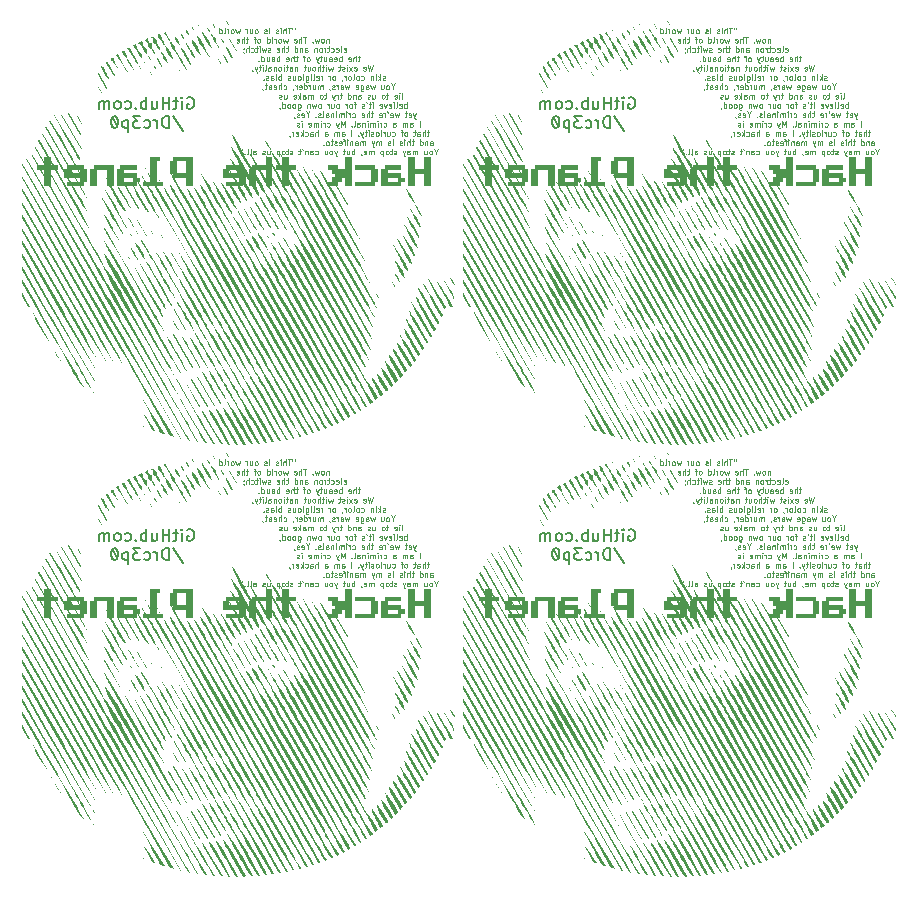
<source format=gbr>
%TF.GenerationSoftware,KiCad,Pcbnew,8.0.4*%
%TF.CreationDate,2024-08-25T23:20:03-07:00*%
%TF.ProjectId,HackthePlanetPin_panelized,4861636b-7468-4655-906c-616e65745069,rev?*%
%TF.SameCoordinates,Original*%
%TF.FileFunction,Legend,Bot*%
%TF.FilePolarity,Positive*%
%FSLAX46Y46*%
G04 Gerber Fmt 4.6, Leading zero omitted, Abs format (unit mm)*
G04 Created by KiCad (PCBNEW 8.0.4) date 2024-08-25 23:20:03*
%MOMM*%
%LPD*%
G01*
G04 APERTURE LIST*
%ADD10C,0.150000*%
%ADD11C,0.300000*%
%ADD12C,0.075000*%
%ADD13C,0.000000*%
%ADD14C,2.151371*%
%ADD15C,1.300000*%
G04 APERTURE END LIST*
D10*
X180331747Y-47587829D02*
X180426985Y-47540210D01*
X180426985Y-47540210D02*
X180569842Y-47540210D01*
X180569842Y-47540210D02*
X180712699Y-47587829D01*
X180712699Y-47587829D02*
X180807937Y-47683067D01*
X180807937Y-47683067D02*
X180855556Y-47778305D01*
X180855556Y-47778305D02*
X180903175Y-47968781D01*
X180903175Y-47968781D02*
X180903175Y-48111638D01*
X180903175Y-48111638D02*
X180855556Y-48302114D01*
X180855556Y-48302114D02*
X180807937Y-48397352D01*
X180807937Y-48397352D02*
X180712699Y-48492591D01*
X180712699Y-48492591D02*
X180569842Y-48540210D01*
X180569842Y-48540210D02*
X180474604Y-48540210D01*
X180474604Y-48540210D02*
X180331747Y-48492591D01*
X180331747Y-48492591D02*
X180284128Y-48444971D01*
X180284128Y-48444971D02*
X180284128Y-48111638D01*
X180284128Y-48111638D02*
X180474604Y-48111638D01*
X179855556Y-48540210D02*
X179855556Y-47873543D01*
X179855556Y-47540210D02*
X179903175Y-47587829D01*
X179903175Y-47587829D02*
X179855556Y-47635448D01*
X179855556Y-47635448D02*
X179807937Y-47587829D01*
X179807937Y-47587829D02*
X179855556Y-47540210D01*
X179855556Y-47540210D02*
X179855556Y-47635448D01*
X179522223Y-47873543D02*
X179141271Y-47873543D01*
X179379366Y-47540210D02*
X179379366Y-48397352D01*
X179379366Y-48397352D02*
X179331747Y-48492591D01*
X179331747Y-48492591D02*
X179236509Y-48540210D01*
X179236509Y-48540210D02*
X179141271Y-48540210D01*
X178807937Y-48540210D02*
X178807937Y-47540210D01*
X178807937Y-48016400D02*
X178236509Y-48016400D01*
X178236509Y-48540210D02*
X178236509Y-47540210D01*
X177331747Y-47873543D02*
X177331747Y-48540210D01*
X177760318Y-47873543D02*
X177760318Y-48397352D01*
X177760318Y-48397352D02*
X177712699Y-48492591D01*
X177712699Y-48492591D02*
X177617461Y-48540210D01*
X177617461Y-48540210D02*
X177474604Y-48540210D01*
X177474604Y-48540210D02*
X177379366Y-48492591D01*
X177379366Y-48492591D02*
X177331747Y-48444971D01*
X176855556Y-48540210D02*
X176855556Y-47540210D01*
X176855556Y-47921162D02*
X176760318Y-47873543D01*
X176760318Y-47873543D02*
X176569842Y-47873543D01*
X176569842Y-47873543D02*
X176474604Y-47921162D01*
X176474604Y-47921162D02*
X176426985Y-47968781D01*
X176426985Y-47968781D02*
X176379366Y-48064019D01*
X176379366Y-48064019D02*
X176379366Y-48349733D01*
X176379366Y-48349733D02*
X176426985Y-48444971D01*
X176426985Y-48444971D02*
X176474604Y-48492591D01*
X176474604Y-48492591D02*
X176569842Y-48540210D01*
X176569842Y-48540210D02*
X176760318Y-48540210D01*
X176760318Y-48540210D02*
X176855556Y-48492591D01*
X175950794Y-48444971D02*
X175903175Y-48492591D01*
X175903175Y-48492591D02*
X175950794Y-48540210D01*
X175950794Y-48540210D02*
X175998413Y-48492591D01*
X175998413Y-48492591D02*
X175950794Y-48444971D01*
X175950794Y-48444971D02*
X175950794Y-48540210D01*
X175046033Y-48492591D02*
X175141271Y-48540210D01*
X175141271Y-48540210D02*
X175331747Y-48540210D01*
X175331747Y-48540210D02*
X175426985Y-48492591D01*
X175426985Y-48492591D02*
X175474604Y-48444971D01*
X175474604Y-48444971D02*
X175522223Y-48349733D01*
X175522223Y-48349733D02*
X175522223Y-48064019D01*
X175522223Y-48064019D02*
X175474604Y-47968781D01*
X175474604Y-47968781D02*
X175426985Y-47921162D01*
X175426985Y-47921162D02*
X175331747Y-47873543D01*
X175331747Y-47873543D02*
X175141271Y-47873543D01*
X175141271Y-47873543D02*
X175046033Y-47921162D01*
X174474604Y-48540210D02*
X174569842Y-48492591D01*
X174569842Y-48492591D02*
X174617461Y-48444971D01*
X174617461Y-48444971D02*
X174665080Y-48349733D01*
X174665080Y-48349733D02*
X174665080Y-48064019D01*
X174665080Y-48064019D02*
X174617461Y-47968781D01*
X174617461Y-47968781D02*
X174569842Y-47921162D01*
X174569842Y-47921162D02*
X174474604Y-47873543D01*
X174474604Y-47873543D02*
X174331747Y-47873543D01*
X174331747Y-47873543D02*
X174236509Y-47921162D01*
X174236509Y-47921162D02*
X174188890Y-47968781D01*
X174188890Y-47968781D02*
X174141271Y-48064019D01*
X174141271Y-48064019D02*
X174141271Y-48349733D01*
X174141271Y-48349733D02*
X174188890Y-48444971D01*
X174188890Y-48444971D02*
X174236509Y-48492591D01*
X174236509Y-48492591D02*
X174331747Y-48540210D01*
X174331747Y-48540210D02*
X174474604Y-48540210D01*
X173712699Y-48540210D02*
X173712699Y-47873543D01*
X173712699Y-47968781D02*
X173665080Y-47921162D01*
X173665080Y-47921162D02*
X173569842Y-47873543D01*
X173569842Y-47873543D02*
X173426985Y-47873543D01*
X173426985Y-47873543D02*
X173331747Y-47921162D01*
X173331747Y-47921162D02*
X173284128Y-48016400D01*
X173284128Y-48016400D02*
X173284128Y-48540210D01*
X173284128Y-48016400D02*
X173236509Y-47921162D01*
X173236509Y-47921162D02*
X173141271Y-47873543D01*
X173141271Y-47873543D02*
X172998414Y-47873543D01*
X172998414Y-47873543D02*
X172903175Y-47921162D01*
X172903175Y-47921162D02*
X172855556Y-48016400D01*
X172855556Y-48016400D02*
X172855556Y-48540210D01*
X179069843Y-49102535D02*
X179926985Y-50388249D01*
X178736509Y-50150154D02*
X178736509Y-49150154D01*
X178736509Y-49150154D02*
X178498414Y-49150154D01*
X178498414Y-49150154D02*
X178355557Y-49197773D01*
X178355557Y-49197773D02*
X178260319Y-49293011D01*
X178260319Y-49293011D02*
X178212700Y-49388249D01*
X178212700Y-49388249D02*
X178165081Y-49578725D01*
X178165081Y-49578725D02*
X178165081Y-49721582D01*
X178165081Y-49721582D02*
X178212700Y-49912058D01*
X178212700Y-49912058D02*
X178260319Y-50007296D01*
X178260319Y-50007296D02*
X178355557Y-50102535D01*
X178355557Y-50102535D02*
X178498414Y-50150154D01*
X178498414Y-50150154D02*
X178736509Y-50150154D01*
X177736509Y-50150154D02*
X177736509Y-49483487D01*
X177736509Y-49673963D02*
X177688890Y-49578725D01*
X177688890Y-49578725D02*
X177641271Y-49531106D01*
X177641271Y-49531106D02*
X177546033Y-49483487D01*
X177546033Y-49483487D02*
X177450795Y-49483487D01*
X176688890Y-50102535D02*
X176784128Y-50150154D01*
X176784128Y-50150154D02*
X176974604Y-50150154D01*
X176974604Y-50150154D02*
X177069842Y-50102535D01*
X177069842Y-50102535D02*
X177117461Y-50054915D01*
X177117461Y-50054915D02*
X177165080Y-49959677D01*
X177165080Y-49959677D02*
X177165080Y-49673963D01*
X177165080Y-49673963D02*
X177117461Y-49578725D01*
X177117461Y-49578725D02*
X177069842Y-49531106D01*
X177069842Y-49531106D02*
X176974604Y-49483487D01*
X176974604Y-49483487D02*
X176784128Y-49483487D01*
X176784128Y-49483487D02*
X176688890Y-49531106D01*
X176355556Y-49150154D02*
X175736509Y-49150154D01*
X175736509Y-49150154D02*
X176069842Y-49531106D01*
X176069842Y-49531106D02*
X175926985Y-49531106D01*
X175926985Y-49531106D02*
X175831747Y-49578725D01*
X175831747Y-49578725D02*
X175784128Y-49626344D01*
X175784128Y-49626344D02*
X175736509Y-49721582D01*
X175736509Y-49721582D02*
X175736509Y-49959677D01*
X175736509Y-49959677D02*
X175784128Y-50054915D01*
X175784128Y-50054915D02*
X175831747Y-50102535D01*
X175831747Y-50102535D02*
X175926985Y-50150154D01*
X175926985Y-50150154D02*
X176212699Y-50150154D01*
X176212699Y-50150154D02*
X176307937Y-50102535D01*
X176307937Y-50102535D02*
X176355556Y-50054915D01*
X175307937Y-49483487D02*
X175307937Y-50483487D01*
X175307937Y-49531106D02*
X175212699Y-49483487D01*
X175212699Y-49483487D02*
X175022223Y-49483487D01*
X175022223Y-49483487D02*
X174926985Y-49531106D01*
X174926985Y-49531106D02*
X174879366Y-49578725D01*
X174879366Y-49578725D02*
X174831747Y-49673963D01*
X174831747Y-49673963D02*
X174831747Y-49959677D01*
X174831747Y-49959677D02*
X174879366Y-50054915D01*
X174879366Y-50054915D02*
X174926985Y-50102535D01*
X174926985Y-50102535D02*
X175022223Y-50150154D01*
X175022223Y-50150154D02*
X175212699Y-50150154D01*
X175212699Y-50150154D02*
X175307937Y-50102535D01*
X174212699Y-49150154D02*
X174117461Y-49150154D01*
X174117461Y-49150154D02*
X174022223Y-49197773D01*
X174022223Y-49197773D02*
X173974604Y-49245392D01*
X173974604Y-49245392D02*
X173926985Y-49340630D01*
X173926985Y-49340630D02*
X173879366Y-49531106D01*
X173879366Y-49531106D02*
X173879366Y-49769201D01*
X173879366Y-49769201D02*
X173926985Y-49959677D01*
X173926985Y-49959677D02*
X173974604Y-50054915D01*
X173974604Y-50054915D02*
X174022223Y-50102535D01*
X174022223Y-50102535D02*
X174117461Y-50150154D01*
X174117461Y-50150154D02*
X174212699Y-50150154D01*
X174212699Y-50150154D02*
X174307937Y-50102535D01*
X174307937Y-50102535D02*
X174355556Y-50054915D01*
X174355556Y-50054915D02*
X174403175Y-49959677D01*
X174403175Y-49959677D02*
X174450794Y-49769201D01*
X174450794Y-49769201D02*
X174450794Y-49531106D01*
X174450794Y-49531106D02*
X174403175Y-49340630D01*
X174403175Y-49340630D02*
X174355556Y-49245392D01*
X174355556Y-49245392D02*
X174307937Y-49197773D01*
X174307937Y-49197773D02*
X174212699Y-49150154D01*
X180331747Y-84157494D02*
X180426985Y-84109875D01*
X180426985Y-84109875D02*
X180569842Y-84109875D01*
X180569842Y-84109875D02*
X180712699Y-84157494D01*
X180712699Y-84157494D02*
X180807937Y-84252732D01*
X180807937Y-84252732D02*
X180855556Y-84347970D01*
X180855556Y-84347970D02*
X180903175Y-84538446D01*
X180903175Y-84538446D02*
X180903175Y-84681303D01*
X180903175Y-84681303D02*
X180855556Y-84871779D01*
X180855556Y-84871779D02*
X180807937Y-84967017D01*
X180807937Y-84967017D02*
X180712699Y-85062256D01*
X180712699Y-85062256D02*
X180569842Y-85109875D01*
X180569842Y-85109875D02*
X180474604Y-85109875D01*
X180474604Y-85109875D02*
X180331747Y-85062256D01*
X180331747Y-85062256D02*
X180284128Y-85014636D01*
X180284128Y-85014636D02*
X180284128Y-84681303D01*
X180284128Y-84681303D02*
X180474604Y-84681303D01*
X179855556Y-85109875D02*
X179855556Y-84443208D01*
X179855556Y-84109875D02*
X179903175Y-84157494D01*
X179903175Y-84157494D02*
X179855556Y-84205113D01*
X179855556Y-84205113D02*
X179807937Y-84157494D01*
X179807937Y-84157494D02*
X179855556Y-84109875D01*
X179855556Y-84109875D02*
X179855556Y-84205113D01*
X179522223Y-84443208D02*
X179141271Y-84443208D01*
X179379366Y-84109875D02*
X179379366Y-84967017D01*
X179379366Y-84967017D02*
X179331747Y-85062256D01*
X179331747Y-85062256D02*
X179236509Y-85109875D01*
X179236509Y-85109875D02*
X179141271Y-85109875D01*
X178807937Y-85109875D02*
X178807937Y-84109875D01*
X178807937Y-84586065D02*
X178236509Y-84586065D01*
X178236509Y-85109875D02*
X178236509Y-84109875D01*
X177331747Y-84443208D02*
X177331747Y-85109875D01*
X177760318Y-84443208D02*
X177760318Y-84967017D01*
X177760318Y-84967017D02*
X177712699Y-85062256D01*
X177712699Y-85062256D02*
X177617461Y-85109875D01*
X177617461Y-85109875D02*
X177474604Y-85109875D01*
X177474604Y-85109875D02*
X177379366Y-85062256D01*
X177379366Y-85062256D02*
X177331747Y-85014636D01*
X176855556Y-85109875D02*
X176855556Y-84109875D01*
X176855556Y-84490827D02*
X176760318Y-84443208D01*
X176760318Y-84443208D02*
X176569842Y-84443208D01*
X176569842Y-84443208D02*
X176474604Y-84490827D01*
X176474604Y-84490827D02*
X176426985Y-84538446D01*
X176426985Y-84538446D02*
X176379366Y-84633684D01*
X176379366Y-84633684D02*
X176379366Y-84919398D01*
X176379366Y-84919398D02*
X176426985Y-85014636D01*
X176426985Y-85014636D02*
X176474604Y-85062256D01*
X176474604Y-85062256D02*
X176569842Y-85109875D01*
X176569842Y-85109875D02*
X176760318Y-85109875D01*
X176760318Y-85109875D02*
X176855556Y-85062256D01*
X175950794Y-85014636D02*
X175903175Y-85062256D01*
X175903175Y-85062256D02*
X175950794Y-85109875D01*
X175950794Y-85109875D02*
X175998413Y-85062256D01*
X175998413Y-85062256D02*
X175950794Y-85014636D01*
X175950794Y-85014636D02*
X175950794Y-85109875D01*
X175046033Y-85062256D02*
X175141271Y-85109875D01*
X175141271Y-85109875D02*
X175331747Y-85109875D01*
X175331747Y-85109875D02*
X175426985Y-85062256D01*
X175426985Y-85062256D02*
X175474604Y-85014636D01*
X175474604Y-85014636D02*
X175522223Y-84919398D01*
X175522223Y-84919398D02*
X175522223Y-84633684D01*
X175522223Y-84633684D02*
X175474604Y-84538446D01*
X175474604Y-84538446D02*
X175426985Y-84490827D01*
X175426985Y-84490827D02*
X175331747Y-84443208D01*
X175331747Y-84443208D02*
X175141271Y-84443208D01*
X175141271Y-84443208D02*
X175046033Y-84490827D01*
X174474604Y-85109875D02*
X174569842Y-85062256D01*
X174569842Y-85062256D02*
X174617461Y-85014636D01*
X174617461Y-85014636D02*
X174665080Y-84919398D01*
X174665080Y-84919398D02*
X174665080Y-84633684D01*
X174665080Y-84633684D02*
X174617461Y-84538446D01*
X174617461Y-84538446D02*
X174569842Y-84490827D01*
X174569842Y-84490827D02*
X174474604Y-84443208D01*
X174474604Y-84443208D02*
X174331747Y-84443208D01*
X174331747Y-84443208D02*
X174236509Y-84490827D01*
X174236509Y-84490827D02*
X174188890Y-84538446D01*
X174188890Y-84538446D02*
X174141271Y-84633684D01*
X174141271Y-84633684D02*
X174141271Y-84919398D01*
X174141271Y-84919398D02*
X174188890Y-85014636D01*
X174188890Y-85014636D02*
X174236509Y-85062256D01*
X174236509Y-85062256D02*
X174331747Y-85109875D01*
X174331747Y-85109875D02*
X174474604Y-85109875D01*
X173712699Y-85109875D02*
X173712699Y-84443208D01*
X173712699Y-84538446D02*
X173665080Y-84490827D01*
X173665080Y-84490827D02*
X173569842Y-84443208D01*
X173569842Y-84443208D02*
X173426985Y-84443208D01*
X173426985Y-84443208D02*
X173331747Y-84490827D01*
X173331747Y-84490827D02*
X173284128Y-84586065D01*
X173284128Y-84586065D02*
X173284128Y-85109875D01*
X173284128Y-84586065D02*
X173236509Y-84490827D01*
X173236509Y-84490827D02*
X173141271Y-84443208D01*
X173141271Y-84443208D02*
X172998414Y-84443208D01*
X172998414Y-84443208D02*
X172903175Y-84490827D01*
X172903175Y-84490827D02*
X172855556Y-84586065D01*
X172855556Y-84586065D02*
X172855556Y-85109875D01*
X179069843Y-85672200D02*
X179926985Y-86957914D01*
X178736509Y-86719819D02*
X178736509Y-85719819D01*
X178736509Y-85719819D02*
X178498414Y-85719819D01*
X178498414Y-85719819D02*
X178355557Y-85767438D01*
X178355557Y-85767438D02*
X178260319Y-85862676D01*
X178260319Y-85862676D02*
X178212700Y-85957914D01*
X178212700Y-85957914D02*
X178165081Y-86148390D01*
X178165081Y-86148390D02*
X178165081Y-86291247D01*
X178165081Y-86291247D02*
X178212700Y-86481723D01*
X178212700Y-86481723D02*
X178260319Y-86576961D01*
X178260319Y-86576961D02*
X178355557Y-86672200D01*
X178355557Y-86672200D02*
X178498414Y-86719819D01*
X178498414Y-86719819D02*
X178736509Y-86719819D01*
X177736509Y-86719819D02*
X177736509Y-86053152D01*
X177736509Y-86243628D02*
X177688890Y-86148390D01*
X177688890Y-86148390D02*
X177641271Y-86100771D01*
X177641271Y-86100771D02*
X177546033Y-86053152D01*
X177546033Y-86053152D02*
X177450795Y-86053152D01*
X176688890Y-86672200D02*
X176784128Y-86719819D01*
X176784128Y-86719819D02*
X176974604Y-86719819D01*
X176974604Y-86719819D02*
X177069842Y-86672200D01*
X177069842Y-86672200D02*
X177117461Y-86624580D01*
X177117461Y-86624580D02*
X177165080Y-86529342D01*
X177165080Y-86529342D02*
X177165080Y-86243628D01*
X177165080Y-86243628D02*
X177117461Y-86148390D01*
X177117461Y-86148390D02*
X177069842Y-86100771D01*
X177069842Y-86100771D02*
X176974604Y-86053152D01*
X176974604Y-86053152D02*
X176784128Y-86053152D01*
X176784128Y-86053152D02*
X176688890Y-86100771D01*
X176355556Y-85719819D02*
X175736509Y-85719819D01*
X175736509Y-85719819D02*
X176069842Y-86100771D01*
X176069842Y-86100771D02*
X175926985Y-86100771D01*
X175926985Y-86100771D02*
X175831747Y-86148390D01*
X175831747Y-86148390D02*
X175784128Y-86196009D01*
X175784128Y-86196009D02*
X175736509Y-86291247D01*
X175736509Y-86291247D02*
X175736509Y-86529342D01*
X175736509Y-86529342D02*
X175784128Y-86624580D01*
X175784128Y-86624580D02*
X175831747Y-86672200D01*
X175831747Y-86672200D02*
X175926985Y-86719819D01*
X175926985Y-86719819D02*
X176212699Y-86719819D01*
X176212699Y-86719819D02*
X176307937Y-86672200D01*
X176307937Y-86672200D02*
X176355556Y-86624580D01*
X175307937Y-86053152D02*
X175307937Y-87053152D01*
X175307937Y-86100771D02*
X175212699Y-86053152D01*
X175212699Y-86053152D02*
X175022223Y-86053152D01*
X175022223Y-86053152D02*
X174926985Y-86100771D01*
X174926985Y-86100771D02*
X174879366Y-86148390D01*
X174879366Y-86148390D02*
X174831747Y-86243628D01*
X174831747Y-86243628D02*
X174831747Y-86529342D01*
X174831747Y-86529342D02*
X174879366Y-86624580D01*
X174879366Y-86624580D02*
X174926985Y-86672200D01*
X174926985Y-86672200D02*
X175022223Y-86719819D01*
X175022223Y-86719819D02*
X175212699Y-86719819D01*
X175212699Y-86719819D02*
X175307937Y-86672200D01*
X174212699Y-85719819D02*
X174117461Y-85719819D01*
X174117461Y-85719819D02*
X174022223Y-85767438D01*
X174022223Y-85767438D02*
X173974604Y-85815057D01*
X173974604Y-85815057D02*
X173926985Y-85910295D01*
X173926985Y-85910295D02*
X173879366Y-86100771D01*
X173879366Y-86100771D02*
X173879366Y-86338866D01*
X173879366Y-86338866D02*
X173926985Y-86529342D01*
X173926985Y-86529342D02*
X173974604Y-86624580D01*
X173974604Y-86624580D02*
X174022223Y-86672200D01*
X174022223Y-86672200D02*
X174117461Y-86719819D01*
X174117461Y-86719819D02*
X174212699Y-86719819D01*
X174212699Y-86719819D02*
X174307937Y-86672200D01*
X174307937Y-86672200D02*
X174355556Y-86624580D01*
X174355556Y-86624580D02*
X174403175Y-86529342D01*
X174403175Y-86529342D02*
X174450794Y-86338866D01*
X174450794Y-86338866D02*
X174450794Y-86100771D01*
X174450794Y-86100771D02*
X174403175Y-85910295D01*
X174403175Y-85910295D02*
X174355556Y-85815057D01*
X174355556Y-85815057D02*
X174307937Y-85767438D01*
X174307937Y-85767438D02*
X174212699Y-85719819D01*
X142976190Y-47587829D02*
X143071428Y-47540210D01*
X143071428Y-47540210D02*
X143214285Y-47540210D01*
X143214285Y-47540210D02*
X143357142Y-47587829D01*
X143357142Y-47587829D02*
X143452380Y-47683067D01*
X143452380Y-47683067D02*
X143499999Y-47778305D01*
X143499999Y-47778305D02*
X143547618Y-47968781D01*
X143547618Y-47968781D02*
X143547618Y-48111638D01*
X143547618Y-48111638D02*
X143499999Y-48302114D01*
X143499999Y-48302114D02*
X143452380Y-48397352D01*
X143452380Y-48397352D02*
X143357142Y-48492591D01*
X143357142Y-48492591D02*
X143214285Y-48540210D01*
X143214285Y-48540210D02*
X143119047Y-48540210D01*
X143119047Y-48540210D02*
X142976190Y-48492591D01*
X142976190Y-48492591D02*
X142928571Y-48444971D01*
X142928571Y-48444971D02*
X142928571Y-48111638D01*
X142928571Y-48111638D02*
X143119047Y-48111638D01*
X142499999Y-48540210D02*
X142499999Y-47873543D01*
X142499999Y-47540210D02*
X142547618Y-47587829D01*
X142547618Y-47587829D02*
X142499999Y-47635448D01*
X142499999Y-47635448D02*
X142452380Y-47587829D01*
X142452380Y-47587829D02*
X142499999Y-47540210D01*
X142499999Y-47540210D02*
X142499999Y-47635448D01*
X142166666Y-47873543D02*
X141785714Y-47873543D01*
X142023809Y-47540210D02*
X142023809Y-48397352D01*
X142023809Y-48397352D02*
X141976190Y-48492591D01*
X141976190Y-48492591D02*
X141880952Y-48540210D01*
X141880952Y-48540210D02*
X141785714Y-48540210D01*
X141452380Y-48540210D02*
X141452380Y-47540210D01*
X141452380Y-48016400D02*
X140880952Y-48016400D01*
X140880952Y-48540210D02*
X140880952Y-47540210D01*
X139976190Y-47873543D02*
X139976190Y-48540210D01*
X140404761Y-47873543D02*
X140404761Y-48397352D01*
X140404761Y-48397352D02*
X140357142Y-48492591D01*
X140357142Y-48492591D02*
X140261904Y-48540210D01*
X140261904Y-48540210D02*
X140119047Y-48540210D01*
X140119047Y-48540210D02*
X140023809Y-48492591D01*
X140023809Y-48492591D02*
X139976190Y-48444971D01*
X139499999Y-48540210D02*
X139499999Y-47540210D01*
X139499999Y-47921162D02*
X139404761Y-47873543D01*
X139404761Y-47873543D02*
X139214285Y-47873543D01*
X139214285Y-47873543D02*
X139119047Y-47921162D01*
X139119047Y-47921162D02*
X139071428Y-47968781D01*
X139071428Y-47968781D02*
X139023809Y-48064019D01*
X139023809Y-48064019D02*
X139023809Y-48349733D01*
X139023809Y-48349733D02*
X139071428Y-48444971D01*
X139071428Y-48444971D02*
X139119047Y-48492591D01*
X139119047Y-48492591D02*
X139214285Y-48540210D01*
X139214285Y-48540210D02*
X139404761Y-48540210D01*
X139404761Y-48540210D02*
X139499999Y-48492591D01*
X138595237Y-48444971D02*
X138547618Y-48492591D01*
X138547618Y-48492591D02*
X138595237Y-48540210D01*
X138595237Y-48540210D02*
X138642856Y-48492591D01*
X138642856Y-48492591D02*
X138595237Y-48444971D01*
X138595237Y-48444971D02*
X138595237Y-48540210D01*
X137690476Y-48492591D02*
X137785714Y-48540210D01*
X137785714Y-48540210D02*
X137976190Y-48540210D01*
X137976190Y-48540210D02*
X138071428Y-48492591D01*
X138071428Y-48492591D02*
X138119047Y-48444971D01*
X138119047Y-48444971D02*
X138166666Y-48349733D01*
X138166666Y-48349733D02*
X138166666Y-48064019D01*
X138166666Y-48064019D02*
X138119047Y-47968781D01*
X138119047Y-47968781D02*
X138071428Y-47921162D01*
X138071428Y-47921162D02*
X137976190Y-47873543D01*
X137976190Y-47873543D02*
X137785714Y-47873543D01*
X137785714Y-47873543D02*
X137690476Y-47921162D01*
X137119047Y-48540210D02*
X137214285Y-48492591D01*
X137214285Y-48492591D02*
X137261904Y-48444971D01*
X137261904Y-48444971D02*
X137309523Y-48349733D01*
X137309523Y-48349733D02*
X137309523Y-48064019D01*
X137309523Y-48064019D02*
X137261904Y-47968781D01*
X137261904Y-47968781D02*
X137214285Y-47921162D01*
X137214285Y-47921162D02*
X137119047Y-47873543D01*
X137119047Y-47873543D02*
X136976190Y-47873543D01*
X136976190Y-47873543D02*
X136880952Y-47921162D01*
X136880952Y-47921162D02*
X136833333Y-47968781D01*
X136833333Y-47968781D02*
X136785714Y-48064019D01*
X136785714Y-48064019D02*
X136785714Y-48349733D01*
X136785714Y-48349733D02*
X136833333Y-48444971D01*
X136833333Y-48444971D02*
X136880952Y-48492591D01*
X136880952Y-48492591D02*
X136976190Y-48540210D01*
X136976190Y-48540210D02*
X137119047Y-48540210D01*
X136357142Y-48540210D02*
X136357142Y-47873543D01*
X136357142Y-47968781D02*
X136309523Y-47921162D01*
X136309523Y-47921162D02*
X136214285Y-47873543D01*
X136214285Y-47873543D02*
X136071428Y-47873543D01*
X136071428Y-47873543D02*
X135976190Y-47921162D01*
X135976190Y-47921162D02*
X135928571Y-48016400D01*
X135928571Y-48016400D02*
X135928571Y-48540210D01*
X135928571Y-48016400D02*
X135880952Y-47921162D01*
X135880952Y-47921162D02*
X135785714Y-47873543D01*
X135785714Y-47873543D02*
X135642857Y-47873543D01*
X135642857Y-47873543D02*
X135547618Y-47921162D01*
X135547618Y-47921162D02*
X135499999Y-48016400D01*
X135499999Y-48016400D02*
X135499999Y-48540210D01*
X141714286Y-49102535D02*
X142571428Y-50388249D01*
X141380952Y-50150154D02*
X141380952Y-49150154D01*
X141380952Y-49150154D02*
X141142857Y-49150154D01*
X141142857Y-49150154D02*
X141000000Y-49197773D01*
X141000000Y-49197773D02*
X140904762Y-49293011D01*
X140904762Y-49293011D02*
X140857143Y-49388249D01*
X140857143Y-49388249D02*
X140809524Y-49578725D01*
X140809524Y-49578725D02*
X140809524Y-49721582D01*
X140809524Y-49721582D02*
X140857143Y-49912058D01*
X140857143Y-49912058D02*
X140904762Y-50007296D01*
X140904762Y-50007296D02*
X141000000Y-50102535D01*
X141000000Y-50102535D02*
X141142857Y-50150154D01*
X141142857Y-50150154D02*
X141380952Y-50150154D01*
X140380952Y-50150154D02*
X140380952Y-49483487D01*
X140380952Y-49673963D02*
X140333333Y-49578725D01*
X140333333Y-49578725D02*
X140285714Y-49531106D01*
X140285714Y-49531106D02*
X140190476Y-49483487D01*
X140190476Y-49483487D02*
X140095238Y-49483487D01*
X139333333Y-50102535D02*
X139428571Y-50150154D01*
X139428571Y-50150154D02*
X139619047Y-50150154D01*
X139619047Y-50150154D02*
X139714285Y-50102535D01*
X139714285Y-50102535D02*
X139761904Y-50054915D01*
X139761904Y-50054915D02*
X139809523Y-49959677D01*
X139809523Y-49959677D02*
X139809523Y-49673963D01*
X139809523Y-49673963D02*
X139761904Y-49578725D01*
X139761904Y-49578725D02*
X139714285Y-49531106D01*
X139714285Y-49531106D02*
X139619047Y-49483487D01*
X139619047Y-49483487D02*
X139428571Y-49483487D01*
X139428571Y-49483487D02*
X139333333Y-49531106D01*
X138999999Y-49150154D02*
X138380952Y-49150154D01*
X138380952Y-49150154D02*
X138714285Y-49531106D01*
X138714285Y-49531106D02*
X138571428Y-49531106D01*
X138571428Y-49531106D02*
X138476190Y-49578725D01*
X138476190Y-49578725D02*
X138428571Y-49626344D01*
X138428571Y-49626344D02*
X138380952Y-49721582D01*
X138380952Y-49721582D02*
X138380952Y-49959677D01*
X138380952Y-49959677D02*
X138428571Y-50054915D01*
X138428571Y-50054915D02*
X138476190Y-50102535D01*
X138476190Y-50102535D02*
X138571428Y-50150154D01*
X138571428Y-50150154D02*
X138857142Y-50150154D01*
X138857142Y-50150154D02*
X138952380Y-50102535D01*
X138952380Y-50102535D02*
X138999999Y-50054915D01*
X137952380Y-49483487D02*
X137952380Y-50483487D01*
X137952380Y-49531106D02*
X137857142Y-49483487D01*
X137857142Y-49483487D02*
X137666666Y-49483487D01*
X137666666Y-49483487D02*
X137571428Y-49531106D01*
X137571428Y-49531106D02*
X137523809Y-49578725D01*
X137523809Y-49578725D02*
X137476190Y-49673963D01*
X137476190Y-49673963D02*
X137476190Y-49959677D01*
X137476190Y-49959677D02*
X137523809Y-50054915D01*
X137523809Y-50054915D02*
X137571428Y-50102535D01*
X137571428Y-50102535D02*
X137666666Y-50150154D01*
X137666666Y-50150154D02*
X137857142Y-50150154D01*
X137857142Y-50150154D02*
X137952380Y-50102535D01*
X136857142Y-49150154D02*
X136761904Y-49150154D01*
X136761904Y-49150154D02*
X136666666Y-49197773D01*
X136666666Y-49197773D02*
X136619047Y-49245392D01*
X136619047Y-49245392D02*
X136571428Y-49340630D01*
X136571428Y-49340630D02*
X136523809Y-49531106D01*
X136523809Y-49531106D02*
X136523809Y-49769201D01*
X136523809Y-49769201D02*
X136571428Y-49959677D01*
X136571428Y-49959677D02*
X136619047Y-50054915D01*
X136619047Y-50054915D02*
X136666666Y-50102535D01*
X136666666Y-50102535D02*
X136761904Y-50150154D01*
X136761904Y-50150154D02*
X136857142Y-50150154D01*
X136857142Y-50150154D02*
X136952380Y-50102535D01*
X136952380Y-50102535D02*
X136999999Y-50054915D01*
X136999999Y-50054915D02*
X137047618Y-49959677D01*
X137047618Y-49959677D02*
X137095237Y-49769201D01*
X137095237Y-49769201D02*
X137095237Y-49531106D01*
X137095237Y-49531106D02*
X137047618Y-49340630D01*
X137047618Y-49340630D02*
X136999999Y-49245392D01*
X136999999Y-49245392D02*
X136952380Y-49197773D01*
X136952380Y-49197773D02*
X136857142Y-49150154D01*
D11*
G36*
X200966557Y-53834549D02*
G01*
X200966557Y-52599657D01*
X200673856Y-52599657D01*
X200381546Y-52599657D01*
X200381546Y-53131129D01*
X200381546Y-53631339D01*
X199973954Y-53631339D01*
X199565970Y-53631339D01*
X199565970Y-53131129D01*
X199565970Y-52599657D01*
X199273660Y-52599657D01*
X198980960Y-52599657D01*
X198980960Y-53834549D01*
X198980960Y-55069441D01*
X199273660Y-55069441D01*
X199565970Y-55069441D01*
X199565970Y-54524779D01*
X199565970Y-54011869D01*
X199973954Y-54011869D01*
X200381546Y-54011869D01*
X200381546Y-54524779D01*
X200381546Y-55069441D01*
X200673856Y-55069441D01*
X200966557Y-55069441D01*
X200966557Y-53834549D01*
G37*
G36*
X198451441Y-53477466D02*
G01*
X198451441Y-53667975D01*
X197876201Y-53667975D01*
X197325970Y-53667975D01*
X197325970Y-53834549D01*
X197325970Y-54001122D01*
X197876201Y-54001122D01*
X198451441Y-54001122D01*
X198451441Y-54188701D01*
X198451441Y-54345016D01*
X198576494Y-54345016D01*
X198726557Y-54345016D01*
X198726557Y-54532595D01*
X198726557Y-54720173D01*
X198576494Y-54720173D01*
X198451441Y-54720173D01*
X198451441Y-54878931D01*
X198451441Y-55069441D01*
X197596396Y-55069441D01*
X196740960Y-55069441D01*
X196740960Y-54532595D01*
X197325970Y-54532595D01*
X197325970Y-54688910D01*
X197733954Y-54688910D01*
X198141546Y-54688910D01*
X198141546Y-54532595D01*
X198141546Y-54376279D01*
X197733954Y-54376279D01*
X197325970Y-54376279D01*
X197325970Y-54532595D01*
X196740960Y-54532595D01*
X196740960Y-54353321D01*
X196740960Y-53636712D01*
X196896103Y-53636712D01*
X197025845Y-53636712D01*
X197025845Y-53477466D01*
X197025845Y-53287445D01*
X197738643Y-53287445D01*
X198451441Y-53287445D01*
X198451441Y-53477466D01*
G37*
G36*
X196211441Y-53475023D02*
G01*
X196211441Y-53287445D01*
X195361476Y-53287445D01*
X194510730Y-53287445D01*
X194510730Y-53477466D01*
X194510730Y-53667975D01*
X195218838Y-53667975D01*
X195901546Y-53667975D01*
X195901546Y-54178443D01*
X195901546Y-54688910D01*
X195218838Y-54688910D01*
X194510730Y-54688910D01*
X194510730Y-54878931D01*
X194510730Y-55069441D01*
X195361476Y-55069441D01*
X196211441Y-55069441D01*
X196211441Y-54878931D01*
X196211441Y-54720173D01*
X196336494Y-54720173D01*
X196486557Y-54720173D01*
X196486557Y-54175512D01*
X196486557Y-53631339D01*
X196336494Y-53631339D01*
X196211441Y-53631339D01*
X196211441Y-53475023D01*
G37*
G36*
X194246557Y-53834549D02*
G01*
X194246557Y-52599657D01*
X193953856Y-52599657D01*
X193661546Y-52599657D01*
X193661546Y-53146761D01*
X193661546Y-53662602D01*
X193391120Y-53662602D01*
X193121085Y-53662602D01*
X193121085Y-53490166D01*
X193121085Y-53287445D01*
X192683402Y-53287445D01*
X192245719Y-53287445D01*
X192245719Y-53477466D01*
X192245719Y-53667975D01*
X192408678Y-53667975D01*
X192545845Y-53667975D01*
X192545845Y-53833572D01*
X192545845Y-54029943D01*
X192695908Y-54029943D01*
X192820960Y-54029943D01*
X192820960Y-54182351D01*
X192820960Y-54334758D01*
X192695908Y-54334758D01*
X192545845Y-54334758D01*
X192545845Y-54527221D01*
X192545845Y-54688910D01*
X192408678Y-54688910D01*
X192245719Y-54688910D01*
X192245719Y-54878931D01*
X192245719Y-55069441D01*
X192683402Y-55069441D01*
X193121085Y-55069441D01*
X193121085Y-54878931D01*
X193121085Y-54720173D01*
X193258643Y-54720173D01*
X193421211Y-54720173D01*
X193421211Y-54527221D01*
X193421211Y-54366021D01*
X193541574Y-54366021D01*
X193661546Y-54366021D01*
X193661546Y-54702588D01*
X193661546Y-55069441D01*
X193953856Y-55069441D01*
X194246557Y-55069441D01*
X194246557Y-53834549D01*
G37*
G36*
X188925970Y-52959182D02*
G01*
X188925970Y-52599657D01*
X188633660Y-52599657D01*
X188340960Y-52599657D01*
X188340960Y-52959182D01*
X188340960Y-53287445D01*
X188078350Y-53287445D01*
X187790730Y-53287445D01*
X187790730Y-53477466D01*
X187790730Y-53667975D01*
X188078350Y-53667975D01*
X188340960Y-53667975D01*
X188340960Y-54353321D01*
X188340960Y-55069441D01*
X188633660Y-55069441D01*
X188925970Y-55069441D01*
X188925970Y-54353321D01*
X188925970Y-53667975D01*
X189196396Y-53667975D01*
X189491441Y-53667975D01*
X189491441Y-53477466D01*
X189491441Y-53287445D01*
X189196396Y-53287445D01*
X188925970Y-53287445D01*
X188925970Y-52959182D01*
G37*
G36*
X187526557Y-53834549D02*
G01*
X187526557Y-52599657D01*
X187233856Y-52599657D01*
X186941546Y-52599657D01*
X186941546Y-52959182D01*
X186941546Y-53287445D01*
X186393660Y-53287445D01*
X185821155Y-53287445D01*
X185821155Y-53475023D01*
X185821155Y-53631339D01*
X185693758Y-53631339D01*
X185540960Y-53631339D01*
X185540960Y-54350390D01*
X185540960Y-55069441D01*
X185833660Y-55069441D01*
X186125970Y-55069441D01*
X186125970Y-54353321D01*
X186125970Y-53667975D01*
X186533954Y-53667975D01*
X186941546Y-53667975D01*
X186941546Y-54353321D01*
X186941546Y-55069441D01*
X187233856Y-55069441D01*
X187526557Y-55069441D01*
X187526557Y-53834549D01*
G37*
G36*
X185011441Y-53475023D02*
G01*
X185011441Y-53631339D01*
X185136494Y-53631339D01*
X185286557Y-53631339D01*
X185286557Y-54175512D01*
X185286557Y-54720173D01*
X185136494Y-54720173D01*
X185011441Y-54720173D01*
X185011441Y-54878931D01*
X185011441Y-55069441D01*
X184298643Y-55069441D01*
X183585845Y-55069441D01*
X183585845Y-54878931D01*
X183585845Y-54688910D01*
X184156396Y-54688910D01*
X184701546Y-54688910D01*
X184701546Y-54535037D01*
X184701546Y-54381653D01*
X184014149Y-54381653D01*
X183300960Y-54381653D01*
X183300960Y-54006007D01*
X183300960Y-53834549D01*
X183885970Y-53834549D01*
X183885970Y-54001122D01*
X184293954Y-54001122D01*
X184701546Y-54001122D01*
X184701546Y-53834549D01*
X184701546Y-53667975D01*
X184293954Y-53667975D01*
X183885970Y-53667975D01*
X183885970Y-53834549D01*
X183300960Y-53834549D01*
X183300960Y-53631339D01*
X183456103Y-53631339D01*
X183585845Y-53631339D01*
X183585845Y-53475023D01*
X183585845Y-53287445D01*
X184298643Y-53287445D01*
X185011441Y-53287445D01*
X185011441Y-53475023D01*
G37*
G36*
X180806557Y-53834549D02*
G01*
X180806557Y-55069441D01*
X180513856Y-55069441D01*
X180221546Y-55069441D01*
X180221546Y-54709915D01*
X180221546Y-54381653D01*
X179673660Y-54381653D01*
X179101155Y-54381653D01*
X179101155Y-54191632D01*
X179101155Y-54032385D01*
X178973758Y-54032385D01*
X178820960Y-54032385D01*
X178820960Y-53490655D01*
X179405970Y-53490655D01*
X179405970Y-54001122D01*
X179813954Y-54001122D01*
X180221546Y-54001122D01*
X180221546Y-53490655D01*
X180221546Y-52980187D01*
X179813954Y-52980187D01*
X179405970Y-52980187D01*
X179405970Y-53490655D01*
X178820960Y-53490655D01*
X178820960Y-53487724D01*
X178820960Y-52943551D01*
X178973758Y-52943551D01*
X179101155Y-52943551D01*
X179101155Y-52787235D01*
X179101155Y-52599657D01*
X179953856Y-52599657D01*
X180806557Y-52599657D01*
X180806557Y-53834549D01*
G37*
G36*
X178008901Y-52789678D02*
G01*
X178008901Y-52599657D01*
X177575126Y-52599657D01*
X177140960Y-52599657D01*
X177140960Y-53659671D01*
X177140960Y-54688910D01*
X176878350Y-54688910D01*
X176590730Y-54688910D01*
X176590730Y-54878931D01*
X176590730Y-55069441D01*
X177441476Y-55069441D01*
X178291441Y-55069441D01*
X178291441Y-54878931D01*
X178291441Y-54688910D01*
X177996396Y-54688910D01*
X177725970Y-54688910D01*
X177725970Y-53834549D01*
X177725970Y-52980187D01*
X177855321Y-52980187D01*
X178008901Y-52980187D01*
X178008901Y-52789678D01*
G37*
G36*
X176051441Y-53477466D02*
G01*
X176051441Y-53667975D01*
X175476201Y-53667975D01*
X174925970Y-53667975D01*
X174925970Y-53834549D01*
X174925970Y-54001122D01*
X175476201Y-54001122D01*
X176051441Y-54001122D01*
X176051441Y-54188701D01*
X176051441Y-54345016D01*
X176176494Y-54345016D01*
X176326557Y-54345016D01*
X176326557Y-54532595D01*
X176326557Y-54720173D01*
X176176494Y-54720173D01*
X176051441Y-54720173D01*
X176051441Y-54878931D01*
X176051441Y-55069441D01*
X175196396Y-55069441D01*
X174340960Y-55069441D01*
X174340960Y-54532595D01*
X174925970Y-54532595D01*
X174925970Y-54688910D01*
X175333954Y-54688910D01*
X175741546Y-54688910D01*
X175741546Y-54532595D01*
X175741546Y-54376279D01*
X175333954Y-54376279D01*
X174925970Y-54376279D01*
X174925970Y-54532595D01*
X174340960Y-54532595D01*
X174340960Y-54353321D01*
X174340960Y-53636712D01*
X174496103Y-53636712D01*
X174625845Y-53636712D01*
X174625845Y-53477466D01*
X174625845Y-53287445D01*
X175338643Y-53287445D01*
X176051441Y-53287445D01*
X176051441Y-53477466D01*
G37*
G36*
X174086557Y-54178443D02*
G01*
X174086557Y-53287445D01*
X173233856Y-53287445D01*
X172381155Y-53287445D01*
X172381155Y-53475023D01*
X172381155Y-53631339D01*
X172253758Y-53631339D01*
X172100960Y-53631339D01*
X172100960Y-54350390D01*
X172100960Y-55069441D01*
X172393660Y-55069441D01*
X172685970Y-55069441D01*
X172685970Y-54353321D01*
X172685970Y-53667975D01*
X173093954Y-53667975D01*
X173501546Y-53667975D01*
X173501546Y-54353321D01*
X173501546Y-55069441D01*
X173793856Y-55069441D01*
X174086557Y-55069441D01*
X174086557Y-54178443D01*
G37*
G36*
X171571441Y-53475023D02*
G01*
X171571441Y-53631339D01*
X171696494Y-53631339D01*
X171846557Y-53631339D01*
X171846557Y-54175512D01*
X171846557Y-54720173D01*
X171696494Y-54720173D01*
X171571441Y-54720173D01*
X171571441Y-54878931D01*
X171571441Y-55069441D01*
X170858643Y-55069441D01*
X170145845Y-55069441D01*
X170145845Y-54878931D01*
X170145845Y-54688910D01*
X170716396Y-54688910D01*
X171261546Y-54688910D01*
X171261546Y-54535037D01*
X171261546Y-54381653D01*
X170574149Y-54381653D01*
X169860960Y-54381653D01*
X169860960Y-54006007D01*
X169860960Y-53834549D01*
X170445970Y-53834549D01*
X170445970Y-54001122D01*
X170853954Y-54001122D01*
X171261546Y-54001122D01*
X171261546Y-53834549D01*
X171261546Y-53667975D01*
X170853954Y-53667975D01*
X170445970Y-53667975D01*
X170445970Y-53834549D01*
X169860960Y-53834549D01*
X169860960Y-53631339D01*
X170016103Y-53631339D01*
X170145845Y-53631339D01*
X170145845Y-53475023D01*
X170145845Y-53287445D01*
X170858643Y-53287445D01*
X171571441Y-53287445D01*
X171571441Y-53475023D01*
G37*
G36*
X168765970Y-52959182D02*
G01*
X168765970Y-52599657D01*
X168473660Y-52599657D01*
X168180960Y-52599657D01*
X168180960Y-52959182D01*
X168180960Y-53287445D01*
X167918350Y-53287445D01*
X167630730Y-53287445D01*
X167630730Y-53477466D01*
X167630730Y-53667975D01*
X167918350Y-53667975D01*
X168180960Y-53667975D01*
X168180960Y-54353321D01*
X168180960Y-55069441D01*
X168473660Y-55069441D01*
X168765970Y-55069441D01*
X168765970Y-54353321D01*
X168765970Y-53667975D01*
X169036396Y-53667975D01*
X169331441Y-53667975D01*
X169331441Y-53477466D01*
X169331441Y-53287445D01*
X169036396Y-53287445D01*
X168765970Y-53287445D01*
X168765970Y-52959182D01*
G37*
G36*
X200966557Y-90404214D02*
G01*
X200966557Y-89169322D01*
X200673856Y-89169322D01*
X200381546Y-89169322D01*
X200381546Y-89700794D01*
X200381546Y-90201004D01*
X199973954Y-90201004D01*
X199565970Y-90201004D01*
X199565970Y-89700794D01*
X199565970Y-89169322D01*
X199273660Y-89169322D01*
X198980960Y-89169322D01*
X198980960Y-90404214D01*
X198980960Y-91639106D01*
X199273660Y-91639106D01*
X199565970Y-91639106D01*
X199565970Y-91094444D01*
X199565970Y-90581534D01*
X199973954Y-90581534D01*
X200381546Y-90581534D01*
X200381546Y-91094444D01*
X200381546Y-91639106D01*
X200673856Y-91639106D01*
X200966557Y-91639106D01*
X200966557Y-90404214D01*
G37*
G36*
X198451441Y-90047131D02*
G01*
X198451441Y-90237640D01*
X197876201Y-90237640D01*
X197325970Y-90237640D01*
X197325970Y-90404214D01*
X197325970Y-90570787D01*
X197876201Y-90570787D01*
X198451441Y-90570787D01*
X198451441Y-90758366D01*
X198451441Y-90914681D01*
X198576494Y-90914681D01*
X198726557Y-90914681D01*
X198726557Y-91102260D01*
X198726557Y-91289838D01*
X198576494Y-91289838D01*
X198451441Y-91289838D01*
X198451441Y-91448596D01*
X198451441Y-91639106D01*
X197596396Y-91639106D01*
X196740960Y-91639106D01*
X196740960Y-91102260D01*
X197325970Y-91102260D01*
X197325970Y-91258575D01*
X197733954Y-91258575D01*
X198141546Y-91258575D01*
X198141546Y-91102260D01*
X198141546Y-90945944D01*
X197733954Y-90945944D01*
X197325970Y-90945944D01*
X197325970Y-91102260D01*
X196740960Y-91102260D01*
X196740960Y-90922986D01*
X196740960Y-90206377D01*
X196896103Y-90206377D01*
X197025845Y-90206377D01*
X197025845Y-90047131D01*
X197025845Y-89857110D01*
X197738643Y-89857110D01*
X198451441Y-89857110D01*
X198451441Y-90047131D01*
G37*
G36*
X196211441Y-90044688D02*
G01*
X196211441Y-89857110D01*
X195361476Y-89857110D01*
X194510730Y-89857110D01*
X194510730Y-90047131D01*
X194510730Y-90237640D01*
X195218838Y-90237640D01*
X195901546Y-90237640D01*
X195901546Y-90748108D01*
X195901546Y-91258575D01*
X195218838Y-91258575D01*
X194510730Y-91258575D01*
X194510730Y-91448596D01*
X194510730Y-91639106D01*
X195361476Y-91639106D01*
X196211441Y-91639106D01*
X196211441Y-91448596D01*
X196211441Y-91289838D01*
X196336494Y-91289838D01*
X196486557Y-91289838D01*
X196486557Y-90745177D01*
X196486557Y-90201004D01*
X196336494Y-90201004D01*
X196211441Y-90201004D01*
X196211441Y-90044688D01*
G37*
G36*
X194246557Y-90404214D02*
G01*
X194246557Y-89169322D01*
X193953856Y-89169322D01*
X193661546Y-89169322D01*
X193661546Y-89716426D01*
X193661546Y-90232267D01*
X193391120Y-90232267D01*
X193121085Y-90232267D01*
X193121085Y-90059831D01*
X193121085Y-89857110D01*
X192683402Y-89857110D01*
X192245719Y-89857110D01*
X192245719Y-90047131D01*
X192245719Y-90237640D01*
X192408678Y-90237640D01*
X192545845Y-90237640D01*
X192545845Y-90403237D01*
X192545845Y-90599608D01*
X192695908Y-90599608D01*
X192820960Y-90599608D01*
X192820960Y-90752016D01*
X192820960Y-90904423D01*
X192695908Y-90904423D01*
X192545845Y-90904423D01*
X192545845Y-91096886D01*
X192545845Y-91258575D01*
X192408678Y-91258575D01*
X192245719Y-91258575D01*
X192245719Y-91448596D01*
X192245719Y-91639106D01*
X192683402Y-91639106D01*
X193121085Y-91639106D01*
X193121085Y-91448596D01*
X193121085Y-91289838D01*
X193258643Y-91289838D01*
X193421211Y-91289838D01*
X193421211Y-91096886D01*
X193421211Y-90935686D01*
X193541574Y-90935686D01*
X193661546Y-90935686D01*
X193661546Y-91272253D01*
X193661546Y-91639106D01*
X193953856Y-91639106D01*
X194246557Y-91639106D01*
X194246557Y-90404214D01*
G37*
G36*
X188925970Y-89528847D02*
G01*
X188925970Y-89169322D01*
X188633660Y-89169322D01*
X188340960Y-89169322D01*
X188340960Y-89528847D01*
X188340960Y-89857110D01*
X188078350Y-89857110D01*
X187790730Y-89857110D01*
X187790730Y-90047131D01*
X187790730Y-90237640D01*
X188078350Y-90237640D01*
X188340960Y-90237640D01*
X188340960Y-90922986D01*
X188340960Y-91639106D01*
X188633660Y-91639106D01*
X188925970Y-91639106D01*
X188925970Y-90922986D01*
X188925970Y-90237640D01*
X189196396Y-90237640D01*
X189491441Y-90237640D01*
X189491441Y-90047131D01*
X189491441Y-89857110D01*
X189196396Y-89857110D01*
X188925970Y-89857110D01*
X188925970Y-89528847D01*
G37*
G36*
X187526557Y-90404214D02*
G01*
X187526557Y-89169322D01*
X187233856Y-89169322D01*
X186941546Y-89169322D01*
X186941546Y-89528847D01*
X186941546Y-89857110D01*
X186393660Y-89857110D01*
X185821155Y-89857110D01*
X185821155Y-90044688D01*
X185821155Y-90201004D01*
X185693758Y-90201004D01*
X185540960Y-90201004D01*
X185540960Y-90920055D01*
X185540960Y-91639106D01*
X185833660Y-91639106D01*
X186125970Y-91639106D01*
X186125970Y-90922986D01*
X186125970Y-90237640D01*
X186533954Y-90237640D01*
X186941546Y-90237640D01*
X186941546Y-90922986D01*
X186941546Y-91639106D01*
X187233856Y-91639106D01*
X187526557Y-91639106D01*
X187526557Y-90404214D01*
G37*
G36*
X185011441Y-90044688D02*
G01*
X185011441Y-90201004D01*
X185136494Y-90201004D01*
X185286557Y-90201004D01*
X185286557Y-90745177D01*
X185286557Y-91289838D01*
X185136494Y-91289838D01*
X185011441Y-91289838D01*
X185011441Y-91448596D01*
X185011441Y-91639106D01*
X184298643Y-91639106D01*
X183585845Y-91639106D01*
X183585845Y-91448596D01*
X183585845Y-91258575D01*
X184156396Y-91258575D01*
X184701546Y-91258575D01*
X184701546Y-91104702D01*
X184701546Y-90951318D01*
X184014149Y-90951318D01*
X183300960Y-90951318D01*
X183300960Y-90575672D01*
X183300960Y-90404214D01*
X183885970Y-90404214D01*
X183885970Y-90570787D01*
X184293954Y-90570787D01*
X184701546Y-90570787D01*
X184701546Y-90404214D01*
X184701546Y-90237640D01*
X184293954Y-90237640D01*
X183885970Y-90237640D01*
X183885970Y-90404214D01*
X183300960Y-90404214D01*
X183300960Y-90201004D01*
X183456103Y-90201004D01*
X183585845Y-90201004D01*
X183585845Y-90044688D01*
X183585845Y-89857110D01*
X184298643Y-89857110D01*
X185011441Y-89857110D01*
X185011441Y-90044688D01*
G37*
G36*
X180806557Y-90404214D02*
G01*
X180806557Y-91639106D01*
X180513856Y-91639106D01*
X180221546Y-91639106D01*
X180221546Y-91279580D01*
X180221546Y-90951318D01*
X179673660Y-90951318D01*
X179101155Y-90951318D01*
X179101155Y-90761297D01*
X179101155Y-90602050D01*
X178973758Y-90602050D01*
X178820960Y-90602050D01*
X178820960Y-90060320D01*
X179405970Y-90060320D01*
X179405970Y-90570787D01*
X179813954Y-90570787D01*
X180221546Y-90570787D01*
X180221546Y-90060320D01*
X180221546Y-89549852D01*
X179813954Y-89549852D01*
X179405970Y-89549852D01*
X179405970Y-90060320D01*
X178820960Y-90060320D01*
X178820960Y-90057389D01*
X178820960Y-89513216D01*
X178973758Y-89513216D01*
X179101155Y-89513216D01*
X179101155Y-89356900D01*
X179101155Y-89169322D01*
X179953856Y-89169322D01*
X180806557Y-89169322D01*
X180806557Y-90404214D01*
G37*
G36*
X178008901Y-89359343D02*
G01*
X178008901Y-89169322D01*
X177575126Y-89169322D01*
X177140960Y-89169322D01*
X177140960Y-90229336D01*
X177140960Y-91258575D01*
X176878350Y-91258575D01*
X176590730Y-91258575D01*
X176590730Y-91448596D01*
X176590730Y-91639106D01*
X177441476Y-91639106D01*
X178291441Y-91639106D01*
X178291441Y-91448596D01*
X178291441Y-91258575D01*
X177996396Y-91258575D01*
X177725970Y-91258575D01*
X177725970Y-90404214D01*
X177725970Y-89549852D01*
X177855321Y-89549852D01*
X178008901Y-89549852D01*
X178008901Y-89359343D01*
G37*
G36*
X176051441Y-90047131D02*
G01*
X176051441Y-90237640D01*
X175476201Y-90237640D01*
X174925970Y-90237640D01*
X174925970Y-90404214D01*
X174925970Y-90570787D01*
X175476201Y-90570787D01*
X176051441Y-90570787D01*
X176051441Y-90758366D01*
X176051441Y-90914681D01*
X176176494Y-90914681D01*
X176326557Y-90914681D01*
X176326557Y-91102260D01*
X176326557Y-91289838D01*
X176176494Y-91289838D01*
X176051441Y-91289838D01*
X176051441Y-91448596D01*
X176051441Y-91639106D01*
X175196396Y-91639106D01*
X174340960Y-91639106D01*
X174340960Y-91102260D01*
X174925970Y-91102260D01*
X174925970Y-91258575D01*
X175333954Y-91258575D01*
X175741546Y-91258575D01*
X175741546Y-91102260D01*
X175741546Y-90945944D01*
X175333954Y-90945944D01*
X174925970Y-90945944D01*
X174925970Y-91102260D01*
X174340960Y-91102260D01*
X174340960Y-90922986D01*
X174340960Y-90206377D01*
X174496103Y-90206377D01*
X174625845Y-90206377D01*
X174625845Y-90047131D01*
X174625845Y-89857110D01*
X175338643Y-89857110D01*
X176051441Y-89857110D01*
X176051441Y-90047131D01*
G37*
G36*
X174086557Y-90748108D02*
G01*
X174086557Y-89857110D01*
X173233856Y-89857110D01*
X172381155Y-89857110D01*
X172381155Y-90044688D01*
X172381155Y-90201004D01*
X172253758Y-90201004D01*
X172100960Y-90201004D01*
X172100960Y-90920055D01*
X172100960Y-91639106D01*
X172393660Y-91639106D01*
X172685970Y-91639106D01*
X172685970Y-90922986D01*
X172685970Y-90237640D01*
X173093954Y-90237640D01*
X173501546Y-90237640D01*
X173501546Y-90922986D01*
X173501546Y-91639106D01*
X173793856Y-91639106D01*
X174086557Y-91639106D01*
X174086557Y-90748108D01*
G37*
G36*
X171571441Y-90044688D02*
G01*
X171571441Y-90201004D01*
X171696494Y-90201004D01*
X171846557Y-90201004D01*
X171846557Y-90745177D01*
X171846557Y-91289838D01*
X171696494Y-91289838D01*
X171571441Y-91289838D01*
X171571441Y-91448596D01*
X171571441Y-91639106D01*
X170858643Y-91639106D01*
X170145845Y-91639106D01*
X170145845Y-91448596D01*
X170145845Y-91258575D01*
X170716396Y-91258575D01*
X171261546Y-91258575D01*
X171261546Y-91104702D01*
X171261546Y-90951318D01*
X170574149Y-90951318D01*
X169860960Y-90951318D01*
X169860960Y-90575672D01*
X169860960Y-90404214D01*
X170445970Y-90404214D01*
X170445970Y-90570787D01*
X170853954Y-90570787D01*
X171261546Y-90570787D01*
X171261546Y-90404214D01*
X171261546Y-90237640D01*
X170853954Y-90237640D01*
X170445970Y-90237640D01*
X170445970Y-90404214D01*
X169860960Y-90404214D01*
X169860960Y-90201004D01*
X170016103Y-90201004D01*
X170145845Y-90201004D01*
X170145845Y-90044688D01*
X170145845Y-89857110D01*
X170858643Y-89857110D01*
X171571441Y-89857110D01*
X171571441Y-90044688D01*
G37*
G36*
X168765970Y-89528847D02*
G01*
X168765970Y-89169322D01*
X168473660Y-89169322D01*
X168180960Y-89169322D01*
X168180960Y-89528847D01*
X168180960Y-89857110D01*
X167918350Y-89857110D01*
X167630730Y-89857110D01*
X167630730Y-90047131D01*
X167630730Y-90237640D01*
X167918350Y-90237640D01*
X168180960Y-90237640D01*
X168180960Y-90922986D01*
X168180960Y-91639106D01*
X168473660Y-91639106D01*
X168765970Y-91639106D01*
X168765970Y-90922986D01*
X168765970Y-90237640D01*
X169036396Y-90237640D01*
X169331441Y-90237640D01*
X169331441Y-90047131D01*
X169331441Y-89857110D01*
X169036396Y-89857110D01*
X168765970Y-89857110D01*
X168765970Y-89528847D01*
G37*
G36*
X163611000Y-53834549D02*
G01*
X163611000Y-52599657D01*
X163318299Y-52599657D01*
X163025989Y-52599657D01*
X163025989Y-53131129D01*
X163025989Y-53631339D01*
X162618397Y-53631339D01*
X162210413Y-53631339D01*
X162210413Y-53131129D01*
X162210413Y-52599657D01*
X161918103Y-52599657D01*
X161625403Y-52599657D01*
X161625403Y-53834549D01*
X161625403Y-55069441D01*
X161918103Y-55069441D01*
X162210413Y-55069441D01*
X162210413Y-54524779D01*
X162210413Y-54011869D01*
X162618397Y-54011869D01*
X163025989Y-54011869D01*
X163025989Y-54524779D01*
X163025989Y-55069441D01*
X163318299Y-55069441D01*
X163611000Y-55069441D01*
X163611000Y-53834549D01*
G37*
G36*
X161095884Y-53477466D02*
G01*
X161095884Y-53667975D01*
X160520644Y-53667975D01*
X159970413Y-53667975D01*
X159970413Y-53834549D01*
X159970413Y-54001122D01*
X160520644Y-54001122D01*
X161095884Y-54001122D01*
X161095884Y-54188701D01*
X161095884Y-54345016D01*
X161220937Y-54345016D01*
X161371000Y-54345016D01*
X161371000Y-54532595D01*
X161371000Y-54720173D01*
X161220937Y-54720173D01*
X161095884Y-54720173D01*
X161095884Y-54878931D01*
X161095884Y-55069441D01*
X160240839Y-55069441D01*
X159385403Y-55069441D01*
X159385403Y-54532595D01*
X159970413Y-54532595D01*
X159970413Y-54688910D01*
X160378397Y-54688910D01*
X160785989Y-54688910D01*
X160785989Y-54532595D01*
X160785989Y-54376279D01*
X160378397Y-54376279D01*
X159970413Y-54376279D01*
X159970413Y-54532595D01*
X159385403Y-54532595D01*
X159385403Y-54353321D01*
X159385403Y-53636712D01*
X159540546Y-53636712D01*
X159670288Y-53636712D01*
X159670288Y-53477466D01*
X159670288Y-53287445D01*
X160383086Y-53287445D01*
X161095884Y-53287445D01*
X161095884Y-53477466D01*
G37*
G36*
X158855884Y-53475023D02*
G01*
X158855884Y-53287445D01*
X158005919Y-53287445D01*
X157155173Y-53287445D01*
X157155173Y-53477466D01*
X157155173Y-53667975D01*
X157863281Y-53667975D01*
X158545989Y-53667975D01*
X158545989Y-54178443D01*
X158545989Y-54688910D01*
X157863281Y-54688910D01*
X157155173Y-54688910D01*
X157155173Y-54878931D01*
X157155173Y-55069441D01*
X158005919Y-55069441D01*
X158855884Y-55069441D01*
X158855884Y-54878931D01*
X158855884Y-54720173D01*
X158980937Y-54720173D01*
X159131000Y-54720173D01*
X159131000Y-54175512D01*
X159131000Y-53631339D01*
X158980937Y-53631339D01*
X158855884Y-53631339D01*
X158855884Y-53475023D01*
G37*
G36*
X156891000Y-53834549D02*
G01*
X156891000Y-52599657D01*
X156598299Y-52599657D01*
X156305989Y-52599657D01*
X156305989Y-53146761D01*
X156305989Y-53662602D01*
X156035563Y-53662602D01*
X155765528Y-53662602D01*
X155765528Y-53490166D01*
X155765528Y-53287445D01*
X155327845Y-53287445D01*
X154890162Y-53287445D01*
X154890162Y-53477466D01*
X154890162Y-53667975D01*
X155053121Y-53667975D01*
X155190288Y-53667975D01*
X155190288Y-53833572D01*
X155190288Y-54029943D01*
X155340351Y-54029943D01*
X155465403Y-54029943D01*
X155465403Y-54182351D01*
X155465403Y-54334758D01*
X155340351Y-54334758D01*
X155190288Y-54334758D01*
X155190288Y-54527221D01*
X155190288Y-54688910D01*
X155053121Y-54688910D01*
X154890162Y-54688910D01*
X154890162Y-54878931D01*
X154890162Y-55069441D01*
X155327845Y-55069441D01*
X155765528Y-55069441D01*
X155765528Y-54878931D01*
X155765528Y-54720173D01*
X155903086Y-54720173D01*
X156065654Y-54720173D01*
X156065654Y-54527221D01*
X156065654Y-54366021D01*
X156186017Y-54366021D01*
X156305989Y-54366021D01*
X156305989Y-54702588D01*
X156305989Y-55069441D01*
X156598299Y-55069441D01*
X156891000Y-55069441D01*
X156891000Y-53834549D01*
G37*
G36*
X151570413Y-52959182D02*
G01*
X151570413Y-52599657D01*
X151278103Y-52599657D01*
X150985403Y-52599657D01*
X150985403Y-52959182D01*
X150985403Y-53287445D01*
X150722793Y-53287445D01*
X150435173Y-53287445D01*
X150435173Y-53477466D01*
X150435173Y-53667975D01*
X150722793Y-53667975D01*
X150985403Y-53667975D01*
X150985403Y-54353321D01*
X150985403Y-55069441D01*
X151278103Y-55069441D01*
X151570413Y-55069441D01*
X151570413Y-54353321D01*
X151570413Y-53667975D01*
X151840839Y-53667975D01*
X152135884Y-53667975D01*
X152135884Y-53477466D01*
X152135884Y-53287445D01*
X151840839Y-53287445D01*
X151570413Y-53287445D01*
X151570413Y-52959182D01*
G37*
G36*
X150171000Y-53834549D02*
G01*
X150171000Y-52599657D01*
X149878299Y-52599657D01*
X149585989Y-52599657D01*
X149585989Y-52959182D01*
X149585989Y-53287445D01*
X149038103Y-53287445D01*
X148465598Y-53287445D01*
X148465598Y-53475023D01*
X148465598Y-53631339D01*
X148338201Y-53631339D01*
X148185403Y-53631339D01*
X148185403Y-54350390D01*
X148185403Y-55069441D01*
X148478103Y-55069441D01*
X148770413Y-55069441D01*
X148770413Y-54353321D01*
X148770413Y-53667975D01*
X149178397Y-53667975D01*
X149585989Y-53667975D01*
X149585989Y-54353321D01*
X149585989Y-55069441D01*
X149878299Y-55069441D01*
X150171000Y-55069441D01*
X150171000Y-53834549D01*
G37*
G36*
X147655884Y-53475023D02*
G01*
X147655884Y-53631339D01*
X147780937Y-53631339D01*
X147931000Y-53631339D01*
X147931000Y-54175512D01*
X147931000Y-54720173D01*
X147780937Y-54720173D01*
X147655884Y-54720173D01*
X147655884Y-54878931D01*
X147655884Y-55069441D01*
X146943086Y-55069441D01*
X146230288Y-55069441D01*
X146230288Y-54878931D01*
X146230288Y-54688910D01*
X146800839Y-54688910D01*
X147345989Y-54688910D01*
X147345989Y-54535037D01*
X147345989Y-54381653D01*
X146658592Y-54381653D01*
X145945403Y-54381653D01*
X145945403Y-54006007D01*
X145945403Y-53834549D01*
X146530413Y-53834549D01*
X146530413Y-54001122D01*
X146938397Y-54001122D01*
X147345989Y-54001122D01*
X147345989Y-53834549D01*
X147345989Y-53667975D01*
X146938397Y-53667975D01*
X146530413Y-53667975D01*
X146530413Y-53834549D01*
X145945403Y-53834549D01*
X145945403Y-53631339D01*
X146100546Y-53631339D01*
X146230288Y-53631339D01*
X146230288Y-53475023D01*
X146230288Y-53287445D01*
X146943086Y-53287445D01*
X147655884Y-53287445D01*
X147655884Y-53475023D01*
G37*
G36*
X143451000Y-53834549D02*
G01*
X143451000Y-55069441D01*
X143158299Y-55069441D01*
X142865989Y-55069441D01*
X142865989Y-54709915D01*
X142865989Y-54381653D01*
X142318103Y-54381653D01*
X141745598Y-54381653D01*
X141745598Y-54191632D01*
X141745598Y-54032385D01*
X141618201Y-54032385D01*
X141465403Y-54032385D01*
X141465403Y-53490655D01*
X142050413Y-53490655D01*
X142050413Y-54001122D01*
X142458397Y-54001122D01*
X142865989Y-54001122D01*
X142865989Y-53490655D01*
X142865989Y-52980187D01*
X142458397Y-52980187D01*
X142050413Y-52980187D01*
X142050413Y-53490655D01*
X141465403Y-53490655D01*
X141465403Y-53487724D01*
X141465403Y-52943551D01*
X141618201Y-52943551D01*
X141745598Y-52943551D01*
X141745598Y-52787235D01*
X141745598Y-52599657D01*
X142598299Y-52599657D01*
X143451000Y-52599657D01*
X143451000Y-53834549D01*
G37*
G36*
X140653344Y-52789678D02*
G01*
X140653344Y-52599657D01*
X140219569Y-52599657D01*
X139785403Y-52599657D01*
X139785403Y-53659671D01*
X139785403Y-54688910D01*
X139522793Y-54688910D01*
X139235173Y-54688910D01*
X139235173Y-54878931D01*
X139235173Y-55069441D01*
X140085919Y-55069441D01*
X140935884Y-55069441D01*
X140935884Y-54878931D01*
X140935884Y-54688910D01*
X140640839Y-54688910D01*
X140370413Y-54688910D01*
X140370413Y-53834549D01*
X140370413Y-52980187D01*
X140499764Y-52980187D01*
X140653344Y-52980187D01*
X140653344Y-52789678D01*
G37*
G36*
X138695884Y-53477466D02*
G01*
X138695884Y-53667975D01*
X138120644Y-53667975D01*
X137570413Y-53667975D01*
X137570413Y-53834549D01*
X137570413Y-54001122D01*
X138120644Y-54001122D01*
X138695884Y-54001122D01*
X138695884Y-54188701D01*
X138695884Y-54345016D01*
X138820937Y-54345016D01*
X138971000Y-54345016D01*
X138971000Y-54532595D01*
X138971000Y-54720173D01*
X138820937Y-54720173D01*
X138695884Y-54720173D01*
X138695884Y-54878931D01*
X138695884Y-55069441D01*
X137840839Y-55069441D01*
X136985403Y-55069441D01*
X136985403Y-54532595D01*
X137570413Y-54532595D01*
X137570413Y-54688910D01*
X137978397Y-54688910D01*
X138385989Y-54688910D01*
X138385989Y-54532595D01*
X138385989Y-54376279D01*
X137978397Y-54376279D01*
X137570413Y-54376279D01*
X137570413Y-54532595D01*
X136985403Y-54532595D01*
X136985403Y-54353321D01*
X136985403Y-53636712D01*
X137140546Y-53636712D01*
X137270288Y-53636712D01*
X137270288Y-53477466D01*
X137270288Y-53287445D01*
X137983086Y-53287445D01*
X138695884Y-53287445D01*
X138695884Y-53477466D01*
G37*
G36*
X136731000Y-54178443D02*
G01*
X136731000Y-53287445D01*
X135878299Y-53287445D01*
X135025598Y-53287445D01*
X135025598Y-53475023D01*
X135025598Y-53631339D01*
X134898201Y-53631339D01*
X134745403Y-53631339D01*
X134745403Y-54350390D01*
X134745403Y-55069441D01*
X135038103Y-55069441D01*
X135330413Y-55069441D01*
X135330413Y-54353321D01*
X135330413Y-53667975D01*
X135738397Y-53667975D01*
X136145989Y-53667975D01*
X136145989Y-54353321D01*
X136145989Y-55069441D01*
X136438299Y-55069441D01*
X136731000Y-55069441D01*
X136731000Y-54178443D01*
G37*
G36*
X134215884Y-53475023D02*
G01*
X134215884Y-53631339D01*
X134340937Y-53631339D01*
X134491000Y-53631339D01*
X134491000Y-54175512D01*
X134491000Y-54720173D01*
X134340937Y-54720173D01*
X134215884Y-54720173D01*
X134215884Y-54878931D01*
X134215884Y-55069441D01*
X133503086Y-55069441D01*
X132790288Y-55069441D01*
X132790288Y-54878931D01*
X132790288Y-54688910D01*
X133360839Y-54688910D01*
X133905989Y-54688910D01*
X133905989Y-54535037D01*
X133905989Y-54381653D01*
X133218592Y-54381653D01*
X132505403Y-54381653D01*
X132505403Y-54006007D01*
X132505403Y-53834549D01*
X133090413Y-53834549D01*
X133090413Y-54001122D01*
X133498397Y-54001122D01*
X133905989Y-54001122D01*
X133905989Y-53834549D01*
X133905989Y-53667975D01*
X133498397Y-53667975D01*
X133090413Y-53667975D01*
X133090413Y-53834549D01*
X132505403Y-53834549D01*
X132505403Y-53631339D01*
X132660546Y-53631339D01*
X132790288Y-53631339D01*
X132790288Y-53475023D01*
X132790288Y-53287445D01*
X133503086Y-53287445D01*
X134215884Y-53287445D01*
X134215884Y-53475023D01*
G37*
G36*
X131410413Y-52959182D02*
G01*
X131410413Y-52599657D01*
X131118103Y-52599657D01*
X130825403Y-52599657D01*
X130825403Y-52959182D01*
X130825403Y-53287445D01*
X130562793Y-53287445D01*
X130275173Y-53287445D01*
X130275173Y-53477466D01*
X130275173Y-53667975D01*
X130562793Y-53667975D01*
X130825403Y-53667975D01*
X130825403Y-54353321D01*
X130825403Y-55069441D01*
X131118103Y-55069441D01*
X131410413Y-55069441D01*
X131410413Y-54353321D01*
X131410413Y-53667975D01*
X131680839Y-53667975D01*
X131975884Y-53667975D01*
X131975884Y-53477466D01*
X131975884Y-53287445D01*
X131680839Y-53287445D01*
X131410413Y-53287445D01*
X131410413Y-52959182D01*
G37*
D12*
X189405510Y-41646119D02*
X189405510Y-41739452D01*
X189222653Y-41646119D02*
X189222653Y-41739452D01*
X189085510Y-41646119D02*
X188811225Y-41646119D01*
X188948367Y-42136119D02*
X188948367Y-41646119D01*
X188651225Y-42136119D02*
X188651225Y-41646119D01*
X188445511Y-42136119D02*
X188445511Y-41879452D01*
X188445511Y-41879452D02*
X188468368Y-41832786D01*
X188468368Y-41832786D02*
X188514082Y-41809452D01*
X188514082Y-41809452D02*
X188582653Y-41809452D01*
X188582653Y-41809452D02*
X188628368Y-41832786D01*
X188628368Y-41832786D02*
X188651225Y-41856119D01*
X188216939Y-42136119D02*
X188216939Y-41809452D01*
X188216939Y-41646119D02*
X188239796Y-41669452D01*
X188239796Y-41669452D02*
X188216939Y-41692786D01*
X188216939Y-41692786D02*
X188194082Y-41669452D01*
X188194082Y-41669452D02*
X188216939Y-41646119D01*
X188216939Y-41646119D02*
X188216939Y-41692786D01*
X188011225Y-42112786D02*
X187965511Y-42136119D01*
X187965511Y-42136119D02*
X187874082Y-42136119D01*
X187874082Y-42136119D02*
X187828368Y-42112786D01*
X187828368Y-42112786D02*
X187805511Y-42066119D01*
X187805511Y-42066119D02*
X187805511Y-42042786D01*
X187805511Y-42042786D02*
X187828368Y-41996119D01*
X187828368Y-41996119D02*
X187874082Y-41972786D01*
X187874082Y-41972786D02*
X187942654Y-41972786D01*
X187942654Y-41972786D02*
X187988368Y-41949452D01*
X187988368Y-41949452D02*
X188011225Y-41902786D01*
X188011225Y-41902786D02*
X188011225Y-41879452D01*
X188011225Y-41879452D02*
X187988368Y-41832786D01*
X187988368Y-41832786D02*
X187942654Y-41809452D01*
X187942654Y-41809452D02*
X187874082Y-41809452D01*
X187874082Y-41809452D02*
X187828368Y-41832786D01*
X187234083Y-42136119D02*
X187234083Y-41809452D01*
X187234083Y-41646119D02*
X187256940Y-41669452D01*
X187256940Y-41669452D02*
X187234083Y-41692786D01*
X187234083Y-41692786D02*
X187211226Y-41669452D01*
X187211226Y-41669452D02*
X187234083Y-41646119D01*
X187234083Y-41646119D02*
X187234083Y-41692786D01*
X187028369Y-42112786D02*
X186982655Y-42136119D01*
X186982655Y-42136119D02*
X186891226Y-42136119D01*
X186891226Y-42136119D02*
X186845512Y-42112786D01*
X186845512Y-42112786D02*
X186822655Y-42066119D01*
X186822655Y-42066119D02*
X186822655Y-42042786D01*
X186822655Y-42042786D02*
X186845512Y-41996119D01*
X186845512Y-41996119D02*
X186891226Y-41972786D01*
X186891226Y-41972786D02*
X186959798Y-41972786D01*
X186959798Y-41972786D02*
X187005512Y-41949452D01*
X187005512Y-41949452D02*
X187028369Y-41902786D01*
X187028369Y-41902786D02*
X187028369Y-41879452D01*
X187028369Y-41879452D02*
X187005512Y-41832786D01*
X187005512Y-41832786D02*
X186959798Y-41809452D01*
X186959798Y-41809452D02*
X186891226Y-41809452D01*
X186891226Y-41809452D02*
X186845512Y-41832786D01*
X186182655Y-42136119D02*
X186228370Y-42112786D01*
X186228370Y-42112786D02*
X186251227Y-42089452D01*
X186251227Y-42089452D02*
X186274084Y-42042786D01*
X186274084Y-42042786D02*
X186274084Y-41902786D01*
X186274084Y-41902786D02*
X186251227Y-41856119D01*
X186251227Y-41856119D02*
X186228370Y-41832786D01*
X186228370Y-41832786D02*
X186182655Y-41809452D01*
X186182655Y-41809452D02*
X186114084Y-41809452D01*
X186114084Y-41809452D02*
X186068370Y-41832786D01*
X186068370Y-41832786D02*
X186045513Y-41856119D01*
X186045513Y-41856119D02*
X186022655Y-41902786D01*
X186022655Y-41902786D02*
X186022655Y-42042786D01*
X186022655Y-42042786D02*
X186045513Y-42089452D01*
X186045513Y-42089452D02*
X186068370Y-42112786D01*
X186068370Y-42112786D02*
X186114084Y-42136119D01*
X186114084Y-42136119D02*
X186182655Y-42136119D01*
X185611227Y-41809452D02*
X185611227Y-42136119D01*
X185816941Y-41809452D02*
X185816941Y-42066119D01*
X185816941Y-42066119D02*
X185794084Y-42112786D01*
X185794084Y-42112786D02*
X185748369Y-42136119D01*
X185748369Y-42136119D02*
X185679798Y-42136119D01*
X185679798Y-42136119D02*
X185634084Y-42112786D01*
X185634084Y-42112786D02*
X185611227Y-42089452D01*
X185382655Y-42136119D02*
X185382655Y-41809452D01*
X185382655Y-41902786D02*
X185359798Y-41856119D01*
X185359798Y-41856119D02*
X185336941Y-41832786D01*
X185336941Y-41832786D02*
X185291226Y-41809452D01*
X185291226Y-41809452D02*
X185245512Y-41809452D01*
X184765512Y-41809452D02*
X184674084Y-42136119D01*
X184674084Y-42136119D02*
X184582655Y-41902786D01*
X184582655Y-41902786D02*
X184491226Y-42136119D01*
X184491226Y-42136119D02*
X184399798Y-41809452D01*
X184148369Y-42136119D02*
X184194084Y-42112786D01*
X184194084Y-42112786D02*
X184216941Y-42089452D01*
X184216941Y-42089452D02*
X184239798Y-42042786D01*
X184239798Y-42042786D02*
X184239798Y-41902786D01*
X184239798Y-41902786D02*
X184216941Y-41856119D01*
X184216941Y-41856119D02*
X184194084Y-41832786D01*
X184194084Y-41832786D02*
X184148369Y-41809452D01*
X184148369Y-41809452D02*
X184079798Y-41809452D01*
X184079798Y-41809452D02*
X184034084Y-41832786D01*
X184034084Y-41832786D02*
X184011227Y-41856119D01*
X184011227Y-41856119D02*
X183988369Y-41902786D01*
X183988369Y-41902786D02*
X183988369Y-42042786D01*
X183988369Y-42042786D02*
X184011227Y-42089452D01*
X184011227Y-42089452D02*
X184034084Y-42112786D01*
X184034084Y-42112786D02*
X184079798Y-42136119D01*
X184079798Y-42136119D02*
X184148369Y-42136119D01*
X183782655Y-42136119D02*
X183782655Y-41809452D01*
X183782655Y-41902786D02*
X183759798Y-41856119D01*
X183759798Y-41856119D02*
X183736941Y-41832786D01*
X183736941Y-41832786D02*
X183691226Y-41809452D01*
X183691226Y-41809452D02*
X183645512Y-41809452D01*
X183416940Y-42136119D02*
X183462655Y-42112786D01*
X183462655Y-42112786D02*
X183485512Y-42066119D01*
X183485512Y-42066119D02*
X183485512Y-41646119D01*
X183028369Y-42136119D02*
X183028369Y-41646119D01*
X183028369Y-42112786D02*
X183074083Y-42136119D01*
X183074083Y-42136119D02*
X183165511Y-42136119D01*
X183165511Y-42136119D02*
X183211226Y-42112786D01*
X183211226Y-42112786D02*
X183234083Y-42089452D01*
X183234083Y-42089452D02*
X183256940Y-42042786D01*
X183256940Y-42042786D02*
X183256940Y-41902786D01*
X183256940Y-41902786D02*
X183234083Y-41856119D01*
X183234083Y-41856119D02*
X183211226Y-41832786D01*
X183211226Y-41832786D02*
X183165511Y-41809452D01*
X183165511Y-41809452D02*
X183074083Y-41809452D01*
X183074083Y-41809452D02*
X183028369Y-41832786D01*
X192308365Y-42598325D02*
X192308365Y-42924992D01*
X192308365Y-42644992D02*
X192285508Y-42621659D01*
X192285508Y-42621659D02*
X192239793Y-42598325D01*
X192239793Y-42598325D02*
X192171222Y-42598325D01*
X192171222Y-42598325D02*
X192125508Y-42621659D01*
X192125508Y-42621659D02*
X192102651Y-42668325D01*
X192102651Y-42668325D02*
X192102651Y-42924992D01*
X191805507Y-42924992D02*
X191851222Y-42901659D01*
X191851222Y-42901659D02*
X191874079Y-42878325D01*
X191874079Y-42878325D02*
X191896936Y-42831659D01*
X191896936Y-42831659D02*
X191896936Y-42691659D01*
X191896936Y-42691659D02*
X191874079Y-42644992D01*
X191874079Y-42644992D02*
X191851222Y-42621659D01*
X191851222Y-42621659D02*
X191805507Y-42598325D01*
X191805507Y-42598325D02*
X191736936Y-42598325D01*
X191736936Y-42598325D02*
X191691222Y-42621659D01*
X191691222Y-42621659D02*
X191668365Y-42644992D01*
X191668365Y-42644992D02*
X191645507Y-42691659D01*
X191645507Y-42691659D02*
X191645507Y-42831659D01*
X191645507Y-42831659D02*
X191668365Y-42878325D01*
X191668365Y-42878325D02*
X191691222Y-42901659D01*
X191691222Y-42901659D02*
X191736936Y-42924992D01*
X191736936Y-42924992D02*
X191805507Y-42924992D01*
X191485507Y-42598325D02*
X191394079Y-42924992D01*
X191394079Y-42924992D02*
X191302650Y-42691659D01*
X191302650Y-42691659D02*
X191211221Y-42924992D01*
X191211221Y-42924992D02*
X191119793Y-42598325D01*
X190936936Y-42878325D02*
X190914079Y-42901659D01*
X190914079Y-42901659D02*
X190936936Y-42924992D01*
X190936936Y-42924992D02*
X190959793Y-42901659D01*
X190959793Y-42901659D02*
X190936936Y-42878325D01*
X190936936Y-42878325D02*
X190936936Y-42924992D01*
X190411222Y-42434992D02*
X190136937Y-42434992D01*
X190274079Y-42924992D02*
X190274079Y-42434992D01*
X189976937Y-42924992D02*
X189976937Y-42434992D01*
X189771223Y-42924992D02*
X189771223Y-42668325D01*
X189771223Y-42668325D02*
X189794080Y-42621659D01*
X189794080Y-42621659D02*
X189839794Y-42598325D01*
X189839794Y-42598325D02*
X189908365Y-42598325D01*
X189908365Y-42598325D02*
X189954080Y-42621659D01*
X189954080Y-42621659D02*
X189976937Y-42644992D01*
X189359794Y-42901659D02*
X189405508Y-42924992D01*
X189405508Y-42924992D02*
X189496937Y-42924992D01*
X189496937Y-42924992D02*
X189542651Y-42901659D01*
X189542651Y-42901659D02*
X189565508Y-42854992D01*
X189565508Y-42854992D02*
X189565508Y-42668325D01*
X189565508Y-42668325D02*
X189542651Y-42621659D01*
X189542651Y-42621659D02*
X189496937Y-42598325D01*
X189496937Y-42598325D02*
X189405508Y-42598325D01*
X189405508Y-42598325D02*
X189359794Y-42621659D01*
X189359794Y-42621659D02*
X189336937Y-42668325D01*
X189336937Y-42668325D02*
X189336937Y-42714992D01*
X189336937Y-42714992D02*
X189565508Y-42761659D01*
X188811222Y-42598325D02*
X188719794Y-42924992D01*
X188719794Y-42924992D02*
X188628365Y-42691659D01*
X188628365Y-42691659D02*
X188536936Y-42924992D01*
X188536936Y-42924992D02*
X188445508Y-42598325D01*
X188194079Y-42924992D02*
X188239794Y-42901659D01*
X188239794Y-42901659D02*
X188262651Y-42878325D01*
X188262651Y-42878325D02*
X188285508Y-42831659D01*
X188285508Y-42831659D02*
X188285508Y-42691659D01*
X188285508Y-42691659D02*
X188262651Y-42644992D01*
X188262651Y-42644992D02*
X188239794Y-42621659D01*
X188239794Y-42621659D02*
X188194079Y-42598325D01*
X188194079Y-42598325D02*
X188125508Y-42598325D01*
X188125508Y-42598325D02*
X188079794Y-42621659D01*
X188079794Y-42621659D02*
X188056937Y-42644992D01*
X188056937Y-42644992D02*
X188034079Y-42691659D01*
X188034079Y-42691659D02*
X188034079Y-42831659D01*
X188034079Y-42831659D02*
X188056937Y-42878325D01*
X188056937Y-42878325D02*
X188079794Y-42901659D01*
X188079794Y-42901659D02*
X188125508Y-42924992D01*
X188125508Y-42924992D02*
X188194079Y-42924992D01*
X187828365Y-42924992D02*
X187828365Y-42598325D01*
X187828365Y-42691659D02*
X187805508Y-42644992D01*
X187805508Y-42644992D02*
X187782651Y-42621659D01*
X187782651Y-42621659D02*
X187736936Y-42598325D01*
X187736936Y-42598325D02*
X187691222Y-42598325D01*
X187462650Y-42924992D02*
X187508365Y-42901659D01*
X187508365Y-42901659D02*
X187531222Y-42854992D01*
X187531222Y-42854992D02*
X187531222Y-42434992D01*
X187074079Y-42924992D02*
X187074079Y-42434992D01*
X187074079Y-42901659D02*
X187119793Y-42924992D01*
X187119793Y-42924992D02*
X187211221Y-42924992D01*
X187211221Y-42924992D02*
X187256936Y-42901659D01*
X187256936Y-42901659D02*
X187279793Y-42878325D01*
X187279793Y-42878325D02*
X187302650Y-42831659D01*
X187302650Y-42831659D02*
X187302650Y-42691659D01*
X187302650Y-42691659D02*
X187279793Y-42644992D01*
X187279793Y-42644992D02*
X187256936Y-42621659D01*
X187256936Y-42621659D02*
X187211221Y-42598325D01*
X187211221Y-42598325D02*
X187119793Y-42598325D01*
X187119793Y-42598325D02*
X187074079Y-42621659D01*
X186411221Y-42924992D02*
X186456936Y-42901659D01*
X186456936Y-42901659D02*
X186479793Y-42878325D01*
X186479793Y-42878325D02*
X186502650Y-42831659D01*
X186502650Y-42831659D02*
X186502650Y-42691659D01*
X186502650Y-42691659D02*
X186479793Y-42644992D01*
X186479793Y-42644992D02*
X186456936Y-42621659D01*
X186456936Y-42621659D02*
X186411221Y-42598325D01*
X186411221Y-42598325D02*
X186342650Y-42598325D01*
X186342650Y-42598325D02*
X186296936Y-42621659D01*
X186296936Y-42621659D02*
X186274079Y-42644992D01*
X186274079Y-42644992D02*
X186251221Y-42691659D01*
X186251221Y-42691659D02*
X186251221Y-42831659D01*
X186251221Y-42831659D02*
X186274079Y-42878325D01*
X186274079Y-42878325D02*
X186296936Y-42901659D01*
X186296936Y-42901659D02*
X186342650Y-42924992D01*
X186342650Y-42924992D02*
X186411221Y-42924992D01*
X186114078Y-42598325D02*
X185931221Y-42598325D01*
X186045507Y-42924992D02*
X186045507Y-42504992D01*
X186045507Y-42504992D02*
X186022650Y-42458325D01*
X186022650Y-42458325D02*
X185976935Y-42434992D01*
X185976935Y-42434992D02*
X185931221Y-42434992D01*
X185474078Y-42598325D02*
X185291221Y-42598325D01*
X185405507Y-42434992D02*
X185405507Y-42854992D01*
X185405507Y-42854992D02*
X185382650Y-42901659D01*
X185382650Y-42901659D02*
X185336935Y-42924992D01*
X185336935Y-42924992D02*
X185291221Y-42924992D01*
X185131221Y-42924992D02*
X185131221Y-42434992D01*
X184925507Y-42924992D02*
X184925507Y-42668325D01*
X184925507Y-42668325D02*
X184948364Y-42621659D01*
X184948364Y-42621659D02*
X184994078Y-42598325D01*
X184994078Y-42598325D02*
X185062649Y-42598325D01*
X185062649Y-42598325D02*
X185108364Y-42621659D01*
X185108364Y-42621659D02*
X185131221Y-42644992D01*
X184514078Y-42901659D02*
X184559792Y-42924992D01*
X184559792Y-42924992D02*
X184651221Y-42924992D01*
X184651221Y-42924992D02*
X184696935Y-42901659D01*
X184696935Y-42901659D02*
X184719792Y-42854992D01*
X184719792Y-42854992D02*
X184719792Y-42668325D01*
X184719792Y-42668325D02*
X184696935Y-42621659D01*
X184696935Y-42621659D02*
X184651221Y-42598325D01*
X184651221Y-42598325D02*
X184559792Y-42598325D01*
X184559792Y-42598325D02*
X184514078Y-42621659D01*
X184514078Y-42621659D02*
X184491221Y-42668325D01*
X184491221Y-42668325D02*
X184491221Y-42714992D01*
X184491221Y-42714992D02*
X184719792Y-42761659D01*
X193588364Y-43690532D02*
X193634078Y-43713865D01*
X193634078Y-43713865D02*
X193725507Y-43713865D01*
X193725507Y-43713865D02*
X193771221Y-43690532D01*
X193771221Y-43690532D02*
X193794078Y-43643865D01*
X193794078Y-43643865D02*
X193794078Y-43457198D01*
X193794078Y-43457198D02*
X193771221Y-43410532D01*
X193771221Y-43410532D02*
X193725507Y-43387198D01*
X193725507Y-43387198D02*
X193634078Y-43387198D01*
X193634078Y-43387198D02*
X193588364Y-43410532D01*
X193588364Y-43410532D02*
X193565507Y-43457198D01*
X193565507Y-43457198D02*
X193565507Y-43503865D01*
X193565507Y-43503865D02*
X193794078Y-43550532D01*
X193291220Y-43713865D02*
X193336935Y-43690532D01*
X193336935Y-43690532D02*
X193359792Y-43643865D01*
X193359792Y-43643865D02*
X193359792Y-43223865D01*
X192925506Y-43690532D02*
X192971220Y-43713865D01*
X192971220Y-43713865D02*
X193062649Y-43713865D01*
X193062649Y-43713865D02*
X193108363Y-43690532D01*
X193108363Y-43690532D02*
X193131220Y-43643865D01*
X193131220Y-43643865D02*
X193131220Y-43457198D01*
X193131220Y-43457198D02*
X193108363Y-43410532D01*
X193108363Y-43410532D02*
X193062649Y-43387198D01*
X193062649Y-43387198D02*
X192971220Y-43387198D01*
X192971220Y-43387198D02*
X192925506Y-43410532D01*
X192925506Y-43410532D02*
X192902649Y-43457198D01*
X192902649Y-43457198D02*
X192902649Y-43503865D01*
X192902649Y-43503865D02*
X193131220Y-43550532D01*
X192491220Y-43690532D02*
X192536934Y-43713865D01*
X192536934Y-43713865D02*
X192628362Y-43713865D01*
X192628362Y-43713865D02*
X192674077Y-43690532D01*
X192674077Y-43690532D02*
X192696934Y-43667198D01*
X192696934Y-43667198D02*
X192719791Y-43620532D01*
X192719791Y-43620532D02*
X192719791Y-43480532D01*
X192719791Y-43480532D02*
X192696934Y-43433865D01*
X192696934Y-43433865D02*
X192674077Y-43410532D01*
X192674077Y-43410532D02*
X192628362Y-43387198D01*
X192628362Y-43387198D02*
X192536934Y-43387198D01*
X192536934Y-43387198D02*
X192491220Y-43410532D01*
X192354076Y-43387198D02*
X192171219Y-43387198D01*
X192285505Y-43223865D02*
X192285505Y-43643865D01*
X192285505Y-43643865D02*
X192262648Y-43690532D01*
X192262648Y-43690532D02*
X192216933Y-43713865D01*
X192216933Y-43713865D02*
X192171219Y-43713865D01*
X192011219Y-43713865D02*
X192011219Y-43387198D01*
X192011219Y-43480532D02*
X191988362Y-43433865D01*
X191988362Y-43433865D02*
X191965505Y-43410532D01*
X191965505Y-43410532D02*
X191919790Y-43387198D01*
X191919790Y-43387198D02*
X191874076Y-43387198D01*
X191645504Y-43713865D02*
X191691219Y-43690532D01*
X191691219Y-43690532D02*
X191714076Y-43667198D01*
X191714076Y-43667198D02*
X191736933Y-43620532D01*
X191736933Y-43620532D02*
X191736933Y-43480532D01*
X191736933Y-43480532D02*
X191714076Y-43433865D01*
X191714076Y-43433865D02*
X191691219Y-43410532D01*
X191691219Y-43410532D02*
X191645504Y-43387198D01*
X191645504Y-43387198D02*
X191576933Y-43387198D01*
X191576933Y-43387198D02*
X191531219Y-43410532D01*
X191531219Y-43410532D02*
X191508362Y-43433865D01*
X191508362Y-43433865D02*
X191485504Y-43480532D01*
X191485504Y-43480532D02*
X191485504Y-43620532D01*
X191485504Y-43620532D02*
X191508362Y-43667198D01*
X191508362Y-43667198D02*
X191531219Y-43690532D01*
X191531219Y-43690532D02*
X191576933Y-43713865D01*
X191576933Y-43713865D02*
X191645504Y-43713865D01*
X191279790Y-43387198D02*
X191279790Y-43713865D01*
X191279790Y-43433865D02*
X191256933Y-43410532D01*
X191256933Y-43410532D02*
X191211218Y-43387198D01*
X191211218Y-43387198D02*
X191142647Y-43387198D01*
X191142647Y-43387198D02*
X191096933Y-43410532D01*
X191096933Y-43410532D02*
X191074076Y-43457198D01*
X191074076Y-43457198D02*
X191074076Y-43713865D01*
X190274076Y-43713865D02*
X190274076Y-43457198D01*
X190274076Y-43457198D02*
X190296933Y-43410532D01*
X190296933Y-43410532D02*
X190342647Y-43387198D01*
X190342647Y-43387198D02*
X190434076Y-43387198D01*
X190434076Y-43387198D02*
X190479790Y-43410532D01*
X190274076Y-43690532D02*
X190319790Y-43713865D01*
X190319790Y-43713865D02*
X190434076Y-43713865D01*
X190434076Y-43713865D02*
X190479790Y-43690532D01*
X190479790Y-43690532D02*
X190502647Y-43643865D01*
X190502647Y-43643865D02*
X190502647Y-43597198D01*
X190502647Y-43597198D02*
X190479790Y-43550532D01*
X190479790Y-43550532D02*
X190434076Y-43527198D01*
X190434076Y-43527198D02*
X190319790Y-43527198D01*
X190319790Y-43527198D02*
X190274076Y-43503865D01*
X190045504Y-43387198D02*
X190045504Y-43713865D01*
X190045504Y-43433865D02*
X190022647Y-43410532D01*
X190022647Y-43410532D02*
X189976932Y-43387198D01*
X189976932Y-43387198D02*
X189908361Y-43387198D01*
X189908361Y-43387198D02*
X189862647Y-43410532D01*
X189862647Y-43410532D02*
X189839790Y-43457198D01*
X189839790Y-43457198D02*
X189839790Y-43713865D01*
X189405504Y-43713865D02*
X189405504Y-43223865D01*
X189405504Y-43690532D02*
X189451218Y-43713865D01*
X189451218Y-43713865D02*
X189542646Y-43713865D01*
X189542646Y-43713865D02*
X189588361Y-43690532D01*
X189588361Y-43690532D02*
X189611218Y-43667198D01*
X189611218Y-43667198D02*
X189634075Y-43620532D01*
X189634075Y-43620532D02*
X189634075Y-43480532D01*
X189634075Y-43480532D02*
X189611218Y-43433865D01*
X189611218Y-43433865D02*
X189588361Y-43410532D01*
X189588361Y-43410532D02*
X189542646Y-43387198D01*
X189542646Y-43387198D02*
X189451218Y-43387198D01*
X189451218Y-43387198D02*
X189405504Y-43410532D01*
X188879789Y-43387198D02*
X188696932Y-43387198D01*
X188811218Y-43223865D02*
X188811218Y-43643865D01*
X188811218Y-43643865D02*
X188788361Y-43690532D01*
X188788361Y-43690532D02*
X188742646Y-43713865D01*
X188742646Y-43713865D02*
X188696932Y-43713865D01*
X188536932Y-43713865D02*
X188536932Y-43223865D01*
X188331218Y-43713865D02*
X188331218Y-43457198D01*
X188331218Y-43457198D02*
X188354075Y-43410532D01*
X188354075Y-43410532D02*
X188399789Y-43387198D01*
X188399789Y-43387198D02*
X188468360Y-43387198D01*
X188468360Y-43387198D02*
X188514075Y-43410532D01*
X188514075Y-43410532D02*
X188536932Y-43433865D01*
X187919789Y-43690532D02*
X187965503Y-43713865D01*
X187965503Y-43713865D02*
X188056932Y-43713865D01*
X188056932Y-43713865D02*
X188102646Y-43690532D01*
X188102646Y-43690532D02*
X188125503Y-43643865D01*
X188125503Y-43643865D02*
X188125503Y-43457198D01*
X188125503Y-43457198D02*
X188102646Y-43410532D01*
X188102646Y-43410532D02*
X188056932Y-43387198D01*
X188056932Y-43387198D02*
X187965503Y-43387198D01*
X187965503Y-43387198D02*
X187919789Y-43410532D01*
X187919789Y-43410532D02*
X187896932Y-43457198D01*
X187896932Y-43457198D02*
X187896932Y-43503865D01*
X187896932Y-43503865D02*
X188125503Y-43550532D01*
X187348360Y-43690532D02*
X187302646Y-43713865D01*
X187302646Y-43713865D02*
X187211217Y-43713865D01*
X187211217Y-43713865D02*
X187165503Y-43690532D01*
X187165503Y-43690532D02*
X187142646Y-43643865D01*
X187142646Y-43643865D02*
X187142646Y-43620532D01*
X187142646Y-43620532D02*
X187165503Y-43573865D01*
X187165503Y-43573865D02*
X187211217Y-43550532D01*
X187211217Y-43550532D02*
X187279789Y-43550532D01*
X187279789Y-43550532D02*
X187325503Y-43527198D01*
X187325503Y-43527198D02*
X187348360Y-43480532D01*
X187348360Y-43480532D02*
X187348360Y-43457198D01*
X187348360Y-43457198D02*
X187325503Y-43410532D01*
X187325503Y-43410532D02*
X187279789Y-43387198D01*
X187279789Y-43387198D02*
X187211217Y-43387198D01*
X187211217Y-43387198D02*
X187165503Y-43410532D01*
X186982646Y-43387198D02*
X186891218Y-43713865D01*
X186891218Y-43713865D02*
X186799789Y-43480532D01*
X186799789Y-43480532D02*
X186708360Y-43713865D01*
X186708360Y-43713865D02*
X186616932Y-43387198D01*
X186434075Y-43713865D02*
X186434075Y-43387198D01*
X186434075Y-43223865D02*
X186456932Y-43247198D01*
X186456932Y-43247198D02*
X186434075Y-43270532D01*
X186434075Y-43270532D02*
X186411218Y-43247198D01*
X186411218Y-43247198D02*
X186434075Y-43223865D01*
X186434075Y-43223865D02*
X186434075Y-43270532D01*
X186274075Y-43387198D02*
X186091218Y-43387198D01*
X186205504Y-43223865D02*
X186205504Y-43643865D01*
X186205504Y-43643865D02*
X186182647Y-43690532D01*
X186182647Y-43690532D02*
X186136932Y-43713865D01*
X186136932Y-43713865D02*
X186091218Y-43713865D01*
X185725504Y-43690532D02*
X185771218Y-43713865D01*
X185771218Y-43713865D02*
X185862646Y-43713865D01*
X185862646Y-43713865D02*
X185908361Y-43690532D01*
X185908361Y-43690532D02*
X185931218Y-43667198D01*
X185931218Y-43667198D02*
X185954075Y-43620532D01*
X185954075Y-43620532D02*
X185954075Y-43480532D01*
X185954075Y-43480532D02*
X185931218Y-43433865D01*
X185931218Y-43433865D02*
X185908361Y-43410532D01*
X185908361Y-43410532D02*
X185862646Y-43387198D01*
X185862646Y-43387198D02*
X185771218Y-43387198D01*
X185771218Y-43387198D02*
X185725504Y-43410532D01*
X185519789Y-43713865D02*
X185519789Y-43223865D01*
X185314075Y-43713865D02*
X185314075Y-43457198D01*
X185314075Y-43457198D02*
X185336932Y-43410532D01*
X185336932Y-43410532D02*
X185382646Y-43387198D01*
X185382646Y-43387198D02*
X185451217Y-43387198D01*
X185451217Y-43387198D02*
X185496932Y-43410532D01*
X185496932Y-43410532D02*
X185519789Y-43433865D01*
X185062646Y-43690532D02*
X185062646Y-43713865D01*
X185062646Y-43713865D02*
X185085503Y-43760532D01*
X185085503Y-43760532D02*
X185108360Y-43783865D01*
X185085503Y-43410532D02*
X185062646Y-43433865D01*
X185062646Y-43433865D02*
X185085503Y-43457198D01*
X185085503Y-43457198D02*
X185108360Y-43433865D01*
X185108360Y-43433865D02*
X185085503Y-43410532D01*
X185085503Y-43410532D02*
X185085503Y-43457198D01*
X194936934Y-44176071D02*
X194754077Y-44176071D01*
X194868363Y-44012738D02*
X194868363Y-44432738D01*
X194868363Y-44432738D02*
X194845506Y-44479405D01*
X194845506Y-44479405D02*
X194799791Y-44502738D01*
X194799791Y-44502738D02*
X194754077Y-44502738D01*
X194594077Y-44502738D02*
X194594077Y-44012738D01*
X194388363Y-44502738D02*
X194388363Y-44246071D01*
X194388363Y-44246071D02*
X194411220Y-44199405D01*
X194411220Y-44199405D02*
X194456934Y-44176071D01*
X194456934Y-44176071D02*
X194525505Y-44176071D01*
X194525505Y-44176071D02*
X194571220Y-44199405D01*
X194571220Y-44199405D02*
X194594077Y-44222738D01*
X193976934Y-44479405D02*
X194022648Y-44502738D01*
X194022648Y-44502738D02*
X194114077Y-44502738D01*
X194114077Y-44502738D02*
X194159791Y-44479405D01*
X194159791Y-44479405D02*
X194182648Y-44432738D01*
X194182648Y-44432738D02*
X194182648Y-44246071D01*
X194182648Y-44246071D02*
X194159791Y-44199405D01*
X194159791Y-44199405D02*
X194114077Y-44176071D01*
X194114077Y-44176071D02*
X194022648Y-44176071D01*
X194022648Y-44176071D02*
X193976934Y-44199405D01*
X193976934Y-44199405D02*
X193954077Y-44246071D01*
X193954077Y-44246071D02*
X193954077Y-44292738D01*
X193954077Y-44292738D02*
X194182648Y-44339405D01*
X193382648Y-44502738D02*
X193382648Y-44012738D01*
X193382648Y-44199405D02*
X193336934Y-44176071D01*
X193336934Y-44176071D02*
X193245505Y-44176071D01*
X193245505Y-44176071D02*
X193199791Y-44199405D01*
X193199791Y-44199405D02*
X193176934Y-44222738D01*
X193176934Y-44222738D02*
X193154076Y-44269405D01*
X193154076Y-44269405D02*
X193154076Y-44409405D01*
X193154076Y-44409405D02*
X193176934Y-44456071D01*
X193176934Y-44456071D02*
X193199791Y-44479405D01*
X193199791Y-44479405D02*
X193245505Y-44502738D01*
X193245505Y-44502738D02*
X193336934Y-44502738D01*
X193336934Y-44502738D02*
X193382648Y-44479405D01*
X192765505Y-44479405D02*
X192811219Y-44502738D01*
X192811219Y-44502738D02*
X192902648Y-44502738D01*
X192902648Y-44502738D02*
X192948362Y-44479405D01*
X192948362Y-44479405D02*
X192971219Y-44432738D01*
X192971219Y-44432738D02*
X192971219Y-44246071D01*
X192971219Y-44246071D02*
X192948362Y-44199405D01*
X192948362Y-44199405D02*
X192902648Y-44176071D01*
X192902648Y-44176071D02*
X192811219Y-44176071D01*
X192811219Y-44176071D02*
X192765505Y-44199405D01*
X192765505Y-44199405D02*
X192742648Y-44246071D01*
X192742648Y-44246071D02*
X192742648Y-44292738D01*
X192742648Y-44292738D02*
X192971219Y-44339405D01*
X192331219Y-44502738D02*
X192331219Y-44246071D01*
X192331219Y-44246071D02*
X192354076Y-44199405D01*
X192354076Y-44199405D02*
X192399790Y-44176071D01*
X192399790Y-44176071D02*
X192491219Y-44176071D01*
X192491219Y-44176071D02*
X192536933Y-44199405D01*
X192331219Y-44479405D02*
X192376933Y-44502738D01*
X192376933Y-44502738D02*
X192491219Y-44502738D01*
X192491219Y-44502738D02*
X192536933Y-44479405D01*
X192536933Y-44479405D02*
X192559790Y-44432738D01*
X192559790Y-44432738D02*
X192559790Y-44386071D01*
X192559790Y-44386071D02*
X192536933Y-44339405D01*
X192536933Y-44339405D02*
X192491219Y-44316071D01*
X192491219Y-44316071D02*
X192376933Y-44316071D01*
X192376933Y-44316071D02*
X192331219Y-44292738D01*
X191896933Y-44176071D02*
X191896933Y-44502738D01*
X192102647Y-44176071D02*
X192102647Y-44432738D01*
X192102647Y-44432738D02*
X192079790Y-44479405D01*
X192079790Y-44479405D02*
X192034075Y-44502738D01*
X192034075Y-44502738D02*
X191965504Y-44502738D01*
X191965504Y-44502738D02*
X191919790Y-44479405D01*
X191919790Y-44479405D02*
X191896933Y-44456071D01*
X191736932Y-44176071D02*
X191554075Y-44176071D01*
X191668361Y-44012738D02*
X191668361Y-44432738D01*
X191668361Y-44432738D02*
X191645504Y-44479405D01*
X191645504Y-44479405D02*
X191599789Y-44502738D01*
X191599789Y-44502738D02*
X191554075Y-44502738D01*
X191439789Y-44176071D02*
X191325503Y-44502738D01*
X191211218Y-44176071D02*
X191325503Y-44502738D01*
X191325503Y-44502738D02*
X191371218Y-44619405D01*
X191371218Y-44619405D02*
X191394075Y-44642738D01*
X191394075Y-44642738D02*
X191439789Y-44666071D01*
X190594075Y-44502738D02*
X190639790Y-44479405D01*
X190639790Y-44479405D02*
X190662647Y-44456071D01*
X190662647Y-44456071D02*
X190685504Y-44409405D01*
X190685504Y-44409405D02*
X190685504Y-44269405D01*
X190685504Y-44269405D02*
X190662647Y-44222738D01*
X190662647Y-44222738D02*
X190639790Y-44199405D01*
X190639790Y-44199405D02*
X190594075Y-44176071D01*
X190594075Y-44176071D02*
X190525504Y-44176071D01*
X190525504Y-44176071D02*
X190479790Y-44199405D01*
X190479790Y-44199405D02*
X190456933Y-44222738D01*
X190456933Y-44222738D02*
X190434075Y-44269405D01*
X190434075Y-44269405D02*
X190434075Y-44409405D01*
X190434075Y-44409405D02*
X190456933Y-44456071D01*
X190456933Y-44456071D02*
X190479790Y-44479405D01*
X190479790Y-44479405D02*
X190525504Y-44502738D01*
X190525504Y-44502738D02*
X190594075Y-44502738D01*
X190296932Y-44176071D02*
X190114075Y-44176071D01*
X190228361Y-44502738D02*
X190228361Y-44082738D01*
X190228361Y-44082738D02*
X190205504Y-44036071D01*
X190205504Y-44036071D02*
X190159789Y-44012738D01*
X190159789Y-44012738D02*
X190114075Y-44012738D01*
X189656932Y-44176071D02*
X189474075Y-44176071D01*
X189588361Y-44012738D02*
X189588361Y-44432738D01*
X189588361Y-44432738D02*
X189565504Y-44479405D01*
X189565504Y-44479405D02*
X189519789Y-44502738D01*
X189519789Y-44502738D02*
X189474075Y-44502738D01*
X189314075Y-44502738D02*
X189314075Y-44012738D01*
X189108361Y-44502738D02*
X189108361Y-44246071D01*
X189108361Y-44246071D02*
X189131218Y-44199405D01*
X189131218Y-44199405D02*
X189176932Y-44176071D01*
X189176932Y-44176071D02*
X189245503Y-44176071D01*
X189245503Y-44176071D02*
X189291218Y-44199405D01*
X189291218Y-44199405D02*
X189314075Y-44222738D01*
X188696932Y-44479405D02*
X188742646Y-44502738D01*
X188742646Y-44502738D02*
X188834075Y-44502738D01*
X188834075Y-44502738D02*
X188879789Y-44479405D01*
X188879789Y-44479405D02*
X188902646Y-44432738D01*
X188902646Y-44432738D02*
X188902646Y-44246071D01*
X188902646Y-44246071D02*
X188879789Y-44199405D01*
X188879789Y-44199405D02*
X188834075Y-44176071D01*
X188834075Y-44176071D02*
X188742646Y-44176071D01*
X188742646Y-44176071D02*
X188696932Y-44199405D01*
X188696932Y-44199405D02*
X188674075Y-44246071D01*
X188674075Y-44246071D02*
X188674075Y-44292738D01*
X188674075Y-44292738D02*
X188902646Y-44339405D01*
X188102646Y-44502738D02*
X188102646Y-44012738D01*
X188102646Y-44199405D02*
X188056932Y-44176071D01*
X188056932Y-44176071D02*
X187965503Y-44176071D01*
X187965503Y-44176071D02*
X187919789Y-44199405D01*
X187919789Y-44199405D02*
X187896932Y-44222738D01*
X187896932Y-44222738D02*
X187874074Y-44269405D01*
X187874074Y-44269405D02*
X187874074Y-44409405D01*
X187874074Y-44409405D02*
X187896932Y-44456071D01*
X187896932Y-44456071D02*
X187919789Y-44479405D01*
X187919789Y-44479405D02*
X187965503Y-44502738D01*
X187965503Y-44502738D02*
X188056932Y-44502738D01*
X188056932Y-44502738D02*
X188102646Y-44479405D01*
X187462646Y-44502738D02*
X187462646Y-44246071D01*
X187462646Y-44246071D02*
X187485503Y-44199405D01*
X187485503Y-44199405D02*
X187531217Y-44176071D01*
X187531217Y-44176071D02*
X187622646Y-44176071D01*
X187622646Y-44176071D02*
X187668360Y-44199405D01*
X187462646Y-44479405D02*
X187508360Y-44502738D01*
X187508360Y-44502738D02*
X187622646Y-44502738D01*
X187622646Y-44502738D02*
X187668360Y-44479405D01*
X187668360Y-44479405D02*
X187691217Y-44432738D01*
X187691217Y-44432738D02*
X187691217Y-44386071D01*
X187691217Y-44386071D02*
X187668360Y-44339405D01*
X187668360Y-44339405D02*
X187622646Y-44316071D01*
X187622646Y-44316071D02*
X187508360Y-44316071D01*
X187508360Y-44316071D02*
X187462646Y-44292738D01*
X187028360Y-44176071D02*
X187028360Y-44502738D01*
X187234074Y-44176071D02*
X187234074Y-44432738D01*
X187234074Y-44432738D02*
X187211217Y-44479405D01*
X187211217Y-44479405D02*
X187165502Y-44502738D01*
X187165502Y-44502738D02*
X187096931Y-44502738D01*
X187096931Y-44502738D02*
X187051217Y-44479405D01*
X187051217Y-44479405D02*
X187028360Y-44456071D01*
X186594074Y-44502738D02*
X186594074Y-44012738D01*
X186594074Y-44479405D02*
X186639788Y-44502738D01*
X186639788Y-44502738D02*
X186731216Y-44502738D01*
X186731216Y-44502738D02*
X186776931Y-44479405D01*
X186776931Y-44479405D02*
X186799788Y-44456071D01*
X186799788Y-44456071D02*
X186822645Y-44409405D01*
X186822645Y-44409405D02*
X186822645Y-44269405D01*
X186822645Y-44269405D02*
X186799788Y-44222738D01*
X186799788Y-44222738D02*
X186776931Y-44199405D01*
X186776931Y-44199405D02*
X186731216Y-44176071D01*
X186731216Y-44176071D02*
X186639788Y-44176071D01*
X186639788Y-44176071D02*
X186594074Y-44199405D01*
X186365502Y-44456071D02*
X186342645Y-44479405D01*
X186342645Y-44479405D02*
X186365502Y-44502738D01*
X186365502Y-44502738D02*
X186388359Y-44479405D01*
X186388359Y-44479405D02*
X186365502Y-44456071D01*
X186365502Y-44456071D02*
X186365502Y-44502738D01*
X196011219Y-44801611D02*
X195896933Y-45291611D01*
X195896933Y-45291611D02*
X195805505Y-44941611D01*
X195805505Y-44941611D02*
X195714076Y-45291611D01*
X195714076Y-45291611D02*
X195599791Y-44801611D01*
X195234077Y-45268278D02*
X195279791Y-45291611D01*
X195279791Y-45291611D02*
X195371220Y-45291611D01*
X195371220Y-45291611D02*
X195416934Y-45268278D01*
X195416934Y-45268278D02*
X195439791Y-45221611D01*
X195439791Y-45221611D02*
X195439791Y-45034944D01*
X195439791Y-45034944D02*
X195416934Y-44988278D01*
X195416934Y-44988278D02*
X195371220Y-44964944D01*
X195371220Y-44964944D02*
X195279791Y-44964944D01*
X195279791Y-44964944D02*
X195234077Y-44988278D01*
X195234077Y-44988278D02*
X195211220Y-45034944D01*
X195211220Y-45034944D02*
X195211220Y-45081611D01*
X195211220Y-45081611D02*
X195439791Y-45128278D01*
X194456934Y-45268278D02*
X194502648Y-45291611D01*
X194502648Y-45291611D02*
X194594077Y-45291611D01*
X194594077Y-45291611D02*
X194639791Y-45268278D01*
X194639791Y-45268278D02*
X194662648Y-45221611D01*
X194662648Y-45221611D02*
X194662648Y-45034944D01*
X194662648Y-45034944D02*
X194639791Y-44988278D01*
X194639791Y-44988278D02*
X194594077Y-44964944D01*
X194594077Y-44964944D02*
X194502648Y-44964944D01*
X194502648Y-44964944D02*
X194456934Y-44988278D01*
X194456934Y-44988278D02*
X194434077Y-45034944D01*
X194434077Y-45034944D02*
X194434077Y-45081611D01*
X194434077Y-45081611D02*
X194662648Y-45128278D01*
X194274076Y-45291611D02*
X194022648Y-44964944D01*
X194274076Y-44964944D02*
X194022648Y-45291611D01*
X193839791Y-45291611D02*
X193839791Y-44964944D01*
X193839791Y-44801611D02*
X193862648Y-44824944D01*
X193862648Y-44824944D02*
X193839791Y-44848278D01*
X193839791Y-44848278D02*
X193816934Y-44824944D01*
X193816934Y-44824944D02*
X193839791Y-44801611D01*
X193839791Y-44801611D02*
X193839791Y-44848278D01*
X193634077Y-45268278D02*
X193588363Y-45291611D01*
X193588363Y-45291611D02*
X193496934Y-45291611D01*
X193496934Y-45291611D02*
X193451220Y-45268278D01*
X193451220Y-45268278D02*
X193428363Y-45221611D01*
X193428363Y-45221611D02*
X193428363Y-45198278D01*
X193428363Y-45198278D02*
X193451220Y-45151611D01*
X193451220Y-45151611D02*
X193496934Y-45128278D01*
X193496934Y-45128278D02*
X193565506Y-45128278D01*
X193565506Y-45128278D02*
X193611220Y-45104944D01*
X193611220Y-45104944D02*
X193634077Y-45058278D01*
X193634077Y-45058278D02*
X193634077Y-45034944D01*
X193634077Y-45034944D02*
X193611220Y-44988278D01*
X193611220Y-44988278D02*
X193565506Y-44964944D01*
X193565506Y-44964944D02*
X193496934Y-44964944D01*
X193496934Y-44964944D02*
X193451220Y-44988278D01*
X193291220Y-44964944D02*
X193108363Y-44964944D01*
X193222649Y-44801611D02*
X193222649Y-45221611D01*
X193222649Y-45221611D02*
X193199792Y-45268278D01*
X193199792Y-45268278D02*
X193154077Y-45291611D01*
X193154077Y-45291611D02*
X193108363Y-45291611D01*
X192628363Y-44964944D02*
X192536935Y-45291611D01*
X192536935Y-45291611D02*
X192445506Y-45058278D01*
X192445506Y-45058278D02*
X192354077Y-45291611D01*
X192354077Y-45291611D02*
X192262649Y-44964944D01*
X192079792Y-45291611D02*
X192079792Y-44964944D01*
X192079792Y-44801611D02*
X192102649Y-44824944D01*
X192102649Y-44824944D02*
X192079792Y-44848278D01*
X192079792Y-44848278D02*
X192056935Y-44824944D01*
X192056935Y-44824944D02*
X192079792Y-44801611D01*
X192079792Y-44801611D02*
X192079792Y-44848278D01*
X191919792Y-44964944D02*
X191736935Y-44964944D01*
X191851221Y-44801611D02*
X191851221Y-45221611D01*
X191851221Y-45221611D02*
X191828364Y-45268278D01*
X191828364Y-45268278D02*
X191782649Y-45291611D01*
X191782649Y-45291611D02*
X191736935Y-45291611D01*
X191576935Y-45291611D02*
X191576935Y-44801611D01*
X191371221Y-45291611D02*
X191371221Y-45034944D01*
X191371221Y-45034944D02*
X191394078Y-44988278D01*
X191394078Y-44988278D02*
X191439792Y-44964944D01*
X191439792Y-44964944D02*
X191508363Y-44964944D01*
X191508363Y-44964944D02*
X191554078Y-44988278D01*
X191554078Y-44988278D02*
X191576935Y-45011611D01*
X191074077Y-45291611D02*
X191119792Y-45268278D01*
X191119792Y-45268278D02*
X191142649Y-45244944D01*
X191142649Y-45244944D02*
X191165506Y-45198278D01*
X191165506Y-45198278D02*
X191165506Y-45058278D01*
X191165506Y-45058278D02*
X191142649Y-45011611D01*
X191142649Y-45011611D02*
X191119792Y-44988278D01*
X191119792Y-44988278D02*
X191074077Y-44964944D01*
X191074077Y-44964944D02*
X191005506Y-44964944D01*
X191005506Y-44964944D02*
X190959792Y-44988278D01*
X190959792Y-44988278D02*
X190936935Y-45011611D01*
X190936935Y-45011611D02*
X190914077Y-45058278D01*
X190914077Y-45058278D02*
X190914077Y-45198278D01*
X190914077Y-45198278D02*
X190936935Y-45244944D01*
X190936935Y-45244944D02*
X190959792Y-45268278D01*
X190959792Y-45268278D02*
X191005506Y-45291611D01*
X191005506Y-45291611D02*
X191074077Y-45291611D01*
X190502649Y-44964944D02*
X190502649Y-45291611D01*
X190708363Y-44964944D02*
X190708363Y-45221611D01*
X190708363Y-45221611D02*
X190685506Y-45268278D01*
X190685506Y-45268278D02*
X190639791Y-45291611D01*
X190639791Y-45291611D02*
X190571220Y-45291611D01*
X190571220Y-45291611D02*
X190525506Y-45268278D01*
X190525506Y-45268278D02*
X190502649Y-45244944D01*
X190342648Y-44964944D02*
X190159791Y-44964944D01*
X190274077Y-44801611D02*
X190274077Y-45221611D01*
X190274077Y-45221611D02*
X190251220Y-45268278D01*
X190251220Y-45268278D02*
X190205505Y-45291611D01*
X190205505Y-45291611D02*
X190159791Y-45291611D01*
X189634077Y-44964944D02*
X189634077Y-45291611D01*
X189634077Y-45011611D02*
X189611220Y-44988278D01*
X189611220Y-44988278D02*
X189565505Y-44964944D01*
X189565505Y-44964944D02*
X189496934Y-44964944D01*
X189496934Y-44964944D02*
X189451220Y-44988278D01*
X189451220Y-44988278D02*
X189428363Y-45034944D01*
X189428363Y-45034944D02*
X189428363Y-45291611D01*
X188994077Y-45291611D02*
X188994077Y-45034944D01*
X188994077Y-45034944D02*
X189016934Y-44988278D01*
X189016934Y-44988278D02*
X189062648Y-44964944D01*
X189062648Y-44964944D02*
X189154077Y-44964944D01*
X189154077Y-44964944D02*
X189199791Y-44988278D01*
X188994077Y-45268278D02*
X189039791Y-45291611D01*
X189039791Y-45291611D02*
X189154077Y-45291611D01*
X189154077Y-45291611D02*
X189199791Y-45268278D01*
X189199791Y-45268278D02*
X189222648Y-45221611D01*
X189222648Y-45221611D02*
X189222648Y-45174944D01*
X189222648Y-45174944D02*
X189199791Y-45128278D01*
X189199791Y-45128278D02*
X189154077Y-45104944D01*
X189154077Y-45104944D02*
X189039791Y-45104944D01*
X189039791Y-45104944D02*
X188994077Y-45081611D01*
X188834076Y-44964944D02*
X188651219Y-44964944D01*
X188765505Y-44801611D02*
X188765505Y-45221611D01*
X188765505Y-45221611D02*
X188742648Y-45268278D01*
X188742648Y-45268278D02*
X188696933Y-45291611D01*
X188696933Y-45291611D02*
X188651219Y-45291611D01*
X188491219Y-45291611D02*
X188491219Y-44964944D01*
X188491219Y-44801611D02*
X188514076Y-44824944D01*
X188514076Y-44824944D02*
X188491219Y-44848278D01*
X188491219Y-44848278D02*
X188468362Y-44824944D01*
X188468362Y-44824944D02*
X188491219Y-44801611D01*
X188491219Y-44801611D02*
X188491219Y-44848278D01*
X188194076Y-45291611D02*
X188239791Y-45268278D01*
X188239791Y-45268278D02*
X188262648Y-45244944D01*
X188262648Y-45244944D02*
X188285505Y-45198278D01*
X188285505Y-45198278D02*
X188285505Y-45058278D01*
X188285505Y-45058278D02*
X188262648Y-45011611D01*
X188262648Y-45011611D02*
X188239791Y-44988278D01*
X188239791Y-44988278D02*
X188194076Y-44964944D01*
X188194076Y-44964944D02*
X188125505Y-44964944D01*
X188125505Y-44964944D02*
X188079791Y-44988278D01*
X188079791Y-44988278D02*
X188056934Y-45011611D01*
X188056934Y-45011611D02*
X188034076Y-45058278D01*
X188034076Y-45058278D02*
X188034076Y-45198278D01*
X188034076Y-45198278D02*
X188056934Y-45244944D01*
X188056934Y-45244944D02*
X188079791Y-45268278D01*
X188079791Y-45268278D02*
X188125505Y-45291611D01*
X188125505Y-45291611D02*
X188194076Y-45291611D01*
X187828362Y-44964944D02*
X187828362Y-45291611D01*
X187828362Y-45011611D02*
X187805505Y-44988278D01*
X187805505Y-44988278D02*
X187759790Y-44964944D01*
X187759790Y-44964944D02*
X187691219Y-44964944D01*
X187691219Y-44964944D02*
X187645505Y-44988278D01*
X187645505Y-44988278D02*
X187622648Y-45034944D01*
X187622648Y-45034944D02*
X187622648Y-45291611D01*
X187188362Y-45291611D02*
X187188362Y-45034944D01*
X187188362Y-45034944D02*
X187211219Y-44988278D01*
X187211219Y-44988278D02*
X187256933Y-44964944D01*
X187256933Y-44964944D02*
X187348362Y-44964944D01*
X187348362Y-44964944D02*
X187394076Y-44988278D01*
X187188362Y-45268278D02*
X187234076Y-45291611D01*
X187234076Y-45291611D02*
X187348362Y-45291611D01*
X187348362Y-45291611D02*
X187394076Y-45268278D01*
X187394076Y-45268278D02*
X187416933Y-45221611D01*
X187416933Y-45221611D02*
X187416933Y-45174944D01*
X187416933Y-45174944D02*
X187394076Y-45128278D01*
X187394076Y-45128278D02*
X187348362Y-45104944D01*
X187348362Y-45104944D02*
X187234076Y-45104944D01*
X187234076Y-45104944D02*
X187188362Y-45081611D01*
X186891218Y-45291611D02*
X186936933Y-45268278D01*
X186936933Y-45268278D02*
X186959790Y-45221611D01*
X186959790Y-45221611D02*
X186959790Y-44801611D01*
X186708361Y-45291611D02*
X186708361Y-44964944D01*
X186708361Y-44801611D02*
X186731218Y-44824944D01*
X186731218Y-44824944D02*
X186708361Y-44848278D01*
X186708361Y-44848278D02*
X186685504Y-44824944D01*
X186685504Y-44824944D02*
X186708361Y-44801611D01*
X186708361Y-44801611D02*
X186708361Y-44848278D01*
X186548361Y-44964944D02*
X186365504Y-44964944D01*
X186479790Y-44801611D02*
X186479790Y-45221611D01*
X186479790Y-45221611D02*
X186456933Y-45268278D01*
X186456933Y-45268278D02*
X186411218Y-45291611D01*
X186411218Y-45291611D02*
X186365504Y-45291611D01*
X186251218Y-44964944D02*
X186136932Y-45291611D01*
X186022647Y-44964944D02*
X186136932Y-45291611D01*
X186136932Y-45291611D02*
X186182647Y-45408278D01*
X186182647Y-45408278D02*
X186205504Y-45431611D01*
X186205504Y-45431611D02*
X186251218Y-45454944D01*
X185816933Y-45268278D02*
X185816933Y-45291611D01*
X185816933Y-45291611D02*
X185839790Y-45338278D01*
X185839790Y-45338278D02*
X185862647Y-45361611D01*
X197085504Y-46057151D02*
X197039790Y-46080484D01*
X197039790Y-46080484D02*
X196948361Y-46080484D01*
X196948361Y-46080484D02*
X196902647Y-46057151D01*
X196902647Y-46057151D02*
X196879790Y-46010484D01*
X196879790Y-46010484D02*
X196879790Y-45987151D01*
X196879790Y-45987151D02*
X196902647Y-45940484D01*
X196902647Y-45940484D02*
X196948361Y-45917151D01*
X196948361Y-45917151D02*
X197016933Y-45917151D01*
X197016933Y-45917151D02*
X197062647Y-45893817D01*
X197062647Y-45893817D02*
X197085504Y-45847151D01*
X197085504Y-45847151D02*
X197085504Y-45823817D01*
X197085504Y-45823817D02*
X197062647Y-45777151D01*
X197062647Y-45777151D02*
X197016933Y-45753817D01*
X197016933Y-45753817D02*
X196948361Y-45753817D01*
X196948361Y-45753817D02*
X196902647Y-45777151D01*
X196674076Y-46080484D02*
X196674076Y-45590484D01*
X196628362Y-45893817D02*
X196491219Y-46080484D01*
X196491219Y-45753817D02*
X196674076Y-45940484D01*
X196285505Y-46080484D02*
X196285505Y-45753817D01*
X196285505Y-45590484D02*
X196308362Y-45613817D01*
X196308362Y-45613817D02*
X196285505Y-45637151D01*
X196285505Y-45637151D02*
X196262648Y-45613817D01*
X196262648Y-45613817D02*
X196285505Y-45590484D01*
X196285505Y-45590484D02*
X196285505Y-45637151D01*
X196056934Y-45753817D02*
X196056934Y-46080484D01*
X196056934Y-45800484D02*
X196034077Y-45777151D01*
X196034077Y-45777151D02*
X195988362Y-45753817D01*
X195988362Y-45753817D02*
X195919791Y-45753817D01*
X195919791Y-45753817D02*
X195874077Y-45777151D01*
X195874077Y-45777151D02*
X195851220Y-45823817D01*
X195851220Y-45823817D02*
X195851220Y-46080484D01*
X195051220Y-46057151D02*
X195096934Y-46080484D01*
X195096934Y-46080484D02*
X195188362Y-46080484D01*
X195188362Y-46080484D02*
X195234077Y-46057151D01*
X195234077Y-46057151D02*
X195256934Y-46033817D01*
X195256934Y-46033817D02*
X195279791Y-45987151D01*
X195279791Y-45987151D02*
X195279791Y-45847151D01*
X195279791Y-45847151D02*
X195256934Y-45800484D01*
X195256934Y-45800484D02*
X195234077Y-45777151D01*
X195234077Y-45777151D02*
X195188362Y-45753817D01*
X195188362Y-45753817D02*
X195096934Y-45753817D01*
X195096934Y-45753817D02*
X195051220Y-45777151D01*
X194776933Y-46080484D02*
X194822648Y-46057151D01*
X194822648Y-46057151D02*
X194845505Y-46033817D01*
X194845505Y-46033817D02*
X194868362Y-45987151D01*
X194868362Y-45987151D02*
X194868362Y-45847151D01*
X194868362Y-45847151D02*
X194845505Y-45800484D01*
X194845505Y-45800484D02*
X194822648Y-45777151D01*
X194822648Y-45777151D02*
X194776933Y-45753817D01*
X194776933Y-45753817D02*
X194708362Y-45753817D01*
X194708362Y-45753817D02*
X194662648Y-45777151D01*
X194662648Y-45777151D02*
X194639791Y-45800484D01*
X194639791Y-45800484D02*
X194616933Y-45847151D01*
X194616933Y-45847151D02*
X194616933Y-45987151D01*
X194616933Y-45987151D02*
X194639791Y-46033817D01*
X194639791Y-46033817D02*
X194662648Y-46057151D01*
X194662648Y-46057151D02*
X194708362Y-46080484D01*
X194708362Y-46080484D02*
X194776933Y-46080484D01*
X194342647Y-46080484D02*
X194388362Y-46057151D01*
X194388362Y-46057151D02*
X194411219Y-46010484D01*
X194411219Y-46010484D02*
X194411219Y-45590484D01*
X194091218Y-46080484D02*
X194136933Y-46057151D01*
X194136933Y-46057151D02*
X194159790Y-46033817D01*
X194159790Y-46033817D02*
X194182647Y-45987151D01*
X194182647Y-45987151D02*
X194182647Y-45847151D01*
X194182647Y-45847151D02*
X194159790Y-45800484D01*
X194159790Y-45800484D02*
X194136933Y-45777151D01*
X194136933Y-45777151D02*
X194091218Y-45753817D01*
X194091218Y-45753817D02*
X194022647Y-45753817D01*
X194022647Y-45753817D02*
X193976933Y-45777151D01*
X193976933Y-45777151D02*
X193954076Y-45800484D01*
X193954076Y-45800484D02*
X193931218Y-45847151D01*
X193931218Y-45847151D02*
X193931218Y-45987151D01*
X193931218Y-45987151D02*
X193954076Y-46033817D01*
X193954076Y-46033817D02*
X193976933Y-46057151D01*
X193976933Y-46057151D02*
X194022647Y-46080484D01*
X194022647Y-46080484D02*
X194091218Y-46080484D01*
X193725504Y-46080484D02*
X193725504Y-45753817D01*
X193725504Y-45847151D02*
X193702647Y-45800484D01*
X193702647Y-45800484D02*
X193679790Y-45777151D01*
X193679790Y-45777151D02*
X193634075Y-45753817D01*
X193634075Y-45753817D02*
X193588361Y-45753817D01*
X193405504Y-46057151D02*
X193405504Y-46080484D01*
X193405504Y-46080484D02*
X193428361Y-46127151D01*
X193428361Y-46127151D02*
X193451218Y-46150484D01*
X192765504Y-46080484D02*
X192811219Y-46057151D01*
X192811219Y-46057151D02*
X192834076Y-46033817D01*
X192834076Y-46033817D02*
X192856933Y-45987151D01*
X192856933Y-45987151D02*
X192856933Y-45847151D01*
X192856933Y-45847151D02*
X192834076Y-45800484D01*
X192834076Y-45800484D02*
X192811219Y-45777151D01*
X192811219Y-45777151D02*
X192765504Y-45753817D01*
X192765504Y-45753817D02*
X192696933Y-45753817D01*
X192696933Y-45753817D02*
X192651219Y-45777151D01*
X192651219Y-45777151D02*
X192628362Y-45800484D01*
X192628362Y-45800484D02*
X192605504Y-45847151D01*
X192605504Y-45847151D02*
X192605504Y-45987151D01*
X192605504Y-45987151D02*
X192628362Y-46033817D01*
X192628362Y-46033817D02*
X192651219Y-46057151D01*
X192651219Y-46057151D02*
X192696933Y-46080484D01*
X192696933Y-46080484D02*
X192765504Y-46080484D01*
X192399790Y-46080484D02*
X192399790Y-45753817D01*
X192399790Y-45847151D02*
X192376933Y-45800484D01*
X192376933Y-45800484D02*
X192354076Y-45777151D01*
X192354076Y-45777151D02*
X192308361Y-45753817D01*
X192308361Y-45753817D02*
X192262647Y-45753817D01*
X191736933Y-46080484D02*
X191736933Y-45753817D01*
X191736933Y-45847151D02*
X191714076Y-45800484D01*
X191714076Y-45800484D02*
X191691219Y-45777151D01*
X191691219Y-45777151D02*
X191645504Y-45753817D01*
X191645504Y-45753817D02*
X191599790Y-45753817D01*
X191256933Y-46057151D02*
X191302647Y-46080484D01*
X191302647Y-46080484D02*
X191394076Y-46080484D01*
X191394076Y-46080484D02*
X191439790Y-46057151D01*
X191439790Y-46057151D02*
X191462647Y-46010484D01*
X191462647Y-46010484D02*
X191462647Y-45823817D01*
X191462647Y-45823817D02*
X191439790Y-45777151D01*
X191439790Y-45777151D02*
X191394076Y-45753817D01*
X191394076Y-45753817D02*
X191302647Y-45753817D01*
X191302647Y-45753817D02*
X191256933Y-45777151D01*
X191256933Y-45777151D02*
X191234076Y-45823817D01*
X191234076Y-45823817D02*
X191234076Y-45870484D01*
X191234076Y-45870484D02*
X191462647Y-45917151D01*
X190959789Y-46080484D02*
X191005504Y-46057151D01*
X191005504Y-46057151D02*
X191028361Y-46010484D01*
X191028361Y-46010484D02*
X191028361Y-45590484D01*
X190776932Y-46080484D02*
X190776932Y-45753817D01*
X190776932Y-45590484D02*
X190799789Y-45613817D01*
X190799789Y-45613817D02*
X190776932Y-45637151D01*
X190776932Y-45637151D02*
X190754075Y-45613817D01*
X190754075Y-45613817D02*
X190776932Y-45590484D01*
X190776932Y-45590484D02*
X190776932Y-45637151D01*
X190342647Y-45753817D02*
X190342647Y-46150484D01*
X190342647Y-46150484D02*
X190365504Y-46197151D01*
X190365504Y-46197151D02*
X190388361Y-46220484D01*
X190388361Y-46220484D02*
X190434075Y-46243817D01*
X190434075Y-46243817D02*
X190502647Y-46243817D01*
X190502647Y-46243817D02*
X190548361Y-46220484D01*
X190342647Y-46057151D02*
X190388361Y-46080484D01*
X190388361Y-46080484D02*
X190479789Y-46080484D01*
X190479789Y-46080484D02*
X190525504Y-46057151D01*
X190525504Y-46057151D02*
X190548361Y-46033817D01*
X190548361Y-46033817D02*
X190571218Y-45987151D01*
X190571218Y-45987151D02*
X190571218Y-45847151D01*
X190571218Y-45847151D02*
X190548361Y-45800484D01*
X190548361Y-45800484D02*
X190525504Y-45777151D01*
X190525504Y-45777151D02*
X190479789Y-45753817D01*
X190479789Y-45753817D02*
X190388361Y-45753817D01*
X190388361Y-45753817D02*
X190342647Y-45777151D01*
X190114075Y-46080484D02*
X190114075Y-45753817D01*
X190114075Y-45590484D02*
X190136932Y-45613817D01*
X190136932Y-45613817D02*
X190114075Y-45637151D01*
X190114075Y-45637151D02*
X190091218Y-45613817D01*
X190091218Y-45613817D02*
X190114075Y-45590484D01*
X190114075Y-45590484D02*
X190114075Y-45637151D01*
X189816932Y-46080484D02*
X189862647Y-46057151D01*
X189862647Y-46057151D02*
X189885504Y-46033817D01*
X189885504Y-46033817D02*
X189908361Y-45987151D01*
X189908361Y-45987151D02*
X189908361Y-45847151D01*
X189908361Y-45847151D02*
X189885504Y-45800484D01*
X189885504Y-45800484D02*
X189862647Y-45777151D01*
X189862647Y-45777151D02*
X189816932Y-45753817D01*
X189816932Y-45753817D02*
X189748361Y-45753817D01*
X189748361Y-45753817D02*
X189702647Y-45777151D01*
X189702647Y-45777151D02*
X189679790Y-45800484D01*
X189679790Y-45800484D02*
X189656932Y-45847151D01*
X189656932Y-45847151D02*
X189656932Y-45987151D01*
X189656932Y-45987151D02*
X189679790Y-46033817D01*
X189679790Y-46033817D02*
X189702647Y-46057151D01*
X189702647Y-46057151D02*
X189748361Y-46080484D01*
X189748361Y-46080484D02*
X189816932Y-46080484D01*
X189245504Y-45753817D02*
X189245504Y-46080484D01*
X189451218Y-45753817D02*
X189451218Y-46010484D01*
X189451218Y-46010484D02*
X189428361Y-46057151D01*
X189428361Y-46057151D02*
X189382646Y-46080484D01*
X189382646Y-46080484D02*
X189314075Y-46080484D01*
X189314075Y-46080484D02*
X189268361Y-46057151D01*
X189268361Y-46057151D02*
X189245504Y-46033817D01*
X189039789Y-46057151D02*
X188994075Y-46080484D01*
X188994075Y-46080484D02*
X188902646Y-46080484D01*
X188902646Y-46080484D02*
X188856932Y-46057151D01*
X188856932Y-46057151D02*
X188834075Y-46010484D01*
X188834075Y-46010484D02*
X188834075Y-45987151D01*
X188834075Y-45987151D02*
X188856932Y-45940484D01*
X188856932Y-45940484D02*
X188902646Y-45917151D01*
X188902646Y-45917151D02*
X188971218Y-45917151D01*
X188971218Y-45917151D02*
X189016932Y-45893817D01*
X189016932Y-45893817D02*
X189039789Y-45847151D01*
X189039789Y-45847151D02*
X189039789Y-45823817D01*
X189039789Y-45823817D02*
X189016932Y-45777151D01*
X189016932Y-45777151D02*
X188971218Y-45753817D01*
X188971218Y-45753817D02*
X188902646Y-45753817D01*
X188902646Y-45753817D02*
X188856932Y-45777151D01*
X188262647Y-46080484D02*
X188262647Y-45590484D01*
X188262647Y-45777151D02*
X188216933Y-45753817D01*
X188216933Y-45753817D02*
X188125504Y-45753817D01*
X188125504Y-45753817D02*
X188079790Y-45777151D01*
X188079790Y-45777151D02*
X188056933Y-45800484D01*
X188056933Y-45800484D02*
X188034075Y-45847151D01*
X188034075Y-45847151D02*
X188034075Y-45987151D01*
X188034075Y-45987151D02*
X188056933Y-46033817D01*
X188056933Y-46033817D02*
X188079790Y-46057151D01*
X188079790Y-46057151D02*
X188125504Y-46080484D01*
X188125504Y-46080484D02*
X188216933Y-46080484D01*
X188216933Y-46080484D02*
X188262647Y-46057151D01*
X187828361Y-46080484D02*
X187828361Y-45753817D01*
X187828361Y-45590484D02*
X187851218Y-45613817D01*
X187851218Y-45613817D02*
X187828361Y-45637151D01*
X187828361Y-45637151D02*
X187805504Y-45613817D01*
X187805504Y-45613817D02*
X187828361Y-45590484D01*
X187828361Y-45590484D02*
X187828361Y-45637151D01*
X187394076Y-46080484D02*
X187394076Y-45823817D01*
X187394076Y-45823817D02*
X187416933Y-45777151D01*
X187416933Y-45777151D02*
X187462647Y-45753817D01*
X187462647Y-45753817D02*
X187554076Y-45753817D01*
X187554076Y-45753817D02*
X187599790Y-45777151D01*
X187394076Y-46057151D02*
X187439790Y-46080484D01*
X187439790Y-46080484D02*
X187554076Y-46080484D01*
X187554076Y-46080484D02*
X187599790Y-46057151D01*
X187599790Y-46057151D02*
X187622647Y-46010484D01*
X187622647Y-46010484D02*
X187622647Y-45963817D01*
X187622647Y-45963817D02*
X187599790Y-45917151D01*
X187599790Y-45917151D02*
X187554076Y-45893817D01*
X187554076Y-45893817D02*
X187439790Y-45893817D01*
X187439790Y-45893817D02*
X187394076Y-45870484D01*
X187188361Y-46057151D02*
X187142647Y-46080484D01*
X187142647Y-46080484D02*
X187051218Y-46080484D01*
X187051218Y-46080484D02*
X187005504Y-46057151D01*
X187005504Y-46057151D02*
X186982647Y-46010484D01*
X186982647Y-46010484D02*
X186982647Y-45987151D01*
X186982647Y-45987151D02*
X187005504Y-45940484D01*
X187005504Y-45940484D02*
X187051218Y-45917151D01*
X187051218Y-45917151D02*
X187119790Y-45917151D01*
X187119790Y-45917151D02*
X187165504Y-45893817D01*
X187165504Y-45893817D02*
X187188361Y-45847151D01*
X187188361Y-45847151D02*
X187188361Y-45823817D01*
X187188361Y-45823817D02*
X187165504Y-45777151D01*
X187165504Y-45777151D02*
X187119790Y-45753817D01*
X187119790Y-45753817D02*
X187051218Y-45753817D01*
X187051218Y-45753817D02*
X187005504Y-45777151D01*
X186776933Y-46033817D02*
X186754076Y-46057151D01*
X186754076Y-46057151D02*
X186776933Y-46080484D01*
X186776933Y-46080484D02*
X186799790Y-46057151D01*
X186799790Y-46057151D02*
X186776933Y-46033817D01*
X186776933Y-46033817D02*
X186776933Y-46080484D01*
X197702646Y-46636024D02*
X197702646Y-46869357D01*
X197862646Y-46379357D02*
X197702646Y-46636024D01*
X197702646Y-46636024D02*
X197542646Y-46379357D01*
X197314074Y-46869357D02*
X197359789Y-46846024D01*
X197359789Y-46846024D02*
X197382646Y-46822690D01*
X197382646Y-46822690D02*
X197405503Y-46776024D01*
X197405503Y-46776024D02*
X197405503Y-46636024D01*
X197405503Y-46636024D02*
X197382646Y-46589357D01*
X197382646Y-46589357D02*
X197359789Y-46566024D01*
X197359789Y-46566024D02*
X197314074Y-46542690D01*
X197314074Y-46542690D02*
X197245503Y-46542690D01*
X197245503Y-46542690D02*
X197199789Y-46566024D01*
X197199789Y-46566024D02*
X197176932Y-46589357D01*
X197176932Y-46589357D02*
X197154074Y-46636024D01*
X197154074Y-46636024D02*
X197154074Y-46776024D01*
X197154074Y-46776024D02*
X197176932Y-46822690D01*
X197176932Y-46822690D02*
X197199789Y-46846024D01*
X197199789Y-46846024D02*
X197245503Y-46869357D01*
X197245503Y-46869357D02*
X197314074Y-46869357D01*
X196742646Y-46542690D02*
X196742646Y-46869357D01*
X196948360Y-46542690D02*
X196948360Y-46799357D01*
X196948360Y-46799357D02*
X196925503Y-46846024D01*
X196925503Y-46846024D02*
X196879788Y-46869357D01*
X196879788Y-46869357D02*
X196811217Y-46869357D01*
X196811217Y-46869357D02*
X196765503Y-46846024D01*
X196765503Y-46846024D02*
X196742646Y-46822690D01*
X196194074Y-46542690D02*
X196102646Y-46869357D01*
X196102646Y-46869357D02*
X196011217Y-46636024D01*
X196011217Y-46636024D02*
X195919788Y-46869357D01*
X195919788Y-46869357D02*
X195828360Y-46542690D01*
X195439789Y-46869357D02*
X195439789Y-46612690D01*
X195439789Y-46612690D02*
X195462646Y-46566024D01*
X195462646Y-46566024D02*
X195508360Y-46542690D01*
X195508360Y-46542690D02*
X195599789Y-46542690D01*
X195599789Y-46542690D02*
X195645503Y-46566024D01*
X195439789Y-46846024D02*
X195485503Y-46869357D01*
X195485503Y-46869357D02*
X195599789Y-46869357D01*
X195599789Y-46869357D02*
X195645503Y-46846024D01*
X195645503Y-46846024D02*
X195668360Y-46799357D01*
X195668360Y-46799357D02*
X195668360Y-46752690D01*
X195668360Y-46752690D02*
X195645503Y-46706024D01*
X195645503Y-46706024D02*
X195599789Y-46682690D01*
X195599789Y-46682690D02*
X195485503Y-46682690D01*
X195485503Y-46682690D02*
X195439789Y-46659357D01*
X195005503Y-46542690D02*
X195005503Y-46939357D01*
X195005503Y-46939357D02*
X195028360Y-46986024D01*
X195028360Y-46986024D02*
X195051217Y-47009357D01*
X195051217Y-47009357D02*
X195096931Y-47032690D01*
X195096931Y-47032690D02*
X195165503Y-47032690D01*
X195165503Y-47032690D02*
X195211217Y-47009357D01*
X195005503Y-46846024D02*
X195051217Y-46869357D01*
X195051217Y-46869357D02*
X195142645Y-46869357D01*
X195142645Y-46869357D02*
X195188360Y-46846024D01*
X195188360Y-46846024D02*
X195211217Y-46822690D01*
X195211217Y-46822690D02*
X195234074Y-46776024D01*
X195234074Y-46776024D02*
X195234074Y-46636024D01*
X195234074Y-46636024D02*
X195211217Y-46589357D01*
X195211217Y-46589357D02*
X195188360Y-46566024D01*
X195188360Y-46566024D02*
X195142645Y-46542690D01*
X195142645Y-46542690D02*
X195051217Y-46542690D01*
X195051217Y-46542690D02*
X195005503Y-46566024D01*
X194594074Y-46846024D02*
X194639788Y-46869357D01*
X194639788Y-46869357D02*
X194731217Y-46869357D01*
X194731217Y-46869357D02*
X194776931Y-46846024D01*
X194776931Y-46846024D02*
X194799788Y-46799357D01*
X194799788Y-46799357D02*
X194799788Y-46612690D01*
X194799788Y-46612690D02*
X194776931Y-46566024D01*
X194776931Y-46566024D02*
X194731217Y-46542690D01*
X194731217Y-46542690D02*
X194639788Y-46542690D01*
X194639788Y-46542690D02*
X194594074Y-46566024D01*
X194594074Y-46566024D02*
X194571217Y-46612690D01*
X194571217Y-46612690D02*
X194571217Y-46659357D01*
X194571217Y-46659357D02*
X194799788Y-46706024D01*
X194045502Y-46542690D02*
X193954074Y-46869357D01*
X193954074Y-46869357D02*
X193862645Y-46636024D01*
X193862645Y-46636024D02*
X193771216Y-46869357D01*
X193771216Y-46869357D02*
X193679788Y-46542690D01*
X193291217Y-46869357D02*
X193291217Y-46612690D01*
X193291217Y-46612690D02*
X193314074Y-46566024D01*
X193314074Y-46566024D02*
X193359788Y-46542690D01*
X193359788Y-46542690D02*
X193451217Y-46542690D01*
X193451217Y-46542690D02*
X193496931Y-46566024D01*
X193291217Y-46846024D02*
X193336931Y-46869357D01*
X193336931Y-46869357D02*
X193451217Y-46869357D01*
X193451217Y-46869357D02*
X193496931Y-46846024D01*
X193496931Y-46846024D02*
X193519788Y-46799357D01*
X193519788Y-46799357D02*
X193519788Y-46752690D01*
X193519788Y-46752690D02*
X193496931Y-46706024D01*
X193496931Y-46706024D02*
X193451217Y-46682690D01*
X193451217Y-46682690D02*
X193336931Y-46682690D01*
X193336931Y-46682690D02*
X193291217Y-46659357D01*
X193062645Y-46869357D02*
X193062645Y-46542690D01*
X193062645Y-46636024D02*
X193039788Y-46589357D01*
X193039788Y-46589357D02*
X193016931Y-46566024D01*
X193016931Y-46566024D02*
X192971216Y-46542690D01*
X192971216Y-46542690D02*
X192925502Y-46542690D01*
X192788359Y-46846024D02*
X192742645Y-46869357D01*
X192742645Y-46869357D02*
X192651216Y-46869357D01*
X192651216Y-46869357D02*
X192605502Y-46846024D01*
X192605502Y-46846024D02*
X192582645Y-46799357D01*
X192582645Y-46799357D02*
X192582645Y-46776024D01*
X192582645Y-46776024D02*
X192605502Y-46729357D01*
X192605502Y-46729357D02*
X192651216Y-46706024D01*
X192651216Y-46706024D02*
X192719788Y-46706024D01*
X192719788Y-46706024D02*
X192765502Y-46682690D01*
X192765502Y-46682690D02*
X192788359Y-46636024D01*
X192788359Y-46636024D02*
X192788359Y-46612690D01*
X192788359Y-46612690D02*
X192765502Y-46566024D01*
X192765502Y-46566024D02*
X192719788Y-46542690D01*
X192719788Y-46542690D02*
X192651216Y-46542690D01*
X192651216Y-46542690D02*
X192605502Y-46566024D01*
X192354074Y-46846024D02*
X192354074Y-46869357D01*
X192354074Y-46869357D02*
X192376931Y-46916024D01*
X192376931Y-46916024D02*
X192399788Y-46939357D01*
X191782646Y-46869357D02*
X191782646Y-46542690D01*
X191782646Y-46589357D02*
X191759789Y-46566024D01*
X191759789Y-46566024D02*
X191714074Y-46542690D01*
X191714074Y-46542690D02*
X191645503Y-46542690D01*
X191645503Y-46542690D02*
X191599789Y-46566024D01*
X191599789Y-46566024D02*
X191576932Y-46612690D01*
X191576932Y-46612690D02*
X191576932Y-46869357D01*
X191576932Y-46612690D02*
X191554074Y-46566024D01*
X191554074Y-46566024D02*
X191508360Y-46542690D01*
X191508360Y-46542690D02*
X191439789Y-46542690D01*
X191439789Y-46542690D02*
X191394074Y-46566024D01*
X191394074Y-46566024D02*
X191371217Y-46612690D01*
X191371217Y-46612690D02*
X191371217Y-46869357D01*
X190936932Y-46542690D02*
X190936932Y-46869357D01*
X191142646Y-46542690D02*
X191142646Y-46799357D01*
X191142646Y-46799357D02*
X191119789Y-46846024D01*
X191119789Y-46846024D02*
X191074074Y-46869357D01*
X191074074Y-46869357D02*
X191005503Y-46869357D01*
X191005503Y-46869357D02*
X190959789Y-46846024D01*
X190959789Y-46846024D02*
X190936932Y-46822690D01*
X190708360Y-46869357D02*
X190708360Y-46542690D01*
X190708360Y-46636024D02*
X190685503Y-46589357D01*
X190685503Y-46589357D02*
X190662646Y-46566024D01*
X190662646Y-46566024D02*
X190616931Y-46542690D01*
X190616931Y-46542690D02*
X190571217Y-46542690D01*
X190205503Y-46869357D02*
X190205503Y-46379357D01*
X190205503Y-46846024D02*
X190251217Y-46869357D01*
X190251217Y-46869357D02*
X190342645Y-46869357D01*
X190342645Y-46869357D02*
X190388360Y-46846024D01*
X190388360Y-46846024D02*
X190411217Y-46822690D01*
X190411217Y-46822690D02*
X190434074Y-46776024D01*
X190434074Y-46776024D02*
X190434074Y-46636024D01*
X190434074Y-46636024D02*
X190411217Y-46589357D01*
X190411217Y-46589357D02*
X190388360Y-46566024D01*
X190388360Y-46566024D02*
X190342645Y-46542690D01*
X190342645Y-46542690D02*
X190251217Y-46542690D01*
X190251217Y-46542690D02*
X190205503Y-46566024D01*
X189794074Y-46846024D02*
X189839788Y-46869357D01*
X189839788Y-46869357D02*
X189931217Y-46869357D01*
X189931217Y-46869357D02*
X189976931Y-46846024D01*
X189976931Y-46846024D02*
X189999788Y-46799357D01*
X189999788Y-46799357D02*
X189999788Y-46612690D01*
X189999788Y-46612690D02*
X189976931Y-46566024D01*
X189976931Y-46566024D02*
X189931217Y-46542690D01*
X189931217Y-46542690D02*
X189839788Y-46542690D01*
X189839788Y-46542690D02*
X189794074Y-46566024D01*
X189794074Y-46566024D02*
X189771217Y-46612690D01*
X189771217Y-46612690D02*
X189771217Y-46659357D01*
X189771217Y-46659357D02*
X189999788Y-46706024D01*
X189565502Y-46869357D02*
X189565502Y-46542690D01*
X189565502Y-46636024D02*
X189542645Y-46589357D01*
X189542645Y-46589357D02*
X189519788Y-46566024D01*
X189519788Y-46566024D02*
X189474073Y-46542690D01*
X189474073Y-46542690D02*
X189428359Y-46542690D01*
X189245502Y-46846024D02*
X189245502Y-46869357D01*
X189245502Y-46869357D02*
X189268359Y-46916024D01*
X189268359Y-46916024D02*
X189291216Y-46939357D01*
X188468360Y-46846024D02*
X188514074Y-46869357D01*
X188514074Y-46869357D02*
X188605502Y-46869357D01*
X188605502Y-46869357D02*
X188651217Y-46846024D01*
X188651217Y-46846024D02*
X188674074Y-46822690D01*
X188674074Y-46822690D02*
X188696931Y-46776024D01*
X188696931Y-46776024D02*
X188696931Y-46636024D01*
X188696931Y-46636024D02*
X188674074Y-46589357D01*
X188674074Y-46589357D02*
X188651217Y-46566024D01*
X188651217Y-46566024D02*
X188605502Y-46542690D01*
X188605502Y-46542690D02*
X188514074Y-46542690D01*
X188514074Y-46542690D02*
X188468360Y-46566024D01*
X188262645Y-46869357D02*
X188262645Y-46379357D01*
X188056931Y-46869357D02*
X188056931Y-46612690D01*
X188056931Y-46612690D02*
X188079788Y-46566024D01*
X188079788Y-46566024D02*
X188125502Y-46542690D01*
X188125502Y-46542690D02*
X188194073Y-46542690D01*
X188194073Y-46542690D02*
X188239788Y-46566024D01*
X188239788Y-46566024D02*
X188262645Y-46589357D01*
X187645502Y-46846024D02*
X187691216Y-46869357D01*
X187691216Y-46869357D02*
X187782645Y-46869357D01*
X187782645Y-46869357D02*
X187828359Y-46846024D01*
X187828359Y-46846024D02*
X187851216Y-46799357D01*
X187851216Y-46799357D02*
X187851216Y-46612690D01*
X187851216Y-46612690D02*
X187828359Y-46566024D01*
X187828359Y-46566024D02*
X187782645Y-46542690D01*
X187782645Y-46542690D02*
X187691216Y-46542690D01*
X187691216Y-46542690D02*
X187645502Y-46566024D01*
X187645502Y-46566024D02*
X187622645Y-46612690D01*
X187622645Y-46612690D02*
X187622645Y-46659357D01*
X187622645Y-46659357D02*
X187851216Y-46706024D01*
X187211216Y-46869357D02*
X187211216Y-46612690D01*
X187211216Y-46612690D02*
X187234073Y-46566024D01*
X187234073Y-46566024D02*
X187279787Y-46542690D01*
X187279787Y-46542690D02*
X187371216Y-46542690D01*
X187371216Y-46542690D02*
X187416930Y-46566024D01*
X187211216Y-46846024D02*
X187256930Y-46869357D01*
X187256930Y-46869357D02*
X187371216Y-46869357D01*
X187371216Y-46869357D02*
X187416930Y-46846024D01*
X187416930Y-46846024D02*
X187439787Y-46799357D01*
X187439787Y-46799357D02*
X187439787Y-46752690D01*
X187439787Y-46752690D02*
X187416930Y-46706024D01*
X187416930Y-46706024D02*
X187371216Y-46682690D01*
X187371216Y-46682690D02*
X187256930Y-46682690D01*
X187256930Y-46682690D02*
X187211216Y-46659357D01*
X187051215Y-46542690D02*
X186868358Y-46542690D01*
X186982644Y-46379357D02*
X186982644Y-46799357D01*
X186982644Y-46799357D02*
X186959787Y-46846024D01*
X186959787Y-46846024D02*
X186914072Y-46869357D01*
X186914072Y-46869357D02*
X186868358Y-46869357D01*
X186685501Y-46846024D02*
X186685501Y-46869357D01*
X186685501Y-46869357D02*
X186708358Y-46916024D01*
X186708358Y-46916024D02*
X186731215Y-46939357D01*
X198456931Y-47658230D02*
X198502646Y-47634897D01*
X198502646Y-47634897D02*
X198525503Y-47588230D01*
X198525503Y-47588230D02*
X198525503Y-47168230D01*
X198274074Y-47658230D02*
X198274074Y-47331563D01*
X198274074Y-47168230D02*
X198296931Y-47191563D01*
X198296931Y-47191563D02*
X198274074Y-47214897D01*
X198274074Y-47214897D02*
X198251217Y-47191563D01*
X198251217Y-47191563D02*
X198274074Y-47168230D01*
X198274074Y-47168230D02*
X198274074Y-47214897D01*
X197862646Y-47634897D02*
X197908360Y-47658230D01*
X197908360Y-47658230D02*
X197999789Y-47658230D01*
X197999789Y-47658230D02*
X198045503Y-47634897D01*
X198045503Y-47634897D02*
X198068360Y-47588230D01*
X198068360Y-47588230D02*
X198068360Y-47401563D01*
X198068360Y-47401563D02*
X198045503Y-47354897D01*
X198045503Y-47354897D02*
X197999789Y-47331563D01*
X197999789Y-47331563D02*
X197908360Y-47331563D01*
X197908360Y-47331563D02*
X197862646Y-47354897D01*
X197862646Y-47354897D02*
X197839789Y-47401563D01*
X197839789Y-47401563D02*
X197839789Y-47448230D01*
X197839789Y-47448230D02*
X198068360Y-47494897D01*
X197336931Y-47331563D02*
X197154074Y-47331563D01*
X197268360Y-47168230D02*
X197268360Y-47588230D01*
X197268360Y-47588230D02*
X197245503Y-47634897D01*
X197245503Y-47634897D02*
X197199788Y-47658230D01*
X197199788Y-47658230D02*
X197154074Y-47658230D01*
X196925502Y-47658230D02*
X196971217Y-47634897D01*
X196971217Y-47634897D02*
X196994074Y-47611563D01*
X196994074Y-47611563D02*
X197016931Y-47564897D01*
X197016931Y-47564897D02*
X197016931Y-47424897D01*
X197016931Y-47424897D02*
X196994074Y-47378230D01*
X196994074Y-47378230D02*
X196971217Y-47354897D01*
X196971217Y-47354897D02*
X196925502Y-47331563D01*
X196925502Y-47331563D02*
X196856931Y-47331563D01*
X196856931Y-47331563D02*
X196811217Y-47354897D01*
X196811217Y-47354897D02*
X196788360Y-47378230D01*
X196788360Y-47378230D02*
X196765502Y-47424897D01*
X196765502Y-47424897D02*
X196765502Y-47564897D01*
X196765502Y-47564897D02*
X196788360Y-47611563D01*
X196788360Y-47611563D02*
X196811217Y-47634897D01*
X196811217Y-47634897D02*
X196856931Y-47658230D01*
X196856931Y-47658230D02*
X196925502Y-47658230D01*
X195988360Y-47331563D02*
X195988360Y-47658230D01*
X196194074Y-47331563D02*
X196194074Y-47588230D01*
X196194074Y-47588230D02*
X196171217Y-47634897D01*
X196171217Y-47634897D02*
X196125502Y-47658230D01*
X196125502Y-47658230D02*
X196056931Y-47658230D01*
X196056931Y-47658230D02*
X196011217Y-47634897D01*
X196011217Y-47634897D02*
X195988360Y-47611563D01*
X195782645Y-47634897D02*
X195736931Y-47658230D01*
X195736931Y-47658230D02*
X195645502Y-47658230D01*
X195645502Y-47658230D02*
X195599788Y-47634897D01*
X195599788Y-47634897D02*
X195576931Y-47588230D01*
X195576931Y-47588230D02*
X195576931Y-47564897D01*
X195576931Y-47564897D02*
X195599788Y-47518230D01*
X195599788Y-47518230D02*
X195645502Y-47494897D01*
X195645502Y-47494897D02*
X195714074Y-47494897D01*
X195714074Y-47494897D02*
X195759788Y-47471563D01*
X195759788Y-47471563D02*
X195782645Y-47424897D01*
X195782645Y-47424897D02*
X195782645Y-47401563D01*
X195782645Y-47401563D02*
X195759788Y-47354897D01*
X195759788Y-47354897D02*
X195714074Y-47331563D01*
X195714074Y-47331563D02*
X195645502Y-47331563D01*
X195645502Y-47331563D02*
X195599788Y-47354897D01*
X194799789Y-47658230D02*
X194799789Y-47401563D01*
X194799789Y-47401563D02*
X194822646Y-47354897D01*
X194822646Y-47354897D02*
X194868360Y-47331563D01*
X194868360Y-47331563D02*
X194959789Y-47331563D01*
X194959789Y-47331563D02*
X195005503Y-47354897D01*
X194799789Y-47634897D02*
X194845503Y-47658230D01*
X194845503Y-47658230D02*
X194959789Y-47658230D01*
X194959789Y-47658230D02*
X195005503Y-47634897D01*
X195005503Y-47634897D02*
X195028360Y-47588230D01*
X195028360Y-47588230D02*
X195028360Y-47541563D01*
X195028360Y-47541563D02*
X195005503Y-47494897D01*
X195005503Y-47494897D02*
X194959789Y-47471563D01*
X194959789Y-47471563D02*
X194845503Y-47471563D01*
X194845503Y-47471563D02*
X194799789Y-47448230D01*
X194571217Y-47331563D02*
X194571217Y-47658230D01*
X194571217Y-47378230D02*
X194548360Y-47354897D01*
X194548360Y-47354897D02*
X194502645Y-47331563D01*
X194502645Y-47331563D02*
X194434074Y-47331563D01*
X194434074Y-47331563D02*
X194388360Y-47354897D01*
X194388360Y-47354897D02*
X194365503Y-47401563D01*
X194365503Y-47401563D02*
X194365503Y-47658230D01*
X193931217Y-47658230D02*
X193931217Y-47168230D01*
X193931217Y-47634897D02*
X193976931Y-47658230D01*
X193976931Y-47658230D02*
X194068359Y-47658230D01*
X194068359Y-47658230D02*
X194114074Y-47634897D01*
X194114074Y-47634897D02*
X194136931Y-47611563D01*
X194136931Y-47611563D02*
X194159788Y-47564897D01*
X194159788Y-47564897D02*
X194159788Y-47424897D01*
X194159788Y-47424897D02*
X194136931Y-47378230D01*
X194136931Y-47378230D02*
X194114074Y-47354897D01*
X194114074Y-47354897D02*
X194068359Y-47331563D01*
X194068359Y-47331563D02*
X193976931Y-47331563D01*
X193976931Y-47331563D02*
X193931217Y-47354897D01*
X193405502Y-47331563D02*
X193222645Y-47331563D01*
X193336931Y-47168230D02*
X193336931Y-47588230D01*
X193336931Y-47588230D02*
X193314074Y-47634897D01*
X193314074Y-47634897D02*
X193268359Y-47658230D01*
X193268359Y-47658230D02*
X193222645Y-47658230D01*
X193062645Y-47658230D02*
X193062645Y-47331563D01*
X193062645Y-47424897D02*
X193039788Y-47378230D01*
X193039788Y-47378230D02*
X193016931Y-47354897D01*
X193016931Y-47354897D02*
X192971216Y-47331563D01*
X192971216Y-47331563D02*
X192925502Y-47331563D01*
X192811216Y-47331563D02*
X192696930Y-47658230D01*
X192582645Y-47331563D02*
X192696930Y-47658230D01*
X192696930Y-47658230D02*
X192742645Y-47774897D01*
X192742645Y-47774897D02*
X192765502Y-47798230D01*
X192765502Y-47798230D02*
X192811216Y-47821563D01*
X192102645Y-47331563D02*
X191919788Y-47331563D01*
X192034074Y-47168230D02*
X192034074Y-47588230D01*
X192034074Y-47588230D02*
X192011217Y-47634897D01*
X192011217Y-47634897D02*
X191965502Y-47658230D01*
X191965502Y-47658230D02*
X191919788Y-47658230D01*
X191691216Y-47658230D02*
X191736931Y-47634897D01*
X191736931Y-47634897D02*
X191759788Y-47611563D01*
X191759788Y-47611563D02*
X191782645Y-47564897D01*
X191782645Y-47564897D02*
X191782645Y-47424897D01*
X191782645Y-47424897D02*
X191759788Y-47378230D01*
X191759788Y-47378230D02*
X191736931Y-47354897D01*
X191736931Y-47354897D02*
X191691216Y-47331563D01*
X191691216Y-47331563D02*
X191622645Y-47331563D01*
X191622645Y-47331563D02*
X191576931Y-47354897D01*
X191576931Y-47354897D02*
X191554074Y-47378230D01*
X191554074Y-47378230D02*
X191531216Y-47424897D01*
X191531216Y-47424897D02*
X191531216Y-47564897D01*
X191531216Y-47564897D02*
X191554074Y-47611563D01*
X191554074Y-47611563D02*
X191576931Y-47634897D01*
X191576931Y-47634897D02*
X191622645Y-47658230D01*
X191622645Y-47658230D02*
X191691216Y-47658230D01*
X190959788Y-47658230D02*
X190959788Y-47331563D01*
X190959788Y-47378230D02*
X190936931Y-47354897D01*
X190936931Y-47354897D02*
X190891216Y-47331563D01*
X190891216Y-47331563D02*
X190822645Y-47331563D01*
X190822645Y-47331563D02*
X190776931Y-47354897D01*
X190776931Y-47354897D02*
X190754074Y-47401563D01*
X190754074Y-47401563D02*
X190754074Y-47658230D01*
X190754074Y-47401563D02*
X190731216Y-47354897D01*
X190731216Y-47354897D02*
X190685502Y-47331563D01*
X190685502Y-47331563D02*
X190616931Y-47331563D01*
X190616931Y-47331563D02*
X190571216Y-47354897D01*
X190571216Y-47354897D02*
X190548359Y-47401563D01*
X190548359Y-47401563D02*
X190548359Y-47658230D01*
X190114074Y-47658230D02*
X190114074Y-47401563D01*
X190114074Y-47401563D02*
X190136931Y-47354897D01*
X190136931Y-47354897D02*
X190182645Y-47331563D01*
X190182645Y-47331563D02*
X190274074Y-47331563D01*
X190274074Y-47331563D02*
X190319788Y-47354897D01*
X190114074Y-47634897D02*
X190159788Y-47658230D01*
X190159788Y-47658230D02*
X190274074Y-47658230D01*
X190274074Y-47658230D02*
X190319788Y-47634897D01*
X190319788Y-47634897D02*
X190342645Y-47588230D01*
X190342645Y-47588230D02*
X190342645Y-47541563D01*
X190342645Y-47541563D02*
X190319788Y-47494897D01*
X190319788Y-47494897D02*
X190274074Y-47471563D01*
X190274074Y-47471563D02*
X190159788Y-47471563D01*
X190159788Y-47471563D02*
X190114074Y-47448230D01*
X189885502Y-47658230D02*
X189885502Y-47168230D01*
X189839788Y-47471563D02*
X189702645Y-47658230D01*
X189702645Y-47331563D02*
X189885502Y-47518230D01*
X189314074Y-47634897D02*
X189359788Y-47658230D01*
X189359788Y-47658230D02*
X189451217Y-47658230D01*
X189451217Y-47658230D02*
X189496931Y-47634897D01*
X189496931Y-47634897D02*
X189519788Y-47588230D01*
X189519788Y-47588230D02*
X189519788Y-47401563D01*
X189519788Y-47401563D02*
X189496931Y-47354897D01*
X189496931Y-47354897D02*
X189451217Y-47331563D01*
X189451217Y-47331563D02*
X189359788Y-47331563D01*
X189359788Y-47331563D02*
X189314074Y-47354897D01*
X189314074Y-47354897D02*
X189291217Y-47401563D01*
X189291217Y-47401563D02*
X189291217Y-47448230D01*
X189291217Y-47448230D02*
X189519788Y-47494897D01*
X188514074Y-47331563D02*
X188514074Y-47658230D01*
X188719788Y-47331563D02*
X188719788Y-47588230D01*
X188719788Y-47588230D02*
X188696931Y-47634897D01*
X188696931Y-47634897D02*
X188651216Y-47658230D01*
X188651216Y-47658230D02*
X188582645Y-47658230D01*
X188582645Y-47658230D02*
X188536931Y-47634897D01*
X188536931Y-47634897D02*
X188514074Y-47611563D01*
X188308359Y-47634897D02*
X188262645Y-47658230D01*
X188262645Y-47658230D02*
X188171216Y-47658230D01*
X188171216Y-47658230D02*
X188125502Y-47634897D01*
X188125502Y-47634897D02*
X188102645Y-47588230D01*
X188102645Y-47588230D02*
X188102645Y-47564897D01*
X188102645Y-47564897D02*
X188125502Y-47518230D01*
X188125502Y-47518230D02*
X188171216Y-47494897D01*
X188171216Y-47494897D02*
X188239788Y-47494897D01*
X188239788Y-47494897D02*
X188285502Y-47471563D01*
X188285502Y-47471563D02*
X188308359Y-47424897D01*
X188308359Y-47424897D02*
X188308359Y-47401563D01*
X188308359Y-47401563D02*
X188285502Y-47354897D01*
X188285502Y-47354897D02*
X188239788Y-47331563D01*
X188239788Y-47331563D02*
X188171216Y-47331563D01*
X188171216Y-47331563D02*
X188125502Y-47354897D01*
X198891217Y-48447103D02*
X198891217Y-47957103D01*
X198891217Y-48143770D02*
X198845503Y-48120436D01*
X198845503Y-48120436D02*
X198754074Y-48120436D01*
X198754074Y-48120436D02*
X198708360Y-48143770D01*
X198708360Y-48143770D02*
X198685503Y-48167103D01*
X198685503Y-48167103D02*
X198662645Y-48213770D01*
X198662645Y-48213770D02*
X198662645Y-48353770D01*
X198662645Y-48353770D02*
X198685503Y-48400436D01*
X198685503Y-48400436D02*
X198708360Y-48423770D01*
X198708360Y-48423770D02*
X198754074Y-48447103D01*
X198754074Y-48447103D02*
X198845503Y-48447103D01*
X198845503Y-48447103D02*
X198891217Y-48423770D01*
X198274074Y-48423770D02*
X198319788Y-48447103D01*
X198319788Y-48447103D02*
X198411217Y-48447103D01*
X198411217Y-48447103D02*
X198456931Y-48423770D01*
X198456931Y-48423770D02*
X198479788Y-48377103D01*
X198479788Y-48377103D02*
X198479788Y-48190436D01*
X198479788Y-48190436D02*
X198456931Y-48143770D01*
X198456931Y-48143770D02*
X198411217Y-48120436D01*
X198411217Y-48120436D02*
X198319788Y-48120436D01*
X198319788Y-48120436D02*
X198274074Y-48143770D01*
X198274074Y-48143770D02*
X198251217Y-48190436D01*
X198251217Y-48190436D02*
X198251217Y-48237103D01*
X198251217Y-48237103D02*
X198479788Y-48283770D01*
X197976930Y-48447103D02*
X198022645Y-48423770D01*
X198022645Y-48423770D02*
X198045502Y-48377103D01*
X198045502Y-48377103D02*
X198045502Y-47957103D01*
X197794073Y-48447103D02*
X197794073Y-48120436D01*
X197794073Y-47957103D02*
X197816930Y-47980436D01*
X197816930Y-47980436D02*
X197794073Y-48003770D01*
X197794073Y-48003770D02*
X197771216Y-47980436D01*
X197771216Y-47980436D02*
X197794073Y-47957103D01*
X197794073Y-47957103D02*
X197794073Y-48003770D01*
X197382645Y-48423770D02*
X197428359Y-48447103D01*
X197428359Y-48447103D02*
X197519788Y-48447103D01*
X197519788Y-48447103D02*
X197565502Y-48423770D01*
X197565502Y-48423770D02*
X197588359Y-48377103D01*
X197588359Y-48377103D02*
X197588359Y-48190436D01*
X197588359Y-48190436D02*
X197565502Y-48143770D01*
X197565502Y-48143770D02*
X197519788Y-48120436D01*
X197519788Y-48120436D02*
X197428359Y-48120436D01*
X197428359Y-48120436D02*
X197382645Y-48143770D01*
X197382645Y-48143770D02*
X197359788Y-48190436D01*
X197359788Y-48190436D02*
X197359788Y-48237103D01*
X197359788Y-48237103D02*
X197588359Y-48283770D01*
X197199787Y-48120436D02*
X197085501Y-48447103D01*
X197085501Y-48447103D02*
X196971216Y-48120436D01*
X196605502Y-48423770D02*
X196651216Y-48447103D01*
X196651216Y-48447103D02*
X196742645Y-48447103D01*
X196742645Y-48447103D02*
X196788359Y-48423770D01*
X196788359Y-48423770D02*
X196811216Y-48377103D01*
X196811216Y-48377103D02*
X196811216Y-48190436D01*
X196811216Y-48190436D02*
X196788359Y-48143770D01*
X196788359Y-48143770D02*
X196742645Y-48120436D01*
X196742645Y-48120436D02*
X196651216Y-48120436D01*
X196651216Y-48120436D02*
X196605502Y-48143770D01*
X196605502Y-48143770D02*
X196582645Y-48190436D01*
X196582645Y-48190436D02*
X196582645Y-48237103D01*
X196582645Y-48237103D02*
X196811216Y-48283770D01*
X196011216Y-48447103D02*
X196011216Y-48120436D01*
X196011216Y-47957103D02*
X196034073Y-47980436D01*
X196034073Y-47980436D02*
X196011216Y-48003770D01*
X196011216Y-48003770D02*
X195988359Y-47980436D01*
X195988359Y-47980436D02*
X196011216Y-47957103D01*
X196011216Y-47957103D02*
X196011216Y-48003770D01*
X195851216Y-48120436D02*
X195668359Y-48120436D01*
X195782645Y-47957103D02*
X195782645Y-48377103D01*
X195782645Y-48377103D02*
X195759788Y-48423770D01*
X195759788Y-48423770D02*
X195714073Y-48447103D01*
X195714073Y-48447103D02*
X195668359Y-48447103D01*
X195485502Y-47957103D02*
X195531216Y-48050436D01*
X195302645Y-48423770D02*
X195256931Y-48447103D01*
X195256931Y-48447103D02*
X195165502Y-48447103D01*
X195165502Y-48447103D02*
X195119788Y-48423770D01*
X195119788Y-48423770D02*
X195096931Y-48377103D01*
X195096931Y-48377103D02*
X195096931Y-48353770D01*
X195096931Y-48353770D02*
X195119788Y-48307103D01*
X195119788Y-48307103D02*
X195165502Y-48283770D01*
X195165502Y-48283770D02*
X195234074Y-48283770D01*
X195234074Y-48283770D02*
X195279788Y-48260436D01*
X195279788Y-48260436D02*
X195302645Y-48213770D01*
X195302645Y-48213770D02*
X195302645Y-48190436D01*
X195302645Y-48190436D02*
X195279788Y-48143770D01*
X195279788Y-48143770D02*
X195234074Y-48120436D01*
X195234074Y-48120436D02*
X195165502Y-48120436D01*
X195165502Y-48120436D02*
X195119788Y-48143770D01*
X194594074Y-48120436D02*
X194411217Y-48120436D01*
X194525503Y-48447103D02*
X194525503Y-48027103D01*
X194525503Y-48027103D02*
X194502646Y-47980436D01*
X194502646Y-47980436D02*
X194456931Y-47957103D01*
X194456931Y-47957103D02*
X194411217Y-47957103D01*
X194182645Y-48447103D02*
X194228360Y-48423770D01*
X194228360Y-48423770D02*
X194251217Y-48400436D01*
X194251217Y-48400436D02*
X194274074Y-48353770D01*
X194274074Y-48353770D02*
X194274074Y-48213770D01*
X194274074Y-48213770D02*
X194251217Y-48167103D01*
X194251217Y-48167103D02*
X194228360Y-48143770D01*
X194228360Y-48143770D02*
X194182645Y-48120436D01*
X194182645Y-48120436D02*
X194114074Y-48120436D01*
X194114074Y-48120436D02*
X194068360Y-48143770D01*
X194068360Y-48143770D02*
X194045503Y-48167103D01*
X194045503Y-48167103D02*
X194022645Y-48213770D01*
X194022645Y-48213770D02*
X194022645Y-48353770D01*
X194022645Y-48353770D02*
X194045503Y-48400436D01*
X194045503Y-48400436D02*
X194068360Y-48423770D01*
X194068360Y-48423770D02*
X194114074Y-48447103D01*
X194114074Y-48447103D02*
X194182645Y-48447103D01*
X193816931Y-48447103D02*
X193816931Y-48120436D01*
X193816931Y-48213770D02*
X193794074Y-48167103D01*
X193794074Y-48167103D02*
X193771217Y-48143770D01*
X193771217Y-48143770D02*
X193725502Y-48120436D01*
X193725502Y-48120436D02*
X193679788Y-48120436D01*
X193085502Y-48447103D02*
X193131217Y-48423770D01*
X193131217Y-48423770D02*
X193154074Y-48400436D01*
X193154074Y-48400436D02*
X193176931Y-48353770D01*
X193176931Y-48353770D02*
X193176931Y-48213770D01*
X193176931Y-48213770D02*
X193154074Y-48167103D01*
X193154074Y-48167103D02*
X193131217Y-48143770D01*
X193131217Y-48143770D02*
X193085502Y-48120436D01*
X193085502Y-48120436D02*
X193016931Y-48120436D01*
X193016931Y-48120436D02*
X192971217Y-48143770D01*
X192971217Y-48143770D02*
X192948360Y-48167103D01*
X192948360Y-48167103D02*
X192925502Y-48213770D01*
X192925502Y-48213770D02*
X192925502Y-48353770D01*
X192925502Y-48353770D02*
X192948360Y-48400436D01*
X192948360Y-48400436D02*
X192971217Y-48423770D01*
X192971217Y-48423770D02*
X193016931Y-48447103D01*
X193016931Y-48447103D02*
X193085502Y-48447103D01*
X192514074Y-48120436D02*
X192514074Y-48447103D01*
X192719788Y-48120436D02*
X192719788Y-48377103D01*
X192719788Y-48377103D02*
X192696931Y-48423770D01*
X192696931Y-48423770D02*
X192651216Y-48447103D01*
X192651216Y-48447103D02*
X192582645Y-48447103D01*
X192582645Y-48447103D02*
X192536931Y-48423770D01*
X192536931Y-48423770D02*
X192514074Y-48400436D01*
X192285502Y-48447103D02*
X192285502Y-48120436D01*
X192285502Y-48213770D02*
X192262645Y-48167103D01*
X192262645Y-48167103D02*
X192239788Y-48143770D01*
X192239788Y-48143770D02*
X192194073Y-48120436D01*
X192194073Y-48120436D02*
X192148359Y-48120436D01*
X191554073Y-48447103D02*
X191599788Y-48423770D01*
X191599788Y-48423770D02*
X191622645Y-48400436D01*
X191622645Y-48400436D02*
X191645502Y-48353770D01*
X191645502Y-48353770D02*
X191645502Y-48213770D01*
X191645502Y-48213770D02*
X191622645Y-48167103D01*
X191622645Y-48167103D02*
X191599788Y-48143770D01*
X191599788Y-48143770D02*
X191554073Y-48120436D01*
X191554073Y-48120436D02*
X191485502Y-48120436D01*
X191485502Y-48120436D02*
X191439788Y-48143770D01*
X191439788Y-48143770D02*
X191416931Y-48167103D01*
X191416931Y-48167103D02*
X191394073Y-48213770D01*
X191394073Y-48213770D02*
X191394073Y-48353770D01*
X191394073Y-48353770D02*
X191416931Y-48400436D01*
X191416931Y-48400436D02*
X191439788Y-48423770D01*
X191439788Y-48423770D02*
X191485502Y-48447103D01*
X191485502Y-48447103D02*
X191554073Y-48447103D01*
X191234073Y-48120436D02*
X191142645Y-48447103D01*
X191142645Y-48447103D02*
X191051216Y-48213770D01*
X191051216Y-48213770D02*
X190959787Y-48447103D01*
X190959787Y-48447103D02*
X190868359Y-48120436D01*
X190685502Y-48120436D02*
X190685502Y-48447103D01*
X190685502Y-48167103D02*
X190662645Y-48143770D01*
X190662645Y-48143770D02*
X190616930Y-48120436D01*
X190616930Y-48120436D02*
X190548359Y-48120436D01*
X190548359Y-48120436D02*
X190502645Y-48143770D01*
X190502645Y-48143770D02*
X190479788Y-48190436D01*
X190479788Y-48190436D02*
X190479788Y-48447103D01*
X189679788Y-48120436D02*
X189679788Y-48517103D01*
X189679788Y-48517103D02*
X189702645Y-48563770D01*
X189702645Y-48563770D02*
X189725502Y-48587103D01*
X189725502Y-48587103D02*
X189771216Y-48610436D01*
X189771216Y-48610436D02*
X189839788Y-48610436D01*
X189839788Y-48610436D02*
X189885502Y-48587103D01*
X189679788Y-48423770D02*
X189725502Y-48447103D01*
X189725502Y-48447103D02*
X189816930Y-48447103D01*
X189816930Y-48447103D02*
X189862645Y-48423770D01*
X189862645Y-48423770D02*
X189885502Y-48400436D01*
X189885502Y-48400436D02*
X189908359Y-48353770D01*
X189908359Y-48353770D02*
X189908359Y-48213770D01*
X189908359Y-48213770D02*
X189885502Y-48167103D01*
X189885502Y-48167103D02*
X189862645Y-48143770D01*
X189862645Y-48143770D02*
X189816930Y-48120436D01*
X189816930Y-48120436D02*
X189725502Y-48120436D01*
X189725502Y-48120436D02*
X189679788Y-48143770D01*
X189382644Y-48447103D02*
X189428359Y-48423770D01*
X189428359Y-48423770D02*
X189451216Y-48400436D01*
X189451216Y-48400436D02*
X189474073Y-48353770D01*
X189474073Y-48353770D02*
X189474073Y-48213770D01*
X189474073Y-48213770D02*
X189451216Y-48167103D01*
X189451216Y-48167103D02*
X189428359Y-48143770D01*
X189428359Y-48143770D02*
X189382644Y-48120436D01*
X189382644Y-48120436D02*
X189314073Y-48120436D01*
X189314073Y-48120436D02*
X189268359Y-48143770D01*
X189268359Y-48143770D02*
X189245502Y-48167103D01*
X189245502Y-48167103D02*
X189222644Y-48213770D01*
X189222644Y-48213770D02*
X189222644Y-48353770D01*
X189222644Y-48353770D02*
X189245502Y-48400436D01*
X189245502Y-48400436D02*
X189268359Y-48423770D01*
X189268359Y-48423770D02*
X189314073Y-48447103D01*
X189314073Y-48447103D02*
X189382644Y-48447103D01*
X188948358Y-48447103D02*
X188994073Y-48423770D01*
X188994073Y-48423770D02*
X189016930Y-48400436D01*
X189016930Y-48400436D02*
X189039787Y-48353770D01*
X189039787Y-48353770D02*
X189039787Y-48213770D01*
X189039787Y-48213770D02*
X189016930Y-48167103D01*
X189016930Y-48167103D02*
X188994073Y-48143770D01*
X188994073Y-48143770D02*
X188948358Y-48120436D01*
X188948358Y-48120436D02*
X188879787Y-48120436D01*
X188879787Y-48120436D02*
X188834073Y-48143770D01*
X188834073Y-48143770D02*
X188811216Y-48167103D01*
X188811216Y-48167103D02*
X188788358Y-48213770D01*
X188788358Y-48213770D02*
X188788358Y-48353770D01*
X188788358Y-48353770D02*
X188811216Y-48400436D01*
X188811216Y-48400436D02*
X188834073Y-48423770D01*
X188834073Y-48423770D02*
X188879787Y-48447103D01*
X188879787Y-48447103D02*
X188948358Y-48447103D01*
X188376930Y-48447103D02*
X188376930Y-47957103D01*
X188376930Y-48423770D02*
X188422644Y-48447103D01*
X188422644Y-48447103D02*
X188514072Y-48447103D01*
X188514072Y-48447103D02*
X188559787Y-48423770D01*
X188559787Y-48423770D02*
X188582644Y-48400436D01*
X188582644Y-48400436D02*
X188605501Y-48353770D01*
X188605501Y-48353770D02*
X188605501Y-48213770D01*
X188605501Y-48213770D02*
X188582644Y-48167103D01*
X188582644Y-48167103D02*
X188559787Y-48143770D01*
X188559787Y-48143770D02*
X188514072Y-48120436D01*
X188514072Y-48120436D02*
X188422644Y-48120436D01*
X188422644Y-48120436D02*
X188376930Y-48143770D01*
X188125501Y-48423770D02*
X188125501Y-48447103D01*
X188125501Y-48447103D02*
X188148358Y-48493770D01*
X188148358Y-48493770D02*
X188171215Y-48517103D01*
X199668359Y-48909309D02*
X199554073Y-49235976D01*
X199439788Y-48909309D02*
X199554073Y-49235976D01*
X199554073Y-49235976D02*
X199599788Y-49352643D01*
X199599788Y-49352643D02*
X199622645Y-49375976D01*
X199622645Y-49375976D02*
X199668359Y-49399309D01*
X199074074Y-49212643D02*
X199119788Y-49235976D01*
X199119788Y-49235976D02*
X199211217Y-49235976D01*
X199211217Y-49235976D02*
X199256931Y-49212643D01*
X199256931Y-49212643D02*
X199279788Y-49165976D01*
X199279788Y-49165976D02*
X199279788Y-48979309D01*
X199279788Y-48979309D02*
X199256931Y-48932643D01*
X199256931Y-48932643D02*
X199211217Y-48909309D01*
X199211217Y-48909309D02*
X199119788Y-48909309D01*
X199119788Y-48909309D02*
X199074074Y-48932643D01*
X199074074Y-48932643D02*
X199051217Y-48979309D01*
X199051217Y-48979309D02*
X199051217Y-49025976D01*
X199051217Y-49025976D02*
X199279788Y-49072643D01*
X198914073Y-48909309D02*
X198731216Y-48909309D01*
X198845502Y-48745976D02*
X198845502Y-49165976D01*
X198845502Y-49165976D02*
X198822645Y-49212643D01*
X198822645Y-49212643D02*
X198776930Y-49235976D01*
X198776930Y-49235976D02*
X198731216Y-49235976D01*
X198251216Y-48909309D02*
X198159788Y-49235976D01*
X198159788Y-49235976D02*
X198068359Y-49002643D01*
X198068359Y-49002643D02*
X197976930Y-49235976D01*
X197976930Y-49235976D02*
X197885502Y-48909309D01*
X197519788Y-49212643D02*
X197565502Y-49235976D01*
X197565502Y-49235976D02*
X197656931Y-49235976D01*
X197656931Y-49235976D02*
X197702645Y-49212643D01*
X197702645Y-49212643D02*
X197725502Y-49165976D01*
X197725502Y-49165976D02*
X197725502Y-48979309D01*
X197725502Y-48979309D02*
X197702645Y-48932643D01*
X197702645Y-48932643D02*
X197656931Y-48909309D01*
X197656931Y-48909309D02*
X197565502Y-48909309D01*
X197565502Y-48909309D02*
X197519788Y-48932643D01*
X197519788Y-48932643D02*
X197496931Y-48979309D01*
X197496931Y-48979309D02*
X197496931Y-49025976D01*
X197496931Y-49025976D02*
X197725502Y-49072643D01*
X197268359Y-48745976D02*
X197314073Y-48839309D01*
X197062645Y-49235976D02*
X197062645Y-48909309D01*
X197062645Y-49002643D02*
X197039788Y-48955976D01*
X197039788Y-48955976D02*
X197016931Y-48932643D01*
X197016931Y-48932643D02*
X196971216Y-48909309D01*
X196971216Y-48909309D02*
X196925502Y-48909309D01*
X196582645Y-49212643D02*
X196628359Y-49235976D01*
X196628359Y-49235976D02*
X196719788Y-49235976D01*
X196719788Y-49235976D02*
X196765502Y-49212643D01*
X196765502Y-49212643D02*
X196788359Y-49165976D01*
X196788359Y-49165976D02*
X196788359Y-48979309D01*
X196788359Y-48979309D02*
X196765502Y-48932643D01*
X196765502Y-48932643D02*
X196719788Y-48909309D01*
X196719788Y-48909309D02*
X196628359Y-48909309D01*
X196628359Y-48909309D02*
X196582645Y-48932643D01*
X196582645Y-48932643D02*
X196559788Y-48979309D01*
X196559788Y-48979309D02*
X196559788Y-49025976D01*
X196559788Y-49025976D02*
X196788359Y-49072643D01*
X196056930Y-48909309D02*
X195874073Y-48909309D01*
X195988359Y-48745976D02*
X195988359Y-49165976D01*
X195988359Y-49165976D02*
X195965502Y-49212643D01*
X195965502Y-49212643D02*
X195919787Y-49235976D01*
X195919787Y-49235976D02*
X195874073Y-49235976D01*
X195714073Y-49235976D02*
X195714073Y-48745976D01*
X195508359Y-49235976D02*
X195508359Y-48979309D01*
X195508359Y-48979309D02*
X195531216Y-48932643D01*
X195531216Y-48932643D02*
X195576930Y-48909309D01*
X195576930Y-48909309D02*
X195645501Y-48909309D01*
X195645501Y-48909309D02*
X195691216Y-48932643D01*
X195691216Y-48932643D02*
X195714073Y-48955976D01*
X195096930Y-49212643D02*
X195142644Y-49235976D01*
X195142644Y-49235976D02*
X195234073Y-49235976D01*
X195234073Y-49235976D02*
X195279787Y-49212643D01*
X195279787Y-49212643D02*
X195302644Y-49165976D01*
X195302644Y-49165976D02*
X195302644Y-48979309D01*
X195302644Y-48979309D02*
X195279787Y-48932643D01*
X195279787Y-48932643D02*
X195234073Y-48909309D01*
X195234073Y-48909309D02*
X195142644Y-48909309D01*
X195142644Y-48909309D02*
X195096930Y-48932643D01*
X195096930Y-48932643D02*
X195074073Y-48979309D01*
X195074073Y-48979309D02*
X195074073Y-49025976D01*
X195074073Y-49025976D02*
X195302644Y-49072643D01*
X194296930Y-49212643D02*
X194342644Y-49235976D01*
X194342644Y-49235976D02*
X194434072Y-49235976D01*
X194434072Y-49235976D02*
X194479787Y-49212643D01*
X194479787Y-49212643D02*
X194502644Y-49189309D01*
X194502644Y-49189309D02*
X194525501Y-49142643D01*
X194525501Y-49142643D02*
X194525501Y-49002643D01*
X194525501Y-49002643D02*
X194502644Y-48955976D01*
X194502644Y-48955976D02*
X194479787Y-48932643D01*
X194479787Y-48932643D02*
X194434072Y-48909309D01*
X194434072Y-48909309D02*
X194342644Y-48909309D01*
X194342644Y-48909309D02*
X194296930Y-48932643D01*
X194091215Y-49235976D02*
X194091215Y-48909309D01*
X194091215Y-49002643D02*
X194068358Y-48955976D01*
X194068358Y-48955976D02*
X194045501Y-48932643D01*
X194045501Y-48932643D02*
X193999786Y-48909309D01*
X193999786Y-48909309D02*
X193954072Y-48909309D01*
X193794072Y-49235976D02*
X193794072Y-48909309D01*
X193794072Y-48745976D02*
X193816929Y-48769309D01*
X193816929Y-48769309D02*
X193794072Y-48792643D01*
X193794072Y-48792643D02*
X193771215Y-48769309D01*
X193771215Y-48769309D02*
X193794072Y-48745976D01*
X193794072Y-48745976D02*
X193794072Y-48792643D01*
X193565501Y-49235976D02*
X193565501Y-48909309D01*
X193565501Y-48955976D02*
X193542644Y-48932643D01*
X193542644Y-48932643D02*
X193496929Y-48909309D01*
X193496929Y-48909309D02*
X193428358Y-48909309D01*
X193428358Y-48909309D02*
X193382644Y-48932643D01*
X193382644Y-48932643D02*
X193359787Y-48979309D01*
X193359787Y-48979309D02*
X193359787Y-49235976D01*
X193359787Y-48979309D02*
X193336929Y-48932643D01*
X193336929Y-48932643D02*
X193291215Y-48909309D01*
X193291215Y-48909309D02*
X193222644Y-48909309D01*
X193222644Y-48909309D02*
X193176929Y-48932643D01*
X193176929Y-48932643D02*
X193154072Y-48979309D01*
X193154072Y-48979309D02*
X193154072Y-49235976D01*
X192925501Y-49235976D02*
X192925501Y-48909309D01*
X192925501Y-48745976D02*
X192948358Y-48769309D01*
X192948358Y-48769309D02*
X192925501Y-48792643D01*
X192925501Y-48792643D02*
X192902644Y-48769309D01*
X192902644Y-48769309D02*
X192925501Y-48745976D01*
X192925501Y-48745976D02*
X192925501Y-48792643D01*
X192696930Y-48909309D02*
X192696930Y-49235976D01*
X192696930Y-48955976D02*
X192674073Y-48932643D01*
X192674073Y-48932643D02*
X192628358Y-48909309D01*
X192628358Y-48909309D02*
X192559787Y-48909309D01*
X192559787Y-48909309D02*
X192514073Y-48932643D01*
X192514073Y-48932643D02*
X192491216Y-48979309D01*
X192491216Y-48979309D02*
X192491216Y-49235976D01*
X192056930Y-49235976D02*
X192056930Y-48979309D01*
X192056930Y-48979309D02*
X192079787Y-48932643D01*
X192079787Y-48932643D02*
X192125501Y-48909309D01*
X192125501Y-48909309D02*
X192216930Y-48909309D01*
X192216930Y-48909309D02*
X192262644Y-48932643D01*
X192056930Y-49212643D02*
X192102644Y-49235976D01*
X192102644Y-49235976D02*
X192216930Y-49235976D01*
X192216930Y-49235976D02*
X192262644Y-49212643D01*
X192262644Y-49212643D02*
X192285501Y-49165976D01*
X192285501Y-49165976D02*
X192285501Y-49119309D01*
X192285501Y-49119309D02*
X192262644Y-49072643D01*
X192262644Y-49072643D02*
X192216930Y-49049309D01*
X192216930Y-49049309D02*
X192102644Y-49049309D01*
X192102644Y-49049309D02*
X192056930Y-49025976D01*
X191759786Y-49235976D02*
X191805501Y-49212643D01*
X191805501Y-49212643D02*
X191828358Y-49165976D01*
X191828358Y-49165976D02*
X191828358Y-48745976D01*
X191599786Y-49212643D02*
X191554072Y-49235976D01*
X191554072Y-49235976D02*
X191462643Y-49235976D01*
X191462643Y-49235976D02*
X191416929Y-49212643D01*
X191416929Y-49212643D02*
X191394072Y-49165976D01*
X191394072Y-49165976D02*
X191394072Y-49142643D01*
X191394072Y-49142643D02*
X191416929Y-49095976D01*
X191416929Y-49095976D02*
X191462643Y-49072643D01*
X191462643Y-49072643D02*
X191531215Y-49072643D01*
X191531215Y-49072643D02*
X191576929Y-49049309D01*
X191576929Y-49049309D02*
X191599786Y-49002643D01*
X191599786Y-49002643D02*
X191599786Y-48979309D01*
X191599786Y-48979309D02*
X191576929Y-48932643D01*
X191576929Y-48932643D02*
X191531215Y-48909309D01*
X191531215Y-48909309D02*
X191462643Y-48909309D01*
X191462643Y-48909309D02*
X191416929Y-48932643D01*
X191188358Y-49189309D02*
X191165501Y-49212643D01*
X191165501Y-49212643D02*
X191188358Y-49235976D01*
X191188358Y-49235976D02*
X191211215Y-49212643D01*
X191211215Y-49212643D02*
X191188358Y-49189309D01*
X191188358Y-49189309D02*
X191188358Y-49235976D01*
X190502644Y-49002643D02*
X190502644Y-49235976D01*
X190662644Y-48745976D02*
X190502644Y-49002643D01*
X190502644Y-49002643D02*
X190342644Y-48745976D01*
X189999787Y-49212643D02*
X190045501Y-49235976D01*
X190045501Y-49235976D02*
X190136930Y-49235976D01*
X190136930Y-49235976D02*
X190182644Y-49212643D01*
X190182644Y-49212643D02*
X190205501Y-49165976D01*
X190205501Y-49165976D02*
X190205501Y-48979309D01*
X190205501Y-48979309D02*
X190182644Y-48932643D01*
X190182644Y-48932643D02*
X190136930Y-48909309D01*
X190136930Y-48909309D02*
X190045501Y-48909309D01*
X190045501Y-48909309D02*
X189999787Y-48932643D01*
X189999787Y-48932643D02*
X189976930Y-48979309D01*
X189976930Y-48979309D02*
X189976930Y-49025976D01*
X189976930Y-49025976D02*
X190205501Y-49072643D01*
X189794072Y-49212643D02*
X189748358Y-49235976D01*
X189748358Y-49235976D02*
X189656929Y-49235976D01*
X189656929Y-49235976D02*
X189611215Y-49212643D01*
X189611215Y-49212643D02*
X189588358Y-49165976D01*
X189588358Y-49165976D02*
X189588358Y-49142643D01*
X189588358Y-49142643D02*
X189611215Y-49095976D01*
X189611215Y-49095976D02*
X189656929Y-49072643D01*
X189656929Y-49072643D02*
X189725501Y-49072643D01*
X189725501Y-49072643D02*
X189771215Y-49049309D01*
X189771215Y-49049309D02*
X189794072Y-49002643D01*
X189794072Y-49002643D02*
X189794072Y-48979309D01*
X189794072Y-48979309D02*
X189771215Y-48932643D01*
X189771215Y-48932643D02*
X189725501Y-48909309D01*
X189725501Y-48909309D02*
X189656929Y-48909309D01*
X189656929Y-48909309D02*
X189611215Y-48932643D01*
X189359787Y-49212643D02*
X189359787Y-49235976D01*
X189359787Y-49235976D02*
X189382644Y-49282643D01*
X189382644Y-49282643D02*
X189405501Y-49305976D01*
X199988359Y-50024849D02*
X199988359Y-49534849D01*
X199188360Y-50024849D02*
X199188360Y-49768182D01*
X199188360Y-49768182D02*
X199211217Y-49721516D01*
X199211217Y-49721516D02*
X199256931Y-49698182D01*
X199256931Y-49698182D02*
X199348360Y-49698182D01*
X199348360Y-49698182D02*
X199394074Y-49721516D01*
X199188360Y-50001516D02*
X199234074Y-50024849D01*
X199234074Y-50024849D02*
X199348360Y-50024849D01*
X199348360Y-50024849D02*
X199394074Y-50001516D01*
X199394074Y-50001516D02*
X199416931Y-49954849D01*
X199416931Y-49954849D02*
X199416931Y-49908182D01*
X199416931Y-49908182D02*
X199394074Y-49861516D01*
X199394074Y-49861516D02*
X199348360Y-49838182D01*
X199348360Y-49838182D02*
X199234074Y-49838182D01*
X199234074Y-49838182D02*
X199188360Y-49814849D01*
X198959788Y-50024849D02*
X198959788Y-49698182D01*
X198959788Y-49744849D02*
X198936931Y-49721516D01*
X198936931Y-49721516D02*
X198891216Y-49698182D01*
X198891216Y-49698182D02*
X198822645Y-49698182D01*
X198822645Y-49698182D02*
X198776931Y-49721516D01*
X198776931Y-49721516D02*
X198754074Y-49768182D01*
X198754074Y-49768182D02*
X198754074Y-50024849D01*
X198754074Y-49768182D02*
X198731216Y-49721516D01*
X198731216Y-49721516D02*
X198685502Y-49698182D01*
X198685502Y-49698182D02*
X198616931Y-49698182D01*
X198616931Y-49698182D02*
X198571216Y-49721516D01*
X198571216Y-49721516D02*
X198548359Y-49768182D01*
X198548359Y-49768182D02*
X198548359Y-50024849D01*
X197748360Y-50024849D02*
X197748360Y-49768182D01*
X197748360Y-49768182D02*
X197771217Y-49721516D01*
X197771217Y-49721516D02*
X197816931Y-49698182D01*
X197816931Y-49698182D02*
X197908360Y-49698182D01*
X197908360Y-49698182D02*
X197954074Y-49721516D01*
X197748360Y-50001516D02*
X197794074Y-50024849D01*
X197794074Y-50024849D02*
X197908360Y-50024849D01*
X197908360Y-50024849D02*
X197954074Y-50001516D01*
X197954074Y-50001516D02*
X197976931Y-49954849D01*
X197976931Y-49954849D02*
X197976931Y-49908182D01*
X197976931Y-49908182D02*
X197954074Y-49861516D01*
X197954074Y-49861516D02*
X197908360Y-49838182D01*
X197908360Y-49838182D02*
X197794074Y-49838182D01*
X197794074Y-49838182D02*
X197748360Y-49814849D01*
X196948360Y-50001516D02*
X196994074Y-50024849D01*
X196994074Y-50024849D02*
X197085502Y-50024849D01*
X197085502Y-50024849D02*
X197131217Y-50001516D01*
X197131217Y-50001516D02*
X197154074Y-49978182D01*
X197154074Y-49978182D02*
X197176931Y-49931516D01*
X197176931Y-49931516D02*
X197176931Y-49791516D01*
X197176931Y-49791516D02*
X197154074Y-49744849D01*
X197154074Y-49744849D02*
X197131217Y-49721516D01*
X197131217Y-49721516D02*
X197085502Y-49698182D01*
X197085502Y-49698182D02*
X196994074Y-49698182D01*
X196994074Y-49698182D02*
X196948360Y-49721516D01*
X196742645Y-50024849D02*
X196742645Y-49698182D01*
X196742645Y-49791516D02*
X196719788Y-49744849D01*
X196719788Y-49744849D02*
X196696931Y-49721516D01*
X196696931Y-49721516D02*
X196651216Y-49698182D01*
X196651216Y-49698182D02*
X196605502Y-49698182D01*
X196445502Y-50024849D02*
X196445502Y-49698182D01*
X196445502Y-49534849D02*
X196468359Y-49558182D01*
X196468359Y-49558182D02*
X196445502Y-49581516D01*
X196445502Y-49581516D02*
X196422645Y-49558182D01*
X196422645Y-49558182D02*
X196445502Y-49534849D01*
X196445502Y-49534849D02*
X196445502Y-49581516D01*
X196216931Y-50024849D02*
X196216931Y-49698182D01*
X196216931Y-49744849D02*
X196194074Y-49721516D01*
X196194074Y-49721516D02*
X196148359Y-49698182D01*
X196148359Y-49698182D02*
X196079788Y-49698182D01*
X196079788Y-49698182D02*
X196034074Y-49721516D01*
X196034074Y-49721516D02*
X196011217Y-49768182D01*
X196011217Y-49768182D02*
X196011217Y-50024849D01*
X196011217Y-49768182D02*
X195988359Y-49721516D01*
X195988359Y-49721516D02*
X195942645Y-49698182D01*
X195942645Y-49698182D02*
X195874074Y-49698182D01*
X195874074Y-49698182D02*
X195828359Y-49721516D01*
X195828359Y-49721516D02*
X195805502Y-49768182D01*
X195805502Y-49768182D02*
X195805502Y-50024849D01*
X195576931Y-50024849D02*
X195576931Y-49698182D01*
X195576931Y-49534849D02*
X195599788Y-49558182D01*
X195599788Y-49558182D02*
X195576931Y-49581516D01*
X195576931Y-49581516D02*
X195554074Y-49558182D01*
X195554074Y-49558182D02*
X195576931Y-49534849D01*
X195576931Y-49534849D02*
X195576931Y-49581516D01*
X195348360Y-49698182D02*
X195348360Y-50024849D01*
X195348360Y-49744849D02*
X195325503Y-49721516D01*
X195325503Y-49721516D02*
X195279788Y-49698182D01*
X195279788Y-49698182D02*
X195211217Y-49698182D01*
X195211217Y-49698182D02*
X195165503Y-49721516D01*
X195165503Y-49721516D02*
X195142646Y-49768182D01*
X195142646Y-49768182D02*
X195142646Y-50024849D01*
X194708360Y-50024849D02*
X194708360Y-49768182D01*
X194708360Y-49768182D02*
X194731217Y-49721516D01*
X194731217Y-49721516D02*
X194776931Y-49698182D01*
X194776931Y-49698182D02*
X194868360Y-49698182D01*
X194868360Y-49698182D02*
X194914074Y-49721516D01*
X194708360Y-50001516D02*
X194754074Y-50024849D01*
X194754074Y-50024849D02*
X194868360Y-50024849D01*
X194868360Y-50024849D02*
X194914074Y-50001516D01*
X194914074Y-50001516D02*
X194936931Y-49954849D01*
X194936931Y-49954849D02*
X194936931Y-49908182D01*
X194936931Y-49908182D02*
X194914074Y-49861516D01*
X194914074Y-49861516D02*
X194868360Y-49838182D01*
X194868360Y-49838182D02*
X194754074Y-49838182D01*
X194754074Y-49838182D02*
X194708360Y-49814849D01*
X194411216Y-50024849D02*
X194456931Y-50001516D01*
X194456931Y-50001516D02*
X194479788Y-49954849D01*
X194479788Y-49954849D02*
X194479788Y-49534849D01*
X194228359Y-49978182D02*
X194205502Y-50001516D01*
X194205502Y-50001516D02*
X194228359Y-50024849D01*
X194228359Y-50024849D02*
X194251216Y-50001516D01*
X194251216Y-50001516D02*
X194228359Y-49978182D01*
X194228359Y-49978182D02*
X194228359Y-50024849D01*
X193634074Y-50024849D02*
X193634074Y-49534849D01*
X193634074Y-49534849D02*
X193474074Y-49884849D01*
X193474074Y-49884849D02*
X193314074Y-49534849D01*
X193314074Y-49534849D02*
X193314074Y-50024849D01*
X193131217Y-49698182D02*
X193016931Y-50024849D01*
X192902646Y-49698182D02*
X193016931Y-50024849D01*
X193016931Y-50024849D02*
X193062646Y-50141516D01*
X193062646Y-50141516D02*
X193085503Y-50164849D01*
X193085503Y-50164849D02*
X193131217Y-50188182D01*
X192148361Y-50001516D02*
X192194075Y-50024849D01*
X192194075Y-50024849D02*
X192285503Y-50024849D01*
X192285503Y-50024849D02*
X192331218Y-50001516D01*
X192331218Y-50001516D02*
X192354075Y-49978182D01*
X192354075Y-49978182D02*
X192376932Y-49931516D01*
X192376932Y-49931516D02*
X192376932Y-49791516D01*
X192376932Y-49791516D02*
X192354075Y-49744849D01*
X192354075Y-49744849D02*
X192331218Y-49721516D01*
X192331218Y-49721516D02*
X192285503Y-49698182D01*
X192285503Y-49698182D02*
X192194075Y-49698182D01*
X192194075Y-49698182D02*
X192148361Y-49721516D01*
X191942646Y-50024849D02*
X191942646Y-49698182D01*
X191942646Y-49791516D02*
X191919789Y-49744849D01*
X191919789Y-49744849D02*
X191896932Y-49721516D01*
X191896932Y-49721516D02*
X191851217Y-49698182D01*
X191851217Y-49698182D02*
X191805503Y-49698182D01*
X191645503Y-50024849D02*
X191645503Y-49698182D01*
X191645503Y-49534849D02*
X191668360Y-49558182D01*
X191668360Y-49558182D02*
X191645503Y-49581516D01*
X191645503Y-49581516D02*
X191622646Y-49558182D01*
X191622646Y-49558182D02*
X191645503Y-49534849D01*
X191645503Y-49534849D02*
X191645503Y-49581516D01*
X191416932Y-50024849D02*
X191416932Y-49698182D01*
X191416932Y-49744849D02*
X191394075Y-49721516D01*
X191394075Y-49721516D02*
X191348360Y-49698182D01*
X191348360Y-49698182D02*
X191279789Y-49698182D01*
X191279789Y-49698182D02*
X191234075Y-49721516D01*
X191234075Y-49721516D02*
X191211218Y-49768182D01*
X191211218Y-49768182D02*
X191211218Y-50024849D01*
X191211218Y-49768182D02*
X191188360Y-49721516D01*
X191188360Y-49721516D02*
X191142646Y-49698182D01*
X191142646Y-49698182D02*
X191074075Y-49698182D01*
X191074075Y-49698182D02*
X191028360Y-49721516D01*
X191028360Y-49721516D02*
X191005503Y-49768182D01*
X191005503Y-49768182D02*
X191005503Y-50024849D01*
X190594075Y-50001516D02*
X190639789Y-50024849D01*
X190639789Y-50024849D02*
X190731218Y-50024849D01*
X190731218Y-50024849D02*
X190776932Y-50001516D01*
X190776932Y-50001516D02*
X190799789Y-49954849D01*
X190799789Y-49954849D02*
X190799789Y-49768182D01*
X190799789Y-49768182D02*
X190776932Y-49721516D01*
X190776932Y-49721516D02*
X190731218Y-49698182D01*
X190731218Y-49698182D02*
X190639789Y-49698182D01*
X190639789Y-49698182D02*
X190594075Y-49721516D01*
X190594075Y-49721516D02*
X190571218Y-49768182D01*
X190571218Y-49768182D02*
X190571218Y-49814849D01*
X190571218Y-49814849D02*
X190799789Y-49861516D01*
X189999789Y-50024849D02*
X189999789Y-49698182D01*
X189999789Y-49534849D02*
X190022646Y-49558182D01*
X190022646Y-49558182D02*
X189999789Y-49581516D01*
X189999789Y-49581516D02*
X189976932Y-49558182D01*
X189976932Y-49558182D02*
X189999789Y-49534849D01*
X189999789Y-49534849D02*
X189999789Y-49581516D01*
X189794075Y-50001516D02*
X189748361Y-50024849D01*
X189748361Y-50024849D02*
X189656932Y-50024849D01*
X189656932Y-50024849D02*
X189611218Y-50001516D01*
X189611218Y-50001516D02*
X189588361Y-49954849D01*
X189588361Y-49954849D02*
X189588361Y-49931516D01*
X189588361Y-49931516D02*
X189611218Y-49884849D01*
X189611218Y-49884849D02*
X189656932Y-49861516D01*
X189656932Y-49861516D02*
X189725504Y-49861516D01*
X189725504Y-49861516D02*
X189771218Y-49838182D01*
X189771218Y-49838182D02*
X189794075Y-49791516D01*
X189794075Y-49791516D02*
X189794075Y-49768182D01*
X189794075Y-49768182D02*
X189771218Y-49721516D01*
X189771218Y-49721516D02*
X189725504Y-49698182D01*
X189725504Y-49698182D02*
X189656932Y-49698182D01*
X189656932Y-49698182D02*
X189611218Y-49721516D01*
X200788358Y-50487055D02*
X200605501Y-50487055D01*
X200719787Y-50323722D02*
X200719787Y-50743722D01*
X200719787Y-50743722D02*
X200696930Y-50790389D01*
X200696930Y-50790389D02*
X200651215Y-50813722D01*
X200651215Y-50813722D02*
X200605501Y-50813722D01*
X200445501Y-50813722D02*
X200445501Y-50323722D01*
X200239787Y-50813722D02*
X200239787Y-50557055D01*
X200239787Y-50557055D02*
X200262644Y-50510389D01*
X200262644Y-50510389D02*
X200308358Y-50487055D01*
X200308358Y-50487055D02*
X200376929Y-50487055D01*
X200376929Y-50487055D02*
X200422644Y-50510389D01*
X200422644Y-50510389D02*
X200445501Y-50533722D01*
X199805501Y-50813722D02*
X199805501Y-50557055D01*
X199805501Y-50557055D02*
X199828358Y-50510389D01*
X199828358Y-50510389D02*
X199874072Y-50487055D01*
X199874072Y-50487055D02*
X199965501Y-50487055D01*
X199965501Y-50487055D02*
X200011215Y-50510389D01*
X199805501Y-50790389D02*
X199851215Y-50813722D01*
X199851215Y-50813722D02*
X199965501Y-50813722D01*
X199965501Y-50813722D02*
X200011215Y-50790389D01*
X200011215Y-50790389D02*
X200034072Y-50743722D01*
X200034072Y-50743722D02*
X200034072Y-50697055D01*
X200034072Y-50697055D02*
X200011215Y-50650389D01*
X200011215Y-50650389D02*
X199965501Y-50627055D01*
X199965501Y-50627055D02*
X199851215Y-50627055D01*
X199851215Y-50627055D02*
X199805501Y-50603722D01*
X199645500Y-50487055D02*
X199462643Y-50487055D01*
X199576929Y-50323722D02*
X199576929Y-50743722D01*
X199576929Y-50743722D02*
X199554072Y-50790389D01*
X199554072Y-50790389D02*
X199508357Y-50813722D01*
X199508357Y-50813722D02*
X199462643Y-50813722D01*
X198868357Y-50813722D02*
X198914072Y-50790389D01*
X198914072Y-50790389D02*
X198936929Y-50767055D01*
X198936929Y-50767055D02*
X198959786Y-50720389D01*
X198959786Y-50720389D02*
X198959786Y-50580389D01*
X198959786Y-50580389D02*
X198936929Y-50533722D01*
X198936929Y-50533722D02*
X198914072Y-50510389D01*
X198914072Y-50510389D02*
X198868357Y-50487055D01*
X198868357Y-50487055D02*
X198799786Y-50487055D01*
X198799786Y-50487055D02*
X198754072Y-50510389D01*
X198754072Y-50510389D02*
X198731215Y-50533722D01*
X198731215Y-50533722D02*
X198708357Y-50580389D01*
X198708357Y-50580389D02*
X198708357Y-50720389D01*
X198708357Y-50720389D02*
X198731215Y-50767055D01*
X198731215Y-50767055D02*
X198754072Y-50790389D01*
X198754072Y-50790389D02*
X198799786Y-50813722D01*
X198799786Y-50813722D02*
X198868357Y-50813722D01*
X198571214Y-50487055D02*
X198388357Y-50487055D01*
X198502643Y-50813722D02*
X198502643Y-50393722D01*
X198502643Y-50393722D02*
X198479786Y-50347055D01*
X198479786Y-50347055D02*
X198434071Y-50323722D01*
X198434071Y-50323722D02*
X198388357Y-50323722D01*
X197656929Y-50790389D02*
X197702643Y-50813722D01*
X197702643Y-50813722D02*
X197794071Y-50813722D01*
X197794071Y-50813722D02*
X197839786Y-50790389D01*
X197839786Y-50790389D02*
X197862643Y-50767055D01*
X197862643Y-50767055D02*
X197885500Y-50720389D01*
X197885500Y-50720389D02*
X197885500Y-50580389D01*
X197885500Y-50580389D02*
X197862643Y-50533722D01*
X197862643Y-50533722D02*
X197839786Y-50510389D01*
X197839786Y-50510389D02*
X197794071Y-50487055D01*
X197794071Y-50487055D02*
X197702643Y-50487055D01*
X197702643Y-50487055D02*
X197656929Y-50510389D01*
X197245500Y-50487055D02*
X197245500Y-50813722D01*
X197451214Y-50487055D02*
X197451214Y-50743722D01*
X197451214Y-50743722D02*
X197428357Y-50790389D01*
X197428357Y-50790389D02*
X197382642Y-50813722D01*
X197382642Y-50813722D02*
X197314071Y-50813722D01*
X197314071Y-50813722D02*
X197268357Y-50790389D01*
X197268357Y-50790389D02*
X197245500Y-50767055D01*
X197016928Y-50813722D02*
X197016928Y-50487055D01*
X197016928Y-50580389D02*
X196994071Y-50533722D01*
X196994071Y-50533722D02*
X196971214Y-50510389D01*
X196971214Y-50510389D02*
X196925499Y-50487055D01*
X196925499Y-50487055D02*
X196879785Y-50487055D01*
X196719785Y-50813722D02*
X196719785Y-50487055D01*
X196719785Y-50323722D02*
X196742642Y-50347055D01*
X196742642Y-50347055D02*
X196719785Y-50370389D01*
X196719785Y-50370389D02*
X196696928Y-50347055D01*
X196696928Y-50347055D02*
X196719785Y-50323722D01*
X196719785Y-50323722D02*
X196719785Y-50370389D01*
X196422642Y-50813722D02*
X196468357Y-50790389D01*
X196468357Y-50790389D02*
X196491214Y-50767055D01*
X196491214Y-50767055D02*
X196514071Y-50720389D01*
X196514071Y-50720389D02*
X196514071Y-50580389D01*
X196514071Y-50580389D02*
X196491214Y-50533722D01*
X196491214Y-50533722D02*
X196468357Y-50510389D01*
X196468357Y-50510389D02*
X196422642Y-50487055D01*
X196422642Y-50487055D02*
X196354071Y-50487055D01*
X196354071Y-50487055D02*
X196308357Y-50510389D01*
X196308357Y-50510389D02*
X196285500Y-50533722D01*
X196285500Y-50533722D02*
X196262642Y-50580389D01*
X196262642Y-50580389D02*
X196262642Y-50720389D01*
X196262642Y-50720389D02*
X196285500Y-50767055D01*
X196285500Y-50767055D02*
X196308357Y-50790389D01*
X196308357Y-50790389D02*
X196354071Y-50813722D01*
X196354071Y-50813722D02*
X196422642Y-50813722D01*
X196079785Y-50790389D02*
X196034071Y-50813722D01*
X196034071Y-50813722D02*
X195942642Y-50813722D01*
X195942642Y-50813722D02*
X195896928Y-50790389D01*
X195896928Y-50790389D02*
X195874071Y-50743722D01*
X195874071Y-50743722D02*
X195874071Y-50720389D01*
X195874071Y-50720389D02*
X195896928Y-50673722D01*
X195896928Y-50673722D02*
X195942642Y-50650389D01*
X195942642Y-50650389D02*
X196011214Y-50650389D01*
X196011214Y-50650389D02*
X196056928Y-50627055D01*
X196056928Y-50627055D02*
X196079785Y-50580389D01*
X196079785Y-50580389D02*
X196079785Y-50557055D01*
X196079785Y-50557055D02*
X196056928Y-50510389D01*
X196056928Y-50510389D02*
X196011214Y-50487055D01*
X196011214Y-50487055D02*
X195942642Y-50487055D01*
X195942642Y-50487055D02*
X195896928Y-50510389D01*
X195668357Y-50813722D02*
X195668357Y-50487055D01*
X195668357Y-50323722D02*
X195691214Y-50347055D01*
X195691214Y-50347055D02*
X195668357Y-50370389D01*
X195668357Y-50370389D02*
X195645500Y-50347055D01*
X195645500Y-50347055D02*
X195668357Y-50323722D01*
X195668357Y-50323722D02*
X195668357Y-50370389D01*
X195508357Y-50487055D02*
X195325500Y-50487055D01*
X195439786Y-50323722D02*
X195439786Y-50743722D01*
X195439786Y-50743722D02*
X195416929Y-50790389D01*
X195416929Y-50790389D02*
X195371214Y-50813722D01*
X195371214Y-50813722D02*
X195325500Y-50813722D01*
X195211214Y-50487055D02*
X195096928Y-50813722D01*
X194982643Y-50487055D02*
X195096928Y-50813722D01*
X195096928Y-50813722D02*
X195142643Y-50930389D01*
X195142643Y-50930389D02*
X195165500Y-50953722D01*
X195165500Y-50953722D02*
X195211214Y-50977055D01*
X194799786Y-50767055D02*
X194776929Y-50790389D01*
X194776929Y-50790389D02*
X194799786Y-50813722D01*
X194799786Y-50813722D02*
X194822643Y-50790389D01*
X194822643Y-50790389D02*
X194799786Y-50767055D01*
X194799786Y-50767055D02*
X194799786Y-50813722D01*
X194205501Y-50813722D02*
X194205501Y-50323722D01*
X193405502Y-50813722D02*
X193405502Y-50557055D01*
X193405502Y-50557055D02*
X193428359Y-50510389D01*
X193428359Y-50510389D02*
X193474073Y-50487055D01*
X193474073Y-50487055D02*
X193565502Y-50487055D01*
X193565502Y-50487055D02*
X193611216Y-50510389D01*
X193405502Y-50790389D02*
X193451216Y-50813722D01*
X193451216Y-50813722D02*
X193565502Y-50813722D01*
X193565502Y-50813722D02*
X193611216Y-50790389D01*
X193611216Y-50790389D02*
X193634073Y-50743722D01*
X193634073Y-50743722D02*
X193634073Y-50697055D01*
X193634073Y-50697055D02*
X193611216Y-50650389D01*
X193611216Y-50650389D02*
X193565502Y-50627055D01*
X193565502Y-50627055D02*
X193451216Y-50627055D01*
X193451216Y-50627055D02*
X193405502Y-50603722D01*
X193176930Y-50813722D02*
X193176930Y-50487055D01*
X193176930Y-50533722D02*
X193154073Y-50510389D01*
X193154073Y-50510389D02*
X193108358Y-50487055D01*
X193108358Y-50487055D02*
X193039787Y-50487055D01*
X193039787Y-50487055D02*
X192994073Y-50510389D01*
X192994073Y-50510389D02*
X192971216Y-50557055D01*
X192971216Y-50557055D02*
X192971216Y-50813722D01*
X192971216Y-50557055D02*
X192948358Y-50510389D01*
X192948358Y-50510389D02*
X192902644Y-50487055D01*
X192902644Y-50487055D02*
X192834073Y-50487055D01*
X192834073Y-50487055D02*
X192788358Y-50510389D01*
X192788358Y-50510389D02*
X192765501Y-50557055D01*
X192765501Y-50557055D02*
X192765501Y-50813722D01*
X191965502Y-50813722D02*
X191965502Y-50557055D01*
X191965502Y-50557055D02*
X191988359Y-50510389D01*
X191988359Y-50510389D02*
X192034073Y-50487055D01*
X192034073Y-50487055D02*
X192125502Y-50487055D01*
X192125502Y-50487055D02*
X192171216Y-50510389D01*
X191965502Y-50790389D02*
X192011216Y-50813722D01*
X192011216Y-50813722D02*
X192125502Y-50813722D01*
X192125502Y-50813722D02*
X192171216Y-50790389D01*
X192171216Y-50790389D02*
X192194073Y-50743722D01*
X192194073Y-50743722D02*
X192194073Y-50697055D01*
X192194073Y-50697055D02*
X192171216Y-50650389D01*
X192171216Y-50650389D02*
X192125502Y-50627055D01*
X192125502Y-50627055D02*
X192011216Y-50627055D01*
X192011216Y-50627055D02*
X191965502Y-50603722D01*
X191371216Y-50813722D02*
X191371216Y-50323722D01*
X191165502Y-50813722D02*
X191165502Y-50557055D01*
X191165502Y-50557055D02*
X191188359Y-50510389D01*
X191188359Y-50510389D02*
X191234073Y-50487055D01*
X191234073Y-50487055D02*
X191302644Y-50487055D01*
X191302644Y-50487055D02*
X191348359Y-50510389D01*
X191348359Y-50510389D02*
X191371216Y-50533722D01*
X190731216Y-50813722D02*
X190731216Y-50557055D01*
X190731216Y-50557055D02*
X190754073Y-50510389D01*
X190754073Y-50510389D02*
X190799787Y-50487055D01*
X190799787Y-50487055D02*
X190891216Y-50487055D01*
X190891216Y-50487055D02*
X190936930Y-50510389D01*
X190731216Y-50790389D02*
X190776930Y-50813722D01*
X190776930Y-50813722D02*
X190891216Y-50813722D01*
X190891216Y-50813722D02*
X190936930Y-50790389D01*
X190936930Y-50790389D02*
X190959787Y-50743722D01*
X190959787Y-50743722D02*
X190959787Y-50697055D01*
X190959787Y-50697055D02*
X190936930Y-50650389D01*
X190936930Y-50650389D02*
X190891216Y-50627055D01*
X190891216Y-50627055D02*
X190776930Y-50627055D01*
X190776930Y-50627055D02*
X190731216Y-50603722D01*
X190296930Y-50790389D02*
X190342644Y-50813722D01*
X190342644Y-50813722D02*
X190434072Y-50813722D01*
X190434072Y-50813722D02*
X190479787Y-50790389D01*
X190479787Y-50790389D02*
X190502644Y-50767055D01*
X190502644Y-50767055D02*
X190525501Y-50720389D01*
X190525501Y-50720389D02*
X190525501Y-50580389D01*
X190525501Y-50580389D02*
X190502644Y-50533722D01*
X190502644Y-50533722D02*
X190479787Y-50510389D01*
X190479787Y-50510389D02*
X190434072Y-50487055D01*
X190434072Y-50487055D02*
X190342644Y-50487055D01*
X190342644Y-50487055D02*
X190296930Y-50510389D01*
X190091215Y-50813722D02*
X190091215Y-50323722D01*
X190045501Y-50627055D02*
X189908358Y-50813722D01*
X189908358Y-50487055D02*
X190091215Y-50673722D01*
X189519787Y-50790389D02*
X189565501Y-50813722D01*
X189565501Y-50813722D02*
X189656930Y-50813722D01*
X189656930Y-50813722D02*
X189702644Y-50790389D01*
X189702644Y-50790389D02*
X189725501Y-50743722D01*
X189725501Y-50743722D02*
X189725501Y-50557055D01*
X189725501Y-50557055D02*
X189702644Y-50510389D01*
X189702644Y-50510389D02*
X189656930Y-50487055D01*
X189656930Y-50487055D02*
X189565501Y-50487055D01*
X189565501Y-50487055D02*
X189519787Y-50510389D01*
X189519787Y-50510389D02*
X189496930Y-50557055D01*
X189496930Y-50557055D02*
X189496930Y-50603722D01*
X189496930Y-50603722D02*
X189725501Y-50650389D01*
X189291215Y-50813722D02*
X189291215Y-50487055D01*
X189291215Y-50580389D02*
X189268358Y-50533722D01*
X189268358Y-50533722D02*
X189245501Y-50510389D01*
X189245501Y-50510389D02*
X189199786Y-50487055D01*
X189199786Y-50487055D02*
X189154072Y-50487055D01*
X188971215Y-50790389D02*
X188971215Y-50813722D01*
X188971215Y-50813722D02*
X188994072Y-50860389D01*
X188994072Y-50860389D02*
X189016929Y-50883722D01*
X200879787Y-51602595D02*
X200879787Y-51345928D01*
X200879787Y-51345928D02*
X200902644Y-51299262D01*
X200902644Y-51299262D02*
X200948358Y-51275928D01*
X200948358Y-51275928D02*
X201039787Y-51275928D01*
X201039787Y-51275928D02*
X201085501Y-51299262D01*
X200879787Y-51579262D02*
X200925501Y-51602595D01*
X200925501Y-51602595D02*
X201039787Y-51602595D01*
X201039787Y-51602595D02*
X201085501Y-51579262D01*
X201085501Y-51579262D02*
X201108358Y-51532595D01*
X201108358Y-51532595D02*
X201108358Y-51485928D01*
X201108358Y-51485928D02*
X201085501Y-51439262D01*
X201085501Y-51439262D02*
X201039787Y-51415928D01*
X201039787Y-51415928D02*
X200925501Y-51415928D01*
X200925501Y-51415928D02*
X200879787Y-51392595D01*
X200651215Y-51275928D02*
X200651215Y-51602595D01*
X200651215Y-51322595D02*
X200628358Y-51299262D01*
X200628358Y-51299262D02*
X200582643Y-51275928D01*
X200582643Y-51275928D02*
X200514072Y-51275928D01*
X200514072Y-51275928D02*
X200468358Y-51299262D01*
X200468358Y-51299262D02*
X200445501Y-51345928D01*
X200445501Y-51345928D02*
X200445501Y-51602595D01*
X200011215Y-51602595D02*
X200011215Y-51112595D01*
X200011215Y-51579262D02*
X200056929Y-51602595D01*
X200056929Y-51602595D02*
X200148357Y-51602595D01*
X200148357Y-51602595D02*
X200194072Y-51579262D01*
X200194072Y-51579262D02*
X200216929Y-51555928D01*
X200216929Y-51555928D02*
X200239786Y-51509262D01*
X200239786Y-51509262D02*
X200239786Y-51369262D01*
X200239786Y-51369262D02*
X200216929Y-51322595D01*
X200216929Y-51322595D02*
X200194072Y-51299262D01*
X200194072Y-51299262D02*
X200148357Y-51275928D01*
X200148357Y-51275928D02*
X200056929Y-51275928D01*
X200056929Y-51275928D02*
X200011215Y-51299262D01*
X199485500Y-51275928D02*
X199302643Y-51275928D01*
X199416929Y-51112595D02*
X199416929Y-51532595D01*
X199416929Y-51532595D02*
X199394072Y-51579262D01*
X199394072Y-51579262D02*
X199348357Y-51602595D01*
X199348357Y-51602595D02*
X199302643Y-51602595D01*
X199142643Y-51602595D02*
X199142643Y-51112595D01*
X198936929Y-51602595D02*
X198936929Y-51345928D01*
X198936929Y-51345928D02*
X198959786Y-51299262D01*
X198959786Y-51299262D02*
X199005500Y-51275928D01*
X199005500Y-51275928D02*
X199074071Y-51275928D01*
X199074071Y-51275928D02*
X199119786Y-51299262D01*
X199119786Y-51299262D02*
X199142643Y-51322595D01*
X198708357Y-51602595D02*
X198708357Y-51275928D01*
X198708357Y-51112595D02*
X198731214Y-51135928D01*
X198731214Y-51135928D02*
X198708357Y-51159262D01*
X198708357Y-51159262D02*
X198685500Y-51135928D01*
X198685500Y-51135928D02*
X198708357Y-51112595D01*
X198708357Y-51112595D02*
X198708357Y-51159262D01*
X198502643Y-51579262D02*
X198456929Y-51602595D01*
X198456929Y-51602595D02*
X198365500Y-51602595D01*
X198365500Y-51602595D02*
X198319786Y-51579262D01*
X198319786Y-51579262D02*
X198296929Y-51532595D01*
X198296929Y-51532595D02*
X198296929Y-51509262D01*
X198296929Y-51509262D02*
X198319786Y-51462595D01*
X198319786Y-51462595D02*
X198365500Y-51439262D01*
X198365500Y-51439262D02*
X198434072Y-51439262D01*
X198434072Y-51439262D02*
X198479786Y-51415928D01*
X198479786Y-51415928D02*
X198502643Y-51369262D01*
X198502643Y-51369262D02*
X198502643Y-51345928D01*
X198502643Y-51345928D02*
X198479786Y-51299262D01*
X198479786Y-51299262D02*
X198434072Y-51275928D01*
X198434072Y-51275928D02*
X198365500Y-51275928D01*
X198365500Y-51275928D02*
X198319786Y-51299262D01*
X197725501Y-51602595D02*
X197725501Y-51275928D01*
X197725501Y-51112595D02*
X197748358Y-51135928D01*
X197748358Y-51135928D02*
X197725501Y-51159262D01*
X197725501Y-51159262D02*
X197702644Y-51135928D01*
X197702644Y-51135928D02*
X197725501Y-51112595D01*
X197725501Y-51112595D02*
X197725501Y-51159262D01*
X197519787Y-51579262D02*
X197474073Y-51602595D01*
X197474073Y-51602595D02*
X197382644Y-51602595D01*
X197382644Y-51602595D02*
X197336930Y-51579262D01*
X197336930Y-51579262D02*
X197314073Y-51532595D01*
X197314073Y-51532595D02*
X197314073Y-51509262D01*
X197314073Y-51509262D02*
X197336930Y-51462595D01*
X197336930Y-51462595D02*
X197382644Y-51439262D01*
X197382644Y-51439262D02*
X197451216Y-51439262D01*
X197451216Y-51439262D02*
X197496930Y-51415928D01*
X197496930Y-51415928D02*
X197519787Y-51369262D01*
X197519787Y-51369262D02*
X197519787Y-51345928D01*
X197519787Y-51345928D02*
X197496930Y-51299262D01*
X197496930Y-51299262D02*
X197451216Y-51275928D01*
X197451216Y-51275928D02*
X197382644Y-51275928D01*
X197382644Y-51275928D02*
X197336930Y-51299262D01*
X196742645Y-51602595D02*
X196742645Y-51275928D01*
X196742645Y-51322595D02*
X196719788Y-51299262D01*
X196719788Y-51299262D02*
X196674073Y-51275928D01*
X196674073Y-51275928D02*
X196605502Y-51275928D01*
X196605502Y-51275928D02*
X196559788Y-51299262D01*
X196559788Y-51299262D02*
X196536931Y-51345928D01*
X196536931Y-51345928D02*
X196536931Y-51602595D01*
X196536931Y-51345928D02*
X196514073Y-51299262D01*
X196514073Y-51299262D02*
X196468359Y-51275928D01*
X196468359Y-51275928D02*
X196399788Y-51275928D01*
X196399788Y-51275928D02*
X196354073Y-51299262D01*
X196354073Y-51299262D02*
X196331216Y-51345928D01*
X196331216Y-51345928D02*
X196331216Y-51602595D01*
X196148359Y-51275928D02*
X196034073Y-51602595D01*
X195919788Y-51275928D02*
X196034073Y-51602595D01*
X196034073Y-51602595D02*
X196079788Y-51719262D01*
X196079788Y-51719262D02*
X196102645Y-51742595D01*
X196102645Y-51742595D02*
X196148359Y-51765928D01*
X195371217Y-51602595D02*
X195371217Y-51275928D01*
X195371217Y-51322595D02*
X195348360Y-51299262D01*
X195348360Y-51299262D02*
X195302645Y-51275928D01*
X195302645Y-51275928D02*
X195234074Y-51275928D01*
X195234074Y-51275928D02*
X195188360Y-51299262D01*
X195188360Y-51299262D02*
X195165503Y-51345928D01*
X195165503Y-51345928D02*
X195165503Y-51602595D01*
X195165503Y-51345928D02*
X195142645Y-51299262D01*
X195142645Y-51299262D02*
X195096931Y-51275928D01*
X195096931Y-51275928D02*
X195028360Y-51275928D01*
X195028360Y-51275928D02*
X194982645Y-51299262D01*
X194982645Y-51299262D02*
X194959788Y-51345928D01*
X194959788Y-51345928D02*
X194959788Y-51602595D01*
X194525503Y-51602595D02*
X194525503Y-51345928D01*
X194525503Y-51345928D02*
X194548360Y-51299262D01*
X194548360Y-51299262D02*
X194594074Y-51275928D01*
X194594074Y-51275928D02*
X194685503Y-51275928D01*
X194685503Y-51275928D02*
X194731217Y-51299262D01*
X194525503Y-51579262D02*
X194571217Y-51602595D01*
X194571217Y-51602595D02*
X194685503Y-51602595D01*
X194685503Y-51602595D02*
X194731217Y-51579262D01*
X194731217Y-51579262D02*
X194754074Y-51532595D01*
X194754074Y-51532595D02*
X194754074Y-51485928D01*
X194754074Y-51485928D02*
X194731217Y-51439262D01*
X194731217Y-51439262D02*
X194685503Y-51415928D01*
X194685503Y-51415928D02*
X194571217Y-51415928D01*
X194571217Y-51415928D02*
X194525503Y-51392595D01*
X194296931Y-51275928D02*
X194296931Y-51602595D01*
X194296931Y-51322595D02*
X194274074Y-51299262D01*
X194274074Y-51299262D02*
X194228359Y-51275928D01*
X194228359Y-51275928D02*
X194159788Y-51275928D01*
X194159788Y-51275928D02*
X194114074Y-51299262D01*
X194114074Y-51299262D02*
X194091217Y-51345928D01*
X194091217Y-51345928D02*
X194091217Y-51602595D01*
X193862645Y-51602595D02*
X193862645Y-51275928D01*
X193862645Y-51112595D02*
X193885502Y-51135928D01*
X193885502Y-51135928D02*
X193862645Y-51159262D01*
X193862645Y-51159262D02*
X193839788Y-51135928D01*
X193839788Y-51135928D02*
X193862645Y-51112595D01*
X193862645Y-51112595D02*
X193862645Y-51159262D01*
X193702645Y-51275928D02*
X193519788Y-51275928D01*
X193634074Y-51602595D02*
X193634074Y-51182595D01*
X193634074Y-51182595D02*
X193611217Y-51135928D01*
X193611217Y-51135928D02*
X193565502Y-51112595D01*
X193565502Y-51112595D02*
X193519788Y-51112595D01*
X193176931Y-51579262D02*
X193222645Y-51602595D01*
X193222645Y-51602595D02*
X193314074Y-51602595D01*
X193314074Y-51602595D02*
X193359788Y-51579262D01*
X193359788Y-51579262D02*
X193382645Y-51532595D01*
X193382645Y-51532595D02*
X193382645Y-51345928D01*
X193382645Y-51345928D02*
X193359788Y-51299262D01*
X193359788Y-51299262D02*
X193314074Y-51275928D01*
X193314074Y-51275928D02*
X193222645Y-51275928D01*
X193222645Y-51275928D02*
X193176931Y-51299262D01*
X193176931Y-51299262D02*
X193154074Y-51345928D01*
X193154074Y-51345928D02*
X193154074Y-51392595D01*
X193154074Y-51392595D02*
X193382645Y-51439262D01*
X192971216Y-51579262D02*
X192925502Y-51602595D01*
X192925502Y-51602595D02*
X192834073Y-51602595D01*
X192834073Y-51602595D02*
X192788359Y-51579262D01*
X192788359Y-51579262D02*
X192765502Y-51532595D01*
X192765502Y-51532595D02*
X192765502Y-51509262D01*
X192765502Y-51509262D02*
X192788359Y-51462595D01*
X192788359Y-51462595D02*
X192834073Y-51439262D01*
X192834073Y-51439262D02*
X192902645Y-51439262D01*
X192902645Y-51439262D02*
X192948359Y-51415928D01*
X192948359Y-51415928D02*
X192971216Y-51369262D01*
X192971216Y-51369262D02*
X192971216Y-51345928D01*
X192971216Y-51345928D02*
X192948359Y-51299262D01*
X192948359Y-51299262D02*
X192902645Y-51275928D01*
X192902645Y-51275928D02*
X192834073Y-51275928D01*
X192834073Y-51275928D02*
X192788359Y-51299262D01*
X192628359Y-51275928D02*
X192445502Y-51275928D01*
X192559788Y-51112595D02*
X192559788Y-51532595D01*
X192559788Y-51532595D02*
X192536931Y-51579262D01*
X192536931Y-51579262D02*
X192491216Y-51602595D01*
X192491216Y-51602595D02*
X192445502Y-51602595D01*
X192216930Y-51602595D02*
X192262645Y-51579262D01*
X192262645Y-51579262D02*
X192285502Y-51555928D01*
X192285502Y-51555928D02*
X192308359Y-51509262D01*
X192308359Y-51509262D02*
X192308359Y-51369262D01*
X192308359Y-51369262D02*
X192285502Y-51322595D01*
X192285502Y-51322595D02*
X192262645Y-51299262D01*
X192262645Y-51299262D02*
X192216930Y-51275928D01*
X192216930Y-51275928D02*
X192148359Y-51275928D01*
X192148359Y-51275928D02*
X192102645Y-51299262D01*
X192102645Y-51299262D02*
X192079788Y-51322595D01*
X192079788Y-51322595D02*
X192056930Y-51369262D01*
X192056930Y-51369262D02*
X192056930Y-51509262D01*
X192056930Y-51509262D02*
X192079788Y-51555928D01*
X192079788Y-51555928D02*
X192102645Y-51579262D01*
X192102645Y-51579262D02*
X192148359Y-51602595D01*
X192148359Y-51602595D02*
X192216930Y-51602595D01*
X191851216Y-51555928D02*
X191828359Y-51579262D01*
X191828359Y-51579262D02*
X191851216Y-51602595D01*
X191851216Y-51602595D02*
X191874073Y-51579262D01*
X191874073Y-51579262D02*
X191851216Y-51555928D01*
X191851216Y-51555928D02*
X191851216Y-51602595D01*
X201359786Y-52158135D02*
X201359786Y-52391468D01*
X201519786Y-51901468D02*
X201359786Y-52158135D01*
X201359786Y-52158135D02*
X201199786Y-51901468D01*
X200971214Y-52391468D02*
X201016929Y-52368135D01*
X201016929Y-52368135D02*
X201039786Y-52344801D01*
X201039786Y-52344801D02*
X201062643Y-52298135D01*
X201062643Y-52298135D02*
X201062643Y-52158135D01*
X201062643Y-52158135D02*
X201039786Y-52111468D01*
X201039786Y-52111468D02*
X201016929Y-52088135D01*
X201016929Y-52088135D02*
X200971214Y-52064801D01*
X200971214Y-52064801D02*
X200902643Y-52064801D01*
X200902643Y-52064801D02*
X200856929Y-52088135D01*
X200856929Y-52088135D02*
X200834072Y-52111468D01*
X200834072Y-52111468D02*
X200811214Y-52158135D01*
X200811214Y-52158135D02*
X200811214Y-52298135D01*
X200811214Y-52298135D02*
X200834072Y-52344801D01*
X200834072Y-52344801D02*
X200856929Y-52368135D01*
X200856929Y-52368135D02*
X200902643Y-52391468D01*
X200902643Y-52391468D02*
X200971214Y-52391468D01*
X200399786Y-52064801D02*
X200399786Y-52391468D01*
X200605500Y-52064801D02*
X200605500Y-52321468D01*
X200605500Y-52321468D02*
X200582643Y-52368135D01*
X200582643Y-52368135D02*
X200536928Y-52391468D01*
X200536928Y-52391468D02*
X200468357Y-52391468D01*
X200468357Y-52391468D02*
X200422643Y-52368135D01*
X200422643Y-52368135D02*
X200399786Y-52344801D01*
X199805500Y-52391468D02*
X199805500Y-52064801D01*
X199805500Y-52111468D02*
X199782643Y-52088135D01*
X199782643Y-52088135D02*
X199736928Y-52064801D01*
X199736928Y-52064801D02*
X199668357Y-52064801D01*
X199668357Y-52064801D02*
X199622643Y-52088135D01*
X199622643Y-52088135D02*
X199599786Y-52134801D01*
X199599786Y-52134801D02*
X199599786Y-52391468D01*
X199599786Y-52134801D02*
X199576928Y-52088135D01*
X199576928Y-52088135D02*
X199531214Y-52064801D01*
X199531214Y-52064801D02*
X199462643Y-52064801D01*
X199462643Y-52064801D02*
X199416928Y-52088135D01*
X199416928Y-52088135D02*
X199394071Y-52134801D01*
X199394071Y-52134801D02*
X199394071Y-52391468D01*
X198959786Y-52391468D02*
X198959786Y-52134801D01*
X198959786Y-52134801D02*
X198982643Y-52088135D01*
X198982643Y-52088135D02*
X199028357Y-52064801D01*
X199028357Y-52064801D02*
X199119786Y-52064801D01*
X199119786Y-52064801D02*
X199165500Y-52088135D01*
X198959786Y-52368135D02*
X199005500Y-52391468D01*
X199005500Y-52391468D02*
X199119786Y-52391468D01*
X199119786Y-52391468D02*
X199165500Y-52368135D01*
X199165500Y-52368135D02*
X199188357Y-52321468D01*
X199188357Y-52321468D02*
X199188357Y-52274801D01*
X199188357Y-52274801D02*
X199165500Y-52228135D01*
X199165500Y-52228135D02*
X199119786Y-52204801D01*
X199119786Y-52204801D02*
X199005500Y-52204801D01*
X199005500Y-52204801D02*
X198959786Y-52181468D01*
X198776928Y-52064801D02*
X198662642Y-52391468D01*
X198548357Y-52064801D02*
X198662642Y-52391468D01*
X198662642Y-52391468D02*
X198708357Y-52508135D01*
X198708357Y-52508135D02*
X198731214Y-52531468D01*
X198731214Y-52531468D02*
X198776928Y-52554801D01*
X198022643Y-52368135D02*
X197976929Y-52391468D01*
X197976929Y-52391468D02*
X197885500Y-52391468D01*
X197885500Y-52391468D02*
X197839786Y-52368135D01*
X197839786Y-52368135D02*
X197816929Y-52321468D01*
X197816929Y-52321468D02*
X197816929Y-52298135D01*
X197816929Y-52298135D02*
X197839786Y-52251468D01*
X197839786Y-52251468D02*
X197885500Y-52228135D01*
X197885500Y-52228135D02*
X197954072Y-52228135D01*
X197954072Y-52228135D02*
X197999786Y-52204801D01*
X197999786Y-52204801D02*
X198022643Y-52158135D01*
X198022643Y-52158135D02*
X198022643Y-52134801D01*
X198022643Y-52134801D02*
X197999786Y-52088135D01*
X197999786Y-52088135D02*
X197954072Y-52064801D01*
X197954072Y-52064801D02*
X197885500Y-52064801D01*
X197885500Y-52064801D02*
X197839786Y-52088135D01*
X197679786Y-52064801D02*
X197496929Y-52064801D01*
X197611215Y-51901468D02*
X197611215Y-52321468D01*
X197611215Y-52321468D02*
X197588358Y-52368135D01*
X197588358Y-52368135D02*
X197542643Y-52391468D01*
X197542643Y-52391468D02*
X197496929Y-52391468D01*
X197268357Y-52391468D02*
X197314072Y-52368135D01*
X197314072Y-52368135D02*
X197336929Y-52344801D01*
X197336929Y-52344801D02*
X197359786Y-52298135D01*
X197359786Y-52298135D02*
X197359786Y-52158135D01*
X197359786Y-52158135D02*
X197336929Y-52111468D01*
X197336929Y-52111468D02*
X197314072Y-52088135D01*
X197314072Y-52088135D02*
X197268357Y-52064801D01*
X197268357Y-52064801D02*
X197199786Y-52064801D01*
X197199786Y-52064801D02*
X197154072Y-52088135D01*
X197154072Y-52088135D02*
X197131215Y-52111468D01*
X197131215Y-52111468D02*
X197108357Y-52158135D01*
X197108357Y-52158135D02*
X197108357Y-52298135D01*
X197108357Y-52298135D02*
X197131215Y-52344801D01*
X197131215Y-52344801D02*
X197154072Y-52368135D01*
X197154072Y-52368135D02*
X197199786Y-52391468D01*
X197199786Y-52391468D02*
X197268357Y-52391468D01*
X196902643Y-52064801D02*
X196902643Y-52554801D01*
X196902643Y-52088135D02*
X196856929Y-52064801D01*
X196856929Y-52064801D02*
X196765500Y-52064801D01*
X196765500Y-52064801D02*
X196719786Y-52088135D01*
X196719786Y-52088135D02*
X196696929Y-52111468D01*
X196696929Y-52111468D02*
X196674071Y-52158135D01*
X196674071Y-52158135D02*
X196674071Y-52298135D01*
X196674071Y-52298135D02*
X196696929Y-52344801D01*
X196696929Y-52344801D02*
X196719786Y-52368135D01*
X196719786Y-52368135D02*
X196765500Y-52391468D01*
X196765500Y-52391468D02*
X196856929Y-52391468D01*
X196856929Y-52391468D02*
X196902643Y-52368135D01*
X196102643Y-52391468D02*
X196102643Y-52064801D01*
X196102643Y-52111468D02*
X196079786Y-52088135D01*
X196079786Y-52088135D02*
X196034071Y-52064801D01*
X196034071Y-52064801D02*
X195965500Y-52064801D01*
X195965500Y-52064801D02*
X195919786Y-52088135D01*
X195919786Y-52088135D02*
X195896929Y-52134801D01*
X195896929Y-52134801D02*
X195896929Y-52391468D01*
X195896929Y-52134801D02*
X195874071Y-52088135D01*
X195874071Y-52088135D02*
X195828357Y-52064801D01*
X195828357Y-52064801D02*
X195759786Y-52064801D01*
X195759786Y-52064801D02*
X195714071Y-52088135D01*
X195714071Y-52088135D02*
X195691214Y-52134801D01*
X195691214Y-52134801D02*
X195691214Y-52391468D01*
X195279786Y-52368135D02*
X195325500Y-52391468D01*
X195325500Y-52391468D02*
X195416929Y-52391468D01*
X195416929Y-52391468D02*
X195462643Y-52368135D01*
X195462643Y-52368135D02*
X195485500Y-52321468D01*
X195485500Y-52321468D02*
X195485500Y-52134801D01*
X195485500Y-52134801D02*
X195462643Y-52088135D01*
X195462643Y-52088135D02*
X195416929Y-52064801D01*
X195416929Y-52064801D02*
X195325500Y-52064801D01*
X195325500Y-52064801D02*
X195279786Y-52088135D01*
X195279786Y-52088135D02*
X195256929Y-52134801D01*
X195256929Y-52134801D02*
X195256929Y-52181468D01*
X195256929Y-52181468D02*
X195485500Y-52228135D01*
X195028357Y-52368135D02*
X195028357Y-52391468D01*
X195028357Y-52391468D02*
X195051214Y-52438135D01*
X195051214Y-52438135D02*
X195074071Y-52461468D01*
X194456929Y-52391468D02*
X194456929Y-51901468D01*
X194456929Y-52088135D02*
X194411215Y-52064801D01*
X194411215Y-52064801D02*
X194319786Y-52064801D01*
X194319786Y-52064801D02*
X194274072Y-52088135D01*
X194274072Y-52088135D02*
X194251215Y-52111468D01*
X194251215Y-52111468D02*
X194228357Y-52158135D01*
X194228357Y-52158135D02*
X194228357Y-52298135D01*
X194228357Y-52298135D02*
X194251215Y-52344801D01*
X194251215Y-52344801D02*
X194274072Y-52368135D01*
X194274072Y-52368135D02*
X194319786Y-52391468D01*
X194319786Y-52391468D02*
X194411215Y-52391468D01*
X194411215Y-52391468D02*
X194456929Y-52368135D01*
X193816929Y-52064801D02*
X193816929Y-52391468D01*
X194022643Y-52064801D02*
X194022643Y-52321468D01*
X194022643Y-52321468D02*
X193999786Y-52368135D01*
X193999786Y-52368135D02*
X193954071Y-52391468D01*
X193954071Y-52391468D02*
X193885500Y-52391468D01*
X193885500Y-52391468D02*
X193839786Y-52368135D01*
X193839786Y-52368135D02*
X193816929Y-52344801D01*
X193656928Y-52064801D02*
X193474071Y-52064801D01*
X193588357Y-51901468D02*
X193588357Y-52321468D01*
X193588357Y-52321468D02*
X193565500Y-52368135D01*
X193565500Y-52368135D02*
X193519785Y-52391468D01*
X193519785Y-52391468D02*
X193474071Y-52391468D01*
X192994071Y-52064801D02*
X192879785Y-52391468D01*
X192765500Y-52064801D02*
X192879785Y-52391468D01*
X192879785Y-52391468D02*
X192925500Y-52508135D01*
X192925500Y-52508135D02*
X192948357Y-52531468D01*
X192948357Y-52531468D02*
X192994071Y-52554801D01*
X192514071Y-52391468D02*
X192559786Y-52368135D01*
X192559786Y-52368135D02*
X192582643Y-52344801D01*
X192582643Y-52344801D02*
X192605500Y-52298135D01*
X192605500Y-52298135D02*
X192605500Y-52158135D01*
X192605500Y-52158135D02*
X192582643Y-52111468D01*
X192582643Y-52111468D02*
X192559786Y-52088135D01*
X192559786Y-52088135D02*
X192514071Y-52064801D01*
X192514071Y-52064801D02*
X192445500Y-52064801D01*
X192445500Y-52064801D02*
X192399786Y-52088135D01*
X192399786Y-52088135D02*
X192376929Y-52111468D01*
X192376929Y-52111468D02*
X192354071Y-52158135D01*
X192354071Y-52158135D02*
X192354071Y-52298135D01*
X192354071Y-52298135D02*
X192376929Y-52344801D01*
X192376929Y-52344801D02*
X192399786Y-52368135D01*
X192399786Y-52368135D02*
X192445500Y-52391468D01*
X192445500Y-52391468D02*
X192514071Y-52391468D01*
X191942643Y-52064801D02*
X191942643Y-52391468D01*
X192148357Y-52064801D02*
X192148357Y-52321468D01*
X192148357Y-52321468D02*
X192125500Y-52368135D01*
X192125500Y-52368135D02*
X192079785Y-52391468D01*
X192079785Y-52391468D02*
X192011214Y-52391468D01*
X192011214Y-52391468D02*
X191965500Y-52368135D01*
X191965500Y-52368135D02*
X191942643Y-52344801D01*
X191142643Y-52368135D02*
X191188357Y-52391468D01*
X191188357Y-52391468D02*
X191279785Y-52391468D01*
X191279785Y-52391468D02*
X191325500Y-52368135D01*
X191325500Y-52368135D02*
X191348357Y-52344801D01*
X191348357Y-52344801D02*
X191371214Y-52298135D01*
X191371214Y-52298135D02*
X191371214Y-52158135D01*
X191371214Y-52158135D02*
X191348357Y-52111468D01*
X191348357Y-52111468D02*
X191325500Y-52088135D01*
X191325500Y-52088135D02*
X191279785Y-52064801D01*
X191279785Y-52064801D02*
X191188357Y-52064801D01*
X191188357Y-52064801D02*
X191142643Y-52088135D01*
X190731214Y-52391468D02*
X190731214Y-52134801D01*
X190731214Y-52134801D02*
X190754071Y-52088135D01*
X190754071Y-52088135D02*
X190799785Y-52064801D01*
X190799785Y-52064801D02*
X190891214Y-52064801D01*
X190891214Y-52064801D02*
X190936928Y-52088135D01*
X190731214Y-52368135D02*
X190776928Y-52391468D01*
X190776928Y-52391468D02*
X190891214Y-52391468D01*
X190891214Y-52391468D02*
X190936928Y-52368135D01*
X190936928Y-52368135D02*
X190959785Y-52321468D01*
X190959785Y-52321468D02*
X190959785Y-52274801D01*
X190959785Y-52274801D02*
X190936928Y-52228135D01*
X190936928Y-52228135D02*
X190891214Y-52204801D01*
X190891214Y-52204801D02*
X190776928Y-52204801D01*
X190776928Y-52204801D02*
X190731214Y-52181468D01*
X190502642Y-52064801D02*
X190502642Y-52391468D01*
X190502642Y-52111468D02*
X190479785Y-52088135D01*
X190479785Y-52088135D02*
X190434070Y-52064801D01*
X190434070Y-52064801D02*
X190365499Y-52064801D01*
X190365499Y-52064801D02*
X190319785Y-52088135D01*
X190319785Y-52088135D02*
X190296928Y-52134801D01*
X190296928Y-52134801D02*
X190296928Y-52391468D01*
X190045499Y-51901468D02*
X190091213Y-51994801D01*
X189908356Y-52064801D02*
X189725499Y-52064801D01*
X189839785Y-51901468D02*
X189839785Y-52321468D01*
X189839785Y-52321468D02*
X189816928Y-52368135D01*
X189816928Y-52368135D02*
X189771213Y-52391468D01*
X189771213Y-52391468D02*
X189725499Y-52391468D01*
X189222642Y-52368135D02*
X189176928Y-52391468D01*
X189176928Y-52391468D02*
X189085499Y-52391468D01*
X189085499Y-52391468D02*
X189039785Y-52368135D01*
X189039785Y-52368135D02*
X189016928Y-52321468D01*
X189016928Y-52321468D02*
X189016928Y-52298135D01*
X189016928Y-52298135D02*
X189039785Y-52251468D01*
X189039785Y-52251468D02*
X189085499Y-52228135D01*
X189085499Y-52228135D02*
X189154071Y-52228135D01*
X189154071Y-52228135D02*
X189199785Y-52204801D01*
X189199785Y-52204801D02*
X189222642Y-52158135D01*
X189222642Y-52158135D02*
X189222642Y-52134801D01*
X189222642Y-52134801D02*
X189199785Y-52088135D01*
X189199785Y-52088135D02*
X189154071Y-52064801D01*
X189154071Y-52064801D02*
X189085499Y-52064801D01*
X189085499Y-52064801D02*
X189039785Y-52088135D01*
X188879785Y-52064801D02*
X188696928Y-52064801D01*
X188811214Y-51901468D02*
X188811214Y-52321468D01*
X188811214Y-52321468D02*
X188788357Y-52368135D01*
X188788357Y-52368135D02*
X188742642Y-52391468D01*
X188742642Y-52391468D02*
X188696928Y-52391468D01*
X188468356Y-52391468D02*
X188514071Y-52368135D01*
X188514071Y-52368135D02*
X188536928Y-52344801D01*
X188536928Y-52344801D02*
X188559785Y-52298135D01*
X188559785Y-52298135D02*
X188559785Y-52158135D01*
X188559785Y-52158135D02*
X188536928Y-52111468D01*
X188536928Y-52111468D02*
X188514071Y-52088135D01*
X188514071Y-52088135D02*
X188468356Y-52064801D01*
X188468356Y-52064801D02*
X188399785Y-52064801D01*
X188399785Y-52064801D02*
X188354071Y-52088135D01*
X188354071Y-52088135D02*
X188331214Y-52111468D01*
X188331214Y-52111468D02*
X188308356Y-52158135D01*
X188308356Y-52158135D02*
X188308356Y-52298135D01*
X188308356Y-52298135D02*
X188331214Y-52344801D01*
X188331214Y-52344801D02*
X188354071Y-52368135D01*
X188354071Y-52368135D02*
X188399785Y-52391468D01*
X188399785Y-52391468D02*
X188468356Y-52391468D01*
X188102642Y-52064801D02*
X188102642Y-52554801D01*
X188102642Y-52088135D02*
X188056928Y-52064801D01*
X188056928Y-52064801D02*
X187965499Y-52064801D01*
X187965499Y-52064801D02*
X187919785Y-52088135D01*
X187919785Y-52088135D02*
X187896928Y-52111468D01*
X187896928Y-52111468D02*
X187874070Y-52158135D01*
X187874070Y-52158135D02*
X187874070Y-52298135D01*
X187874070Y-52298135D02*
X187896928Y-52344801D01*
X187896928Y-52344801D02*
X187919785Y-52368135D01*
X187919785Y-52368135D02*
X187965499Y-52391468D01*
X187965499Y-52391468D02*
X188056928Y-52391468D01*
X188056928Y-52391468D02*
X188102642Y-52368135D01*
X187096928Y-52064801D02*
X187096928Y-52391468D01*
X187302642Y-52064801D02*
X187302642Y-52321468D01*
X187302642Y-52321468D02*
X187279785Y-52368135D01*
X187279785Y-52368135D02*
X187234070Y-52391468D01*
X187234070Y-52391468D02*
X187165499Y-52391468D01*
X187165499Y-52391468D02*
X187119785Y-52368135D01*
X187119785Y-52368135D02*
X187096928Y-52344801D01*
X186891213Y-52368135D02*
X186845499Y-52391468D01*
X186845499Y-52391468D02*
X186754070Y-52391468D01*
X186754070Y-52391468D02*
X186708356Y-52368135D01*
X186708356Y-52368135D02*
X186685499Y-52321468D01*
X186685499Y-52321468D02*
X186685499Y-52298135D01*
X186685499Y-52298135D02*
X186708356Y-52251468D01*
X186708356Y-52251468D02*
X186754070Y-52228135D01*
X186754070Y-52228135D02*
X186822642Y-52228135D01*
X186822642Y-52228135D02*
X186868356Y-52204801D01*
X186868356Y-52204801D02*
X186891213Y-52158135D01*
X186891213Y-52158135D02*
X186891213Y-52134801D01*
X186891213Y-52134801D02*
X186868356Y-52088135D01*
X186868356Y-52088135D02*
X186822642Y-52064801D01*
X186822642Y-52064801D02*
X186754070Y-52064801D01*
X186754070Y-52064801D02*
X186708356Y-52088135D01*
X185908357Y-52391468D02*
X185908357Y-52134801D01*
X185908357Y-52134801D02*
X185931214Y-52088135D01*
X185931214Y-52088135D02*
X185976928Y-52064801D01*
X185976928Y-52064801D02*
X186068357Y-52064801D01*
X186068357Y-52064801D02*
X186114071Y-52088135D01*
X185908357Y-52368135D02*
X185954071Y-52391468D01*
X185954071Y-52391468D02*
X186068357Y-52391468D01*
X186068357Y-52391468D02*
X186114071Y-52368135D01*
X186114071Y-52368135D02*
X186136928Y-52321468D01*
X186136928Y-52321468D02*
X186136928Y-52274801D01*
X186136928Y-52274801D02*
X186114071Y-52228135D01*
X186114071Y-52228135D02*
X186068357Y-52204801D01*
X186068357Y-52204801D02*
X185954071Y-52204801D01*
X185954071Y-52204801D02*
X185908357Y-52181468D01*
X185611213Y-52391468D02*
X185656928Y-52368135D01*
X185656928Y-52368135D02*
X185679785Y-52321468D01*
X185679785Y-52321468D02*
X185679785Y-51901468D01*
X185359784Y-52391468D02*
X185405499Y-52368135D01*
X185405499Y-52368135D02*
X185428356Y-52321468D01*
X185428356Y-52321468D02*
X185428356Y-51901468D01*
X185176927Y-52344801D02*
X185154070Y-52368135D01*
X185154070Y-52368135D02*
X185176927Y-52391468D01*
X185176927Y-52391468D02*
X185199784Y-52368135D01*
X185199784Y-52368135D02*
X185176927Y-52344801D01*
X185176927Y-52344801D02*
X185176927Y-52391468D01*
X184971213Y-51901468D02*
X184971213Y-51994801D01*
X184788356Y-51901468D02*
X184788356Y-51994801D01*
X189405510Y-78215784D02*
X189405510Y-78309117D01*
X189222653Y-78215784D02*
X189222653Y-78309117D01*
X189085510Y-78215784D02*
X188811225Y-78215784D01*
X188948367Y-78705784D02*
X188948367Y-78215784D01*
X188651225Y-78705784D02*
X188651225Y-78215784D01*
X188445511Y-78705784D02*
X188445511Y-78449117D01*
X188445511Y-78449117D02*
X188468368Y-78402451D01*
X188468368Y-78402451D02*
X188514082Y-78379117D01*
X188514082Y-78379117D02*
X188582653Y-78379117D01*
X188582653Y-78379117D02*
X188628368Y-78402451D01*
X188628368Y-78402451D02*
X188651225Y-78425784D01*
X188216939Y-78705784D02*
X188216939Y-78379117D01*
X188216939Y-78215784D02*
X188239796Y-78239117D01*
X188239796Y-78239117D02*
X188216939Y-78262451D01*
X188216939Y-78262451D02*
X188194082Y-78239117D01*
X188194082Y-78239117D
... [2250987 chars truncated]
</source>
